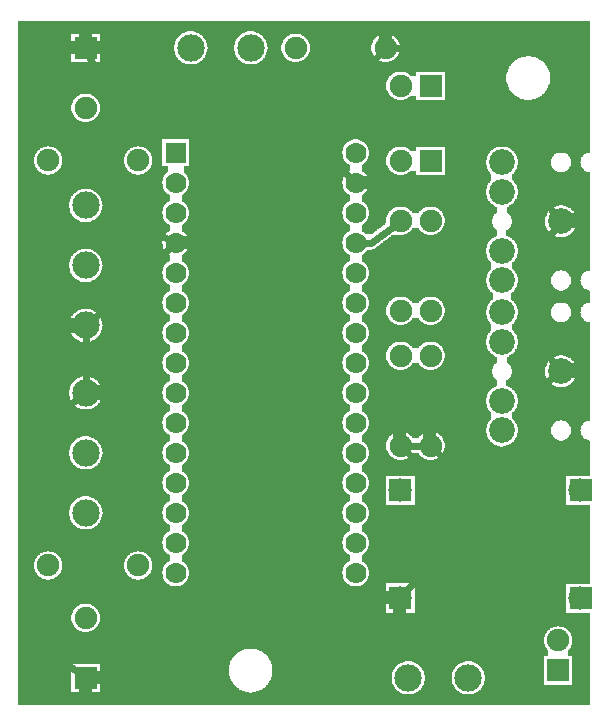
<source format=gbl>
G04 MADE WITH FRITZING*
G04 WWW.FRITZING.ORG*
G04 DOUBLE SIDED*
G04 HOLES PLATED*
G04 CONTOUR ON CENTER OF CONTOUR VECTOR*
%ASAXBY*%
%FSLAX23Y23*%
%MOIN*%
%OFA0B0*%
%SFA1.0B1.0*%
%ADD10C,0.075000*%
%ADD11C,0.091181*%
%ADD12C,0.070000*%
%ADD13C,0.086000*%
%ADD14C,0.078000*%
%ADD15R,0.069972X0.070000*%
%ADD16R,0.077630X0.077806*%
%ADD17R,0.075000X0.075000*%
%ADD18C,0.024000*%
%ADD19R,0.001000X0.001000*%
%LNCOPPER0*%
G90*
G70*
G54D10*
X1793Y2249D03*
G54D11*
X1541Y131D03*
X1341Y131D03*
X616Y2231D03*
X816Y2231D03*
X266Y681D03*
X266Y881D03*
X266Y1081D03*
X266Y1306D03*
X266Y1506D03*
X266Y1706D03*
G54D12*
X566Y1881D03*
X566Y1781D03*
X566Y1681D03*
X566Y1581D03*
X566Y1481D03*
X566Y1381D03*
X566Y1281D03*
X566Y1181D03*
X566Y1081D03*
X566Y981D03*
X566Y881D03*
X566Y781D03*
X566Y681D03*
X566Y581D03*
X566Y481D03*
X1166Y1881D03*
X1166Y1781D03*
X1166Y1681D03*
X1166Y1581D03*
X1166Y1481D03*
X1166Y1381D03*
X1166Y1281D03*
X1166Y1181D03*
X1166Y1081D03*
X1166Y981D03*
X1166Y881D03*
X1166Y781D03*
X1166Y681D03*
X1166Y581D03*
X1166Y481D03*
G54D13*
X1850Y1153D03*
X1653Y1054D03*
X1653Y956D03*
X1653Y1251D03*
X1653Y1350D03*
X1850Y1653D03*
X1653Y1554D03*
X1653Y1456D03*
X1653Y1751D03*
X1653Y1850D03*
G54D14*
X1914Y396D03*
X1914Y756D03*
X1314Y756D03*
X1314Y396D03*
G54D10*
X1841Y156D03*
X1841Y256D03*
X1415Y2105D03*
X1315Y2105D03*
X1415Y1855D03*
X1315Y1855D03*
X1415Y905D03*
X1415Y1205D03*
X1415Y1355D03*
X1415Y1655D03*
X1315Y905D03*
X1315Y1205D03*
X1315Y1355D03*
X1315Y1655D03*
X966Y2231D03*
X1266Y2231D03*
X266Y2231D03*
X266Y2031D03*
X266Y131D03*
X266Y331D03*
X441Y1856D03*
X141Y1856D03*
X441Y506D03*
X141Y506D03*
G54D15*
X566Y1881D03*
G54D16*
X1314Y756D03*
X1314Y397D03*
X1915Y396D03*
X1915Y756D03*
G54D17*
X1841Y156D03*
X1415Y2105D03*
X1415Y1855D03*
X266Y2231D03*
X266Y131D03*
G54D18*
X1390Y831D02*
X1335Y885D01*
D02*
X1390Y482D02*
X1390Y831D01*
D02*
X1334Y419D02*
X1390Y482D01*
D02*
X1790Y1105D02*
X1790Y831D01*
D02*
X1790Y831D02*
X1490Y831D01*
D02*
X1490Y831D02*
X1435Y885D01*
D02*
X1821Y1130D02*
X1790Y1105D01*
D02*
X1091Y2055D02*
X1245Y2211D01*
D02*
X1091Y1855D02*
X1091Y2055D01*
D02*
X1145Y1801D02*
X1091Y1855D01*
D02*
X66Y931D02*
X66Y281D01*
D02*
X66Y281D02*
X243Y148D01*
D02*
X236Y1059D02*
X66Y931D01*
D02*
X266Y1269D02*
X266Y1118D01*
D02*
X293Y1331D02*
X544Y1561D01*
D02*
X1216Y1581D02*
X1292Y1638D01*
D02*
X1195Y1581D02*
X1216Y1581D01*
D02*
X365Y1681D02*
X365Y2006D01*
D02*
X365Y2006D02*
X277Y2205D01*
D02*
X540Y1594D02*
X365Y1681D01*
D02*
X1386Y905D02*
X1343Y905D01*
D02*
X1790Y1581D02*
X1790Y1231D01*
D02*
X1790Y1231D02*
X1828Y1182D01*
D02*
X1826Y1624D02*
X1790Y1581D01*
D02*
X1465Y2231D02*
X1790Y1955D01*
D02*
X1790Y1955D02*
X1790Y1731D01*
D02*
X1790Y1731D02*
X1828Y1682D01*
D02*
X1294Y2231D02*
X1465Y2231D01*
G36*
X40Y2320D02*
X40Y2286D01*
X826Y2286D01*
X826Y2284D01*
X834Y2284D01*
X834Y2282D01*
X838Y2282D01*
X838Y2280D01*
X842Y2280D01*
X842Y2278D01*
X1276Y2278D01*
X1276Y2276D01*
X1282Y2276D01*
X1282Y2274D01*
X1286Y2274D01*
X1286Y2272D01*
X1290Y2272D01*
X1290Y2270D01*
X1294Y2270D01*
X1294Y2268D01*
X1296Y2268D01*
X1296Y2266D01*
X1298Y2266D01*
X1298Y2264D01*
X1300Y2264D01*
X1300Y2262D01*
X1302Y2262D01*
X1302Y2260D01*
X1304Y2260D01*
X1304Y2256D01*
X1306Y2256D01*
X1306Y2254D01*
X1308Y2254D01*
X1308Y2250D01*
X1310Y2250D01*
X1310Y2244D01*
X1312Y2244D01*
X1312Y2232D01*
X1314Y2232D01*
X1314Y2230D01*
X1312Y2230D01*
X1312Y2218D01*
X1310Y2218D01*
X1310Y2212D01*
X1308Y2212D01*
X1308Y2208D01*
X1306Y2208D01*
X1306Y2204D01*
X1750Y2204D01*
X1750Y2202D01*
X1760Y2202D01*
X1760Y2200D01*
X1766Y2200D01*
X1766Y2198D01*
X1770Y2198D01*
X1770Y2196D01*
X1774Y2196D01*
X1774Y2194D01*
X1778Y2194D01*
X1778Y2192D01*
X1782Y2192D01*
X1782Y2190D01*
X1784Y2190D01*
X1784Y2188D01*
X1786Y2188D01*
X1786Y2186D01*
X1790Y2186D01*
X1790Y2184D01*
X1792Y2184D01*
X1792Y2182D01*
X1794Y2182D01*
X1794Y2180D01*
X1796Y2180D01*
X1796Y2176D01*
X1798Y2176D01*
X1798Y2174D01*
X1800Y2174D01*
X1800Y2172D01*
X1802Y2172D01*
X1802Y2168D01*
X1804Y2168D01*
X1804Y2164D01*
X1806Y2164D01*
X1806Y2160D01*
X1808Y2160D01*
X1808Y2156D01*
X1810Y2156D01*
X1810Y2150D01*
X1812Y2150D01*
X1812Y2140D01*
X1814Y2140D01*
X1814Y2122D01*
X1812Y2122D01*
X1812Y2112D01*
X1810Y2112D01*
X1810Y2106D01*
X1808Y2106D01*
X1808Y2102D01*
X1806Y2102D01*
X1806Y2096D01*
X1804Y2096D01*
X1804Y2094D01*
X1802Y2094D01*
X1802Y2090D01*
X1800Y2090D01*
X1800Y2088D01*
X1798Y2088D01*
X1798Y2084D01*
X1796Y2084D01*
X1796Y2082D01*
X1794Y2082D01*
X1794Y2080D01*
X1792Y2080D01*
X1792Y2078D01*
X1790Y2078D01*
X1790Y2076D01*
X1788Y2076D01*
X1788Y2074D01*
X1786Y2074D01*
X1786Y2072D01*
X1782Y2072D01*
X1782Y2070D01*
X1780Y2070D01*
X1780Y2068D01*
X1776Y2068D01*
X1776Y2066D01*
X1772Y2066D01*
X1772Y2064D01*
X1768Y2064D01*
X1768Y2062D01*
X1762Y2062D01*
X1762Y2060D01*
X1754Y2060D01*
X1754Y2058D01*
X1946Y2058D01*
X1946Y2320D01*
X40Y2320D01*
G37*
D02*
G36*
X40Y2286D02*
X40Y2278D01*
X314Y2278D01*
X314Y2184D01*
X584Y2184D01*
X584Y2186D01*
X582Y2186D01*
X582Y2188D01*
X580Y2188D01*
X580Y2190D01*
X576Y2190D01*
X576Y2192D01*
X574Y2192D01*
X574Y2196D01*
X572Y2196D01*
X572Y2198D01*
X570Y2198D01*
X570Y2200D01*
X568Y2200D01*
X568Y2204D01*
X566Y2204D01*
X566Y2208D01*
X564Y2208D01*
X564Y2212D01*
X562Y2212D01*
X562Y2220D01*
X560Y2220D01*
X560Y2240D01*
X562Y2240D01*
X562Y2248D01*
X564Y2248D01*
X564Y2254D01*
X566Y2254D01*
X566Y2258D01*
X568Y2258D01*
X568Y2260D01*
X570Y2260D01*
X570Y2264D01*
X572Y2264D01*
X572Y2266D01*
X574Y2266D01*
X574Y2268D01*
X576Y2268D01*
X576Y2270D01*
X578Y2270D01*
X578Y2272D01*
X580Y2272D01*
X580Y2274D01*
X582Y2274D01*
X582Y2276D01*
X586Y2276D01*
X586Y2278D01*
X588Y2278D01*
X588Y2280D01*
X592Y2280D01*
X592Y2282D01*
X596Y2282D01*
X596Y2284D01*
X604Y2284D01*
X604Y2286D01*
X40Y2286D01*
G37*
D02*
G36*
X626Y2286D02*
X626Y2284D01*
X634Y2284D01*
X634Y2282D01*
X638Y2282D01*
X638Y2280D01*
X642Y2280D01*
X642Y2278D01*
X646Y2278D01*
X646Y2276D01*
X648Y2276D01*
X648Y2274D01*
X652Y2274D01*
X652Y2272D01*
X654Y2272D01*
X654Y2270D01*
X656Y2270D01*
X656Y2268D01*
X658Y2268D01*
X658Y2264D01*
X660Y2264D01*
X660Y2262D01*
X662Y2262D01*
X662Y2260D01*
X664Y2260D01*
X664Y2256D01*
X666Y2256D01*
X666Y2252D01*
X668Y2252D01*
X668Y2246D01*
X670Y2246D01*
X670Y2234D01*
X672Y2234D01*
X672Y2228D01*
X670Y2228D01*
X670Y2216D01*
X668Y2216D01*
X668Y2210D01*
X666Y2210D01*
X666Y2206D01*
X664Y2206D01*
X664Y2202D01*
X662Y2202D01*
X662Y2198D01*
X660Y2198D01*
X660Y2196D01*
X658Y2196D01*
X658Y2194D01*
X656Y2194D01*
X656Y2192D01*
X654Y2192D01*
X654Y2190D01*
X652Y2190D01*
X652Y2188D01*
X650Y2188D01*
X650Y2186D01*
X646Y2186D01*
X646Y2184D01*
X644Y2184D01*
X644Y2182D01*
X640Y2182D01*
X640Y2180D01*
X636Y2180D01*
X636Y2178D01*
X630Y2178D01*
X630Y2176D01*
X802Y2176D01*
X802Y2178D01*
X796Y2178D01*
X796Y2180D01*
X792Y2180D01*
X792Y2182D01*
X788Y2182D01*
X788Y2184D01*
X784Y2184D01*
X784Y2186D01*
X782Y2186D01*
X782Y2188D01*
X780Y2188D01*
X780Y2190D01*
X776Y2190D01*
X776Y2192D01*
X774Y2192D01*
X774Y2196D01*
X772Y2196D01*
X772Y2198D01*
X770Y2198D01*
X770Y2200D01*
X768Y2200D01*
X768Y2204D01*
X766Y2204D01*
X766Y2208D01*
X764Y2208D01*
X764Y2212D01*
X762Y2212D01*
X762Y2220D01*
X760Y2220D01*
X760Y2240D01*
X762Y2240D01*
X762Y2248D01*
X764Y2248D01*
X764Y2254D01*
X766Y2254D01*
X766Y2258D01*
X768Y2258D01*
X768Y2260D01*
X770Y2260D01*
X770Y2264D01*
X772Y2264D01*
X772Y2266D01*
X774Y2266D01*
X774Y2268D01*
X776Y2268D01*
X776Y2270D01*
X778Y2270D01*
X778Y2272D01*
X780Y2272D01*
X780Y2274D01*
X782Y2274D01*
X782Y2276D01*
X786Y2276D01*
X786Y2278D01*
X788Y2278D01*
X788Y2280D01*
X792Y2280D01*
X792Y2282D01*
X796Y2282D01*
X796Y2284D01*
X804Y2284D01*
X804Y2286D01*
X626Y2286D01*
G37*
D02*
G36*
X40Y2278D02*
X40Y2184D01*
X218Y2184D01*
X218Y2278D01*
X40Y2278D01*
G37*
D02*
G36*
X846Y2278D02*
X846Y2276D01*
X848Y2276D01*
X848Y2274D01*
X852Y2274D01*
X852Y2272D01*
X854Y2272D01*
X854Y2270D01*
X856Y2270D01*
X856Y2268D01*
X858Y2268D01*
X858Y2264D01*
X860Y2264D01*
X860Y2262D01*
X862Y2262D01*
X862Y2260D01*
X864Y2260D01*
X864Y2256D01*
X866Y2256D01*
X866Y2252D01*
X868Y2252D01*
X868Y2246D01*
X870Y2246D01*
X870Y2234D01*
X872Y2234D01*
X872Y2228D01*
X870Y2228D01*
X870Y2216D01*
X868Y2216D01*
X868Y2210D01*
X866Y2210D01*
X866Y2206D01*
X864Y2206D01*
X864Y2202D01*
X862Y2202D01*
X862Y2198D01*
X860Y2198D01*
X860Y2196D01*
X858Y2196D01*
X858Y2194D01*
X856Y2194D01*
X856Y2192D01*
X854Y2192D01*
X854Y2190D01*
X852Y2190D01*
X852Y2188D01*
X850Y2188D01*
X850Y2186D01*
X846Y2186D01*
X846Y2184D01*
X954Y2184D01*
X954Y2186D01*
X948Y2186D01*
X948Y2188D01*
X944Y2188D01*
X944Y2190D01*
X940Y2190D01*
X940Y2192D01*
X938Y2192D01*
X938Y2194D01*
X934Y2194D01*
X934Y2196D01*
X932Y2196D01*
X932Y2198D01*
X930Y2198D01*
X930Y2200D01*
X928Y2200D01*
X928Y2204D01*
X926Y2204D01*
X926Y2206D01*
X924Y2206D01*
X924Y2210D01*
X922Y2210D01*
X922Y2214D01*
X920Y2214D01*
X920Y2222D01*
X918Y2222D01*
X918Y2240D01*
X920Y2240D01*
X920Y2246D01*
X922Y2246D01*
X922Y2252D01*
X924Y2252D01*
X924Y2256D01*
X926Y2256D01*
X926Y2258D01*
X928Y2258D01*
X928Y2260D01*
X930Y2260D01*
X930Y2264D01*
X932Y2264D01*
X932Y2266D01*
X936Y2266D01*
X936Y2268D01*
X938Y2268D01*
X938Y2270D01*
X940Y2270D01*
X940Y2272D01*
X944Y2272D01*
X944Y2274D01*
X948Y2274D01*
X948Y2276D01*
X956Y2276D01*
X956Y2278D01*
X846Y2278D01*
G37*
D02*
G36*
X976Y2278D02*
X976Y2276D01*
X982Y2276D01*
X982Y2274D01*
X986Y2274D01*
X986Y2272D01*
X990Y2272D01*
X990Y2270D01*
X994Y2270D01*
X994Y2268D01*
X996Y2268D01*
X996Y2266D01*
X998Y2266D01*
X998Y2264D01*
X1000Y2264D01*
X1000Y2262D01*
X1002Y2262D01*
X1002Y2260D01*
X1004Y2260D01*
X1004Y2256D01*
X1006Y2256D01*
X1006Y2254D01*
X1008Y2254D01*
X1008Y2250D01*
X1010Y2250D01*
X1010Y2244D01*
X1012Y2244D01*
X1012Y2232D01*
X1014Y2232D01*
X1014Y2230D01*
X1012Y2230D01*
X1012Y2218D01*
X1010Y2218D01*
X1010Y2212D01*
X1008Y2212D01*
X1008Y2208D01*
X1006Y2208D01*
X1006Y2204D01*
X1004Y2204D01*
X1004Y2202D01*
X1002Y2202D01*
X1002Y2200D01*
X1000Y2200D01*
X1000Y2198D01*
X998Y2198D01*
X998Y2196D01*
X996Y2196D01*
X996Y2194D01*
X994Y2194D01*
X994Y2192D01*
X992Y2192D01*
X992Y2190D01*
X988Y2190D01*
X988Y2188D01*
X984Y2188D01*
X984Y2186D01*
X978Y2186D01*
X978Y2184D01*
X1254Y2184D01*
X1254Y2186D01*
X1248Y2186D01*
X1248Y2188D01*
X1244Y2188D01*
X1244Y2190D01*
X1240Y2190D01*
X1240Y2192D01*
X1238Y2192D01*
X1238Y2194D01*
X1234Y2194D01*
X1234Y2196D01*
X1232Y2196D01*
X1232Y2198D01*
X1230Y2198D01*
X1230Y2200D01*
X1228Y2200D01*
X1228Y2204D01*
X1226Y2204D01*
X1226Y2206D01*
X1224Y2206D01*
X1224Y2210D01*
X1222Y2210D01*
X1222Y2214D01*
X1220Y2214D01*
X1220Y2222D01*
X1218Y2222D01*
X1218Y2240D01*
X1220Y2240D01*
X1220Y2246D01*
X1222Y2246D01*
X1222Y2252D01*
X1224Y2252D01*
X1224Y2256D01*
X1226Y2256D01*
X1226Y2258D01*
X1228Y2258D01*
X1228Y2260D01*
X1230Y2260D01*
X1230Y2264D01*
X1232Y2264D01*
X1232Y2266D01*
X1236Y2266D01*
X1236Y2268D01*
X1238Y2268D01*
X1238Y2270D01*
X1240Y2270D01*
X1240Y2272D01*
X1244Y2272D01*
X1244Y2274D01*
X1248Y2274D01*
X1248Y2276D01*
X1256Y2276D01*
X1256Y2278D01*
X976Y2278D01*
G37*
D02*
G36*
X1304Y2204D02*
X1304Y2202D01*
X1302Y2202D01*
X1302Y2200D01*
X1300Y2200D01*
X1300Y2198D01*
X1298Y2198D01*
X1298Y2196D01*
X1296Y2196D01*
X1296Y2194D01*
X1294Y2194D01*
X1294Y2192D01*
X1292Y2192D01*
X1292Y2190D01*
X1288Y2190D01*
X1288Y2188D01*
X1284Y2188D01*
X1284Y2186D01*
X1278Y2186D01*
X1278Y2184D01*
X1692Y2184D01*
X1692Y2186D01*
X1694Y2186D01*
X1694Y2188D01*
X1696Y2188D01*
X1696Y2190D01*
X1700Y2190D01*
X1700Y2192D01*
X1702Y2192D01*
X1702Y2194D01*
X1706Y2194D01*
X1706Y2196D01*
X1710Y2196D01*
X1710Y2198D01*
X1716Y2198D01*
X1716Y2200D01*
X1722Y2200D01*
X1722Y2202D01*
X1732Y2202D01*
X1732Y2204D01*
X1304Y2204D01*
G37*
D02*
G36*
X40Y2184D02*
X40Y2182D01*
X588Y2182D01*
X588Y2184D01*
X40Y2184D01*
G37*
D02*
G36*
X40Y2184D02*
X40Y2182D01*
X588Y2182D01*
X588Y2184D01*
X40Y2184D01*
G37*
D02*
G36*
X844Y2184D02*
X844Y2182D01*
X1690Y2182D01*
X1690Y2184D01*
X844Y2184D01*
G37*
D02*
G36*
X844Y2184D02*
X844Y2182D01*
X1690Y2182D01*
X1690Y2184D01*
X844Y2184D01*
G37*
D02*
G36*
X844Y2184D02*
X844Y2182D01*
X1690Y2182D01*
X1690Y2184D01*
X844Y2184D01*
G37*
D02*
G36*
X40Y2182D02*
X40Y2176D01*
X602Y2176D01*
X602Y2178D01*
X596Y2178D01*
X596Y2180D01*
X592Y2180D01*
X592Y2182D01*
X40Y2182D01*
G37*
D02*
G36*
X840Y2182D02*
X840Y2180D01*
X836Y2180D01*
X836Y2178D01*
X830Y2178D01*
X830Y2176D01*
X1684Y2176D01*
X1684Y2178D01*
X1686Y2178D01*
X1686Y2180D01*
X1688Y2180D01*
X1688Y2182D01*
X840Y2182D01*
G37*
D02*
G36*
X40Y2176D02*
X40Y2174D01*
X1682Y2174D01*
X1682Y2176D01*
X40Y2176D01*
G37*
D02*
G36*
X40Y2176D02*
X40Y2174D01*
X1682Y2174D01*
X1682Y2176D01*
X40Y2176D01*
G37*
D02*
G36*
X40Y2176D02*
X40Y2174D01*
X1682Y2174D01*
X1682Y2176D01*
X40Y2176D01*
G37*
D02*
G36*
X40Y2174D02*
X40Y2152D01*
X1462Y2152D01*
X1462Y2058D01*
X1728Y2058D01*
X1728Y2060D01*
X1720Y2060D01*
X1720Y2062D01*
X1714Y2062D01*
X1714Y2064D01*
X1710Y2064D01*
X1710Y2066D01*
X1706Y2066D01*
X1706Y2068D01*
X1702Y2068D01*
X1702Y2070D01*
X1698Y2070D01*
X1698Y2072D01*
X1696Y2072D01*
X1696Y2074D01*
X1694Y2074D01*
X1694Y2076D01*
X1692Y2076D01*
X1692Y2078D01*
X1690Y2078D01*
X1690Y2080D01*
X1688Y2080D01*
X1688Y2082D01*
X1686Y2082D01*
X1686Y2084D01*
X1684Y2084D01*
X1684Y2086D01*
X1682Y2086D01*
X1682Y2088D01*
X1680Y2088D01*
X1680Y2092D01*
X1678Y2092D01*
X1678Y2096D01*
X1676Y2096D01*
X1676Y2100D01*
X1674Y2100D01*
X1674Y2104D01*
X1672Y2104D01*
X1672Y2110D01*
X1670Y2110D01*
X1670Y2116D01*
X1668Y2116D01*
X1668Y2144D01*
X1670Y2144D01*
X1670Y2152D01*
X1672Y2152D01*
X1672Y2158D01*
X1674Y2158D01*
X1674Y2162D01*
X1676Y2162D01*
X1676Y2166D01*
X1678Y2166D01*
X1678Y2170D01*
X1680Y2170D01*
X1680Y2172D01*
X1682Y2172D01*
X1682Y2174D01*
X40Y2174D01*
G37*
D02*
G36*
X40Y2152D02*
X40Y2078D01*
X276Y2078D01*
X276Y2076D01*
X282Y2076D01*
X282Y2074D01*
X286Y2074D01*
X286Y2072D01*
X290Y2072D01*
X290Y2070D01*
X294Y2070D01*
X294Y2068D01*
X296Y2068D01*
X296Y2066D01*
X298Y2066D01*
X298Y2064D01*
X300Y2064D01*
X300Y2062D01*
X302Y2062D01*
X302Y2060D01*
X304Y2060D01*
X304Y2058D01*
X1304Y2058D01*
X1304Y2060D01*
X1298Y2060D01*
X1298Y2062D01*
X1294Y2062D01*
X1294Y2064D01*
X1290Y2064D01*
X1290Y2066D01*
X1286Y2066D01*
X1286Y2068D01*
X1284Y2068D01*
X1284Y2070D01*
X1282Y2070D01*
X1282Y2072D01*
X1280Y2072D01*
X1280Y2074D01*
X1278Y2074D01*
X1278Y2076D01*
X1276Y2076D01*
X1276Y2080D01*
X1274Y2080D01*
X1274Y2082D01*
X1272Y2082D01*
X1272Y2086D01*
X1270Y2086D01*
X1270Y2092D01*
X1268Y2092D01*
X1268Y2118D01*
X1270Y2118D01*
X1270Y2124D01*
X1272Y2124D01*
X1272Y2128D01*
X1274Y2128D01*
X1274Y2130D01*
X1276Y2130D01*
X1276Y2134D01*
X1278Y2134D01*
X1278Y2136D01*
X1280Y2136D01*
X1280Y2138D01*
X1282Y2138D01*
X1282Y2140D01*
X1284Y2140D01*
X1284Y2142D01*
X1286Y2142D01*
X1286Y2144D01*
X1290Y2144D01*
X1290Y2146D01*
X1292Y2146D01*
X1292Y2148D01*
X1296Y2148D01*
X1296Y2150D01*
X1304Y2150D01*
X1304Y2152D01*
X40Y2152D01*
G37*
D02*
G36*
X1326Y2152D02*
X1326Y2150D01*
X1332Y2150D01*
X1332Y2148D01*
X1336Y2148D01*
X1336Y2146D01*
X1340Y2146D01*
X1340Y2144D01*
X1342Y2144D01*
X1342Y2142D01*
X1346Y2142D01*
X1346Y2140D01*
X1348Y2140D01*
X1348Y2138D01*
X1368Y2138D01*
X1368Y2152D01*
X1326Y2152D01*
G37*
D02*
G36*
X40Y2078D02*
X40Y1984D01*
X254Y1984D01*
X254Y1986D01*
X248Y1986D01*
X248Y1988D01*
X244Y1988D01*
X244Y1990D01*
X240Y1990D01*
X240Y1992D01*
X238Y1992D01*
X238Y1994D01*
X234Y1994D01*
X234Y1996D01*
X232Y1996D01*
X232Y1998D01*
X230Y1998D01*
X230Y2000D01*
X228Y2000D01*
X228Y2004D01*
X226Y2004D01*
X226Y2006D01*
X224Y2006D01*
X224Y2010D01*
X222Y2010D01*
X222Y2014D01*
X220Y2014D01*
X220Y2022D01*
X218Y2022D01*
X218Y2040D01*
X220Y2040D01*
X220Y2046D01*
X222Y2046D01*
X222Y2052D01*
X224Y2052D01*
X224Y2056D01*
X226Y2056D01*
X226Y2058D01*
X228Y2058D01*
X228Y2060D01*
X230Y2060D01*
X230Y2064D01*
X232Y2064D01*
X232Y2066D01*
X236Y2066D01*
X236Y2068D01*
X238Y2068D01*
X238Y2070D01*
X240Y2070D01*
X240Y2072D01*
X244Y2072D01*
X244Y2074D01*
X248Y2074D01*
X248Y2076D01*
X256Y2076D01*
X256Y2078D01*
X40Y2078D01*
G37*
D02*
G36*
X1348Y2072D02*
X1348Y2070D01*
X1346Y2070D01*
X1346Y2068D01*
X1342Y2068D01*
X1342Y2066D01*
X1340Y2066D01*
X1340Y2064D01*
X1336Y2064D01*
X1336Y2062D01*
X1332Y2062D01*
X1332Y2060D01*
X1326Y2060D01*
X1326Y2058D01*
X1368Y2058D01*
X1368Y2072D01*
X1348Y2072D01*
G37*
D02*
G36*
X304Y2058D02*
X304Y2056D01*
X1946Y2056D01*
X1946Y2058D01*
X304Y2058D01*
G37*
D02*
G36*
X304Y2058D02*
X304Y2056D01*
X1946Y2056D01*
X1946Y2058D01*
X304Y2058D01*
G37*
D02*
G36*
X304Y2058D02*
X304Y2056D01*
X1946Y2056D01*
X1946Y2058D01*
X304Y2058D01*
G37*
D02*
G36*
X304Y2058D02*
X304Y2056D01*
X1946Y2056D01*
X1946Y2058D01*
X304Y2058D01*
G37*
D02*
G36*
X306Y2056D02*
X306Y2054D01*
X308Y2054D01*
X308Y2050D01*
X310Y2050D01*
X310Y2044D01*
X312Y2044D01*
X312Y2032D01*
X314Y2032D01*
X314Y2030D01*
X312Y2030D01*
X312Y2018D01*
X310Y2018D01*
X310Y2012D01*
X308Y2012D01*
X308Y2008D01*
X306Y2008D01*
X306Y2004D01*
X304Y2004D01*
X304Y2002D01*
X302Y2002D01*
X302Y2000D01*
X300Y2000D01*
X300Y1998D01*
X298Y1998D01*
X298Y1996D01*
X296Y1996D01*
X296Y1994D01*
X294Y1994D01*
X294Y1992D01*
X292Y1992D01*
X292Y1990D01*
X288Y1990D01*
X288Y1988D01*
X284Y1988D01*
X284Y1986D01*
X278Y1986D01*
X278Y1984D01*
X1946Y1984D01*
X1946Y2056D01*
X306Y2056D01*
G37*
D02*
G36*
X40Y1984D02*
X40Y1982D01*
X1946Y1982D01*
X1946Y1984D01*
X40Y1984D01*
G37*
D02*
G36*
X40Y1984D02*
X40Y1982D01*
X1946Y1982D01*
X1946Y1984D01*
X40Y1984D01*
G37*
D02*
G36*
X40Y1982D02*
X40Y1926D01*
X1172Y1926D01*
X1172Y1924D01*
X1180Y1924D01*
X1180Y1922D01*
X1186Y1922D01*
X1186Y1920D01*
X1188Y1920D01*
X1188Y1918D01*
X1192Y1918D01*
X1192Y1916D01*
X1194Y1916D01*
X1194Y1914D01*
X1196Y1914D01*
X1196Y1912D01*
X1198Y1912D01*
X1198Y1910D01*
X1200Y1910D01*
X1200Y1908D01*
X1202Y1908D01*
X1202Y1906D01*
X1204Y1906D01*
X1204Y1902D01*
X1664Y1902D01*
X1664Y1900D01*
X1672Y1900D01*
X1672Y1898D01*
X1676Y1898D01*
X1676Y1896D01*
X1680Y1896D01*
X1680Y1894D01*
X1682Y1894D01*
X1682Y1892D01*
X1686Y1892D01*
X1686Y1890D01*
X1688Y1890D01*
X1688Y1888D01*
X1690Y1888D01*
X1690Y1886D01*
X1692Y1886D01*
X1692Y1884D01*
X1694Y1884D01*
X1694Y1882D01*
X1860Y1882D01*
X1860Y1880D01*
X1866Y1880D01*
X1866Y1878D01*
X1868Y1878D01*
X1868Y1876D01*
X1872Y1876D01*
X1872Y1874D01*
X1874Y1874D01*
X1874Y1872D01*
X1876Y1872D01*
X1876Y1870D01*
X1878Y1870D01*
X1878Y1866D01*
X1880Y1866D01*
X1880Y1862D01*
X1882Y1862D01*
X1882Y1854D01*
X1884Y1854D01*
X1884Y1844D01*
X1882Y1844D01*
X1882Y1838D01*
X1880Y1838D01*
X1880Y1834D01*
X1878Y1834D01*
X1878Y1830D01*
X1876Y1830D01*
X1876Y1828D01*
X1874Y1828D01*
X1874Y1826D01*
X1872Y1826D01*
X1872Y1824D01*
X1870Y1824D01*
X1870Y1822D01*
X1868Y1822D01*
X1868Y1820D01*
X1864Y1820D01*
X1864Y1818D01*
X1858Y1818D01*
X1858Y1816D01*
X1940Y1816D01*
X1940Y1818D01*
X1934Y1818D01*
X1934Y1820D01*
X1930Y1820D01*
X1930Y1822D01*
X1928Y1822D01*
X1928Y1824D01*
X1926Y1824D01*
X1926Y1826D01*
X1924Y1826D01*
X1924Y1828D01*
X1922Y1828D01*
X1922Y1830D01*
X1920Y1830D01*
X1920Y1834D01*
X1918Y1834D01*
X1918Y1838D01*
X1916Y1838D01*
X1916Y1846D01*
X1914Y1846D01*
X1914Y1852D01*
X1916Y1852D01*
X1916Y1860D01*
X1918Y1860D01*
X1918Y1866D01*
X1920Y1866D01*
X1920Y1868D01*
X1922Y1868D01*
X1922Y1872D01*
X1924Y1872D01*
X1924Y1874D01*
X1926Y1874D01*
X1926Y1876D01*
X1930Y1876D01*
X1930Y1878D01*
X1932Y1878D01*
X1932Y1880D01*
X1938Y1880D01*
X1938Y1882D01*
X1946Y1882D01*
X1946Y1982D01*
X40Y1982D01*
G37*
D02*
G36*
X40Y1926D02*
X40Y1904D01*
X444Y1904D01*
X444Y1902D01*
X454Y1902D01*
X454Y1900D01*
X460Y1900D01*
X460Y1898D01*
X464Y1898D01*
X464Y1896D01*
X468Y1896D01*
X468Y1894D01*
X470Y1894D01*
X470Y1892D01*
X472Y1892D01*
X472Y1890D01*
X474Y1890D01*
X474Y1888D01*
X476Y1888D01*
X476Y1886D01*
X478Y1886D01*
X478Y1884D01*
X480Y1884D01*
X480Y1880D01*
X482Y1880D01*
X482Y1876D01*
X484Y1876D01*
X484Y1872D01*
X486Y1872D01*
X486Y1866D01*
X488Y1866D01*
X488Y1846D01*
X486Y1846D01*
X486Y1840D01*
X484Y1840D01*
X484Y1834D01*
X482Y1834D01*
X482Y1832D01*
X480Y1832D01*
X480Y1828D01*
X478Y1828D01*
X478Y1826D01*
X476Y1826D01*
X476Y1824D01*
X474Y1824D01*
X474Y1822D01*
X472Y1822D01*
X472Y1820D01*
X470Y1820D01*
X470Y1818D01*
X468Y1818D01*
X468Y1816D01*
X464Y1816D01*
X464Y1814D01*
X460Y1814D01*
X460Y1812D01*
X456Y1812D01*
X456Y1810D01*
X448Y1810D01*
X448Y1808D01*
X530Y1808D01*
X530Y1810D01*
X532Y1810D01*
X532Y1812D01*
X534Y1812D01*
X534Y1814D01*
X536Y1814D01*
X536Y1816D01*
X540Y1816D01*
X540Y1836D01*
X520Y1836D01*
X520Y1926D01*
X40Y1926D01*
G37*
D02*
G36*
X610Y1926D02*
X610Y1836D01*
X592Y1836D01*
X592Y1816D01*
X594Y1816D01*
X594Y1814D01*
X596Y1814D01*
X596Y1812D01*
X598Y1812D01*
X598Y1810D01*
X600Y1810D01*
X600Y1808D01*
X602Y1808D01*
X602Y1806D01*
X604Y1806D01*
X604Y1802D01*
X606Y1802D01*
X606Y1798D01*
X608Y1798D01*
X608Y1792D01*
X610Y1792D01*
X610Y1770D01*
X608Y1770D01*
X608Y1764D01*
X606Y1764D01*
X606Y1760D01*
X604Y1760D01*
X604Y1756D01*
X602Y1756D01*
X602Y1754D01*
X600Y1754D01*
X600Y1750D01*
X598Y1750D01*
X598Y1748D01*
X596Y1748D01*
X596Y1746D01*
X592Y1746D01*
X592Y1744D01*
X590Y1744D01*
X590Y1742D01*
X586Y1742D01*
X586Y1720D01*
X588Y1720D01*
X588Y1718D01*
X592Y1718D01*
X592Y1716D01*
X594Y1716D01*
X594Y1714D01*
X596Y1714D01*
X596Y1712D01*
X598Y1712D01*
X598Y1710D01*
X600Y1710D01*
X600Y1708D01*
X602Y1708D01*
X602Y1706D01*
X604Y1706D01*
X604Y1702D01*
X606Y1702D01*
X606Y1698D01*
X608Y1698D01*
X608Y1692D01*
X610Y1692D01*
X610Y1670D01*
X608Y1670D01*
X608Y1664D01*
X606Y1664D01*
X606Y1660D01*
X604Y1660D01*
X604Y1656D01*
X602Y1656D01*
X602Y1654D01*
X600Y1654D01*
X600Y1650D01*
X598Y1650D01*
X598Y1648D01*
X596Y1648D01*
X596Y1646D01*
X592Y1646D01*
X592Y1644D01*
X590Y1644D01*
X590Y1642D01*
X586Y1642D01*
X586Y1620D01*
X588Y1620D01*
X588Y1618D01*
X592Y1618D01*
X592Y1616D01*
X594Y1616D01*
X594Y1614D01*
X596Y1614D01*
X596Y1612D01*
X598Y1612D01*
X598Y1610D01*
X600Y1610D01*
X600Y1608D01*
X602Y1608D01*
X602Y1606D01*
X604Y1606D01*
X604Y1602D01*
X606Y1602D01*
X606Y1598D01*
X608Y1598D01*
X608Y1592D01*
X610Y1592D01*
X610Y1570D01*
X608Y1570D01*
X608Y1564D01*
X606Y1564D01*
X606Y1560D01*
X604Y1560D01*
X604Y1556D01*
X602Y1556D01*
X602Y1554D01*
X600Y1554D01*
X600Y1550D01*
X598Y1550D01*
X598Y1548D01*
X596Y1548D01*
X596Y1546D01*
X592Y1546D01*
X592Y1544D01*
X590Y1544D01*
X590Y1542D01*
X586Y1542D01*
X586Y1520D01*
X588Y1520D01*
X588Y1518D01*
X592Y1518D01*
X592Y1516D01*
X594Y1516D01*
X594Y1514D01*
X596Y1514D01*
X596Y1512D01*
X598Y1512D01*
X598Y1510D01*
X600Y1510D01*
X600Y1508D01*
X602Y1508D01*
X602Y1506D01*
X604Y1506D01*
X604Y1502D01*
X606Y1502D01*
X606Y1498D01*
X608Y1498D01*
X608Y1492D01*
X610Y1492D01*
X610Y1470D01*
X608Y1470D01*
X608Y1464D01*
X606Y1464D01*
X606Y1460D01*
X604Y1460D01*
X604Y1456D01*
X602Y1456D01*
X602Y1454D01*
X600Y1454D01*
X600Y1450D01*
X598Y1450D01*
X598Y1448D01*
X596Y1448D01*
X596Y1446D01*
X592Y1446D01*
X592Y1444D01*
X590Y1444D01*
X590Y1442D01*
X586Y1442D01*
X586Y1420D01*
X588Y1420D01*
X588Y1418D01*
X592Y1418D01*
X592Y1416D01*
X594Y1416D01*
X594Y1414D01*
X596Y1414D01*
X596Y1412D01*
X598Y1412D01*
X598Y1410D01*
X600Y1410D01*
X600Y1408D01*
X602Y1408D01*
X602Y1406D01*
X604Y1406D01*
X604Y1402D01*
X606Y1402D01*
X606Y1398D01*
X608Y1398D01*
X608Y1392D01*
X610Y1392D01*
X610Y1370D01*
X608Y1370D01*
X608Y1364D01*
X606Y1364D01*
X606Y1360D01*
X604Y1360D01*
X604Y1356D01*
X602Y1356D01*
X602Y1354D01*
X600Y1354D01*
X600Y1350D01*
X598Y1350D01*
X598Y1348D01*
X596Y1348D01*
X596Y1346D01*
X592Y1346D01*
X592Y1344D01*
X590Y1344D01*
X590Y1342D01*
X586Y1342D01*
X586Y1320D01*
X588Y1320D01*
X588Y1318D01*
X592Y1318D01*
X592Y1316D01*
X594Y1316D01*
X594Y1314D01*
X596Y1314D01*
X596Y1312D01*
X598Y1312D01*
X598Y1310D01*
X600Y1310D01*
X600Y1308D01*
X602Y1308D01*
X602Y1306D01*
X604Y1306D01*
X604Y1302D01*
X606Y1302D01*
X606Y1298D01*
X608Y1298D01*
X608Y1292D01*
X610Y1292D01*
X610Y1270D01*
X608Y1270D01*
X608Y1264D01*
X606Y1264D01*
X606Y1260D01*
X604Y1260D01*
X604Y1256D01*
X602Y1256D01*
X602Y1254D01*
X600Y1254D01*
X600Y1250D01*
X598Y1250D01*
X598Y1248D01*
X596Y1248D01*
X596Y1246D01*
X592Y1246D01*
X592Y1244D01*
X590Y1244D01*
X590Y1242D01*
X586Y1242D01*
X586Y1220D01*
X588Y1220D01*
X588Y1218D01*
X592Y1218D01*
X592Y1216D01*
X594Y1216D01*
X594Y1214D01*
X596Y1214D01*
X596Y1212D01*
X598Y1212D01*
X598Y1210D01*
X600Y1210D01*
X600Y1208D01*
X602Y1208D01*
X602Y1206D01*
X604Y1206D01*
X604Y1202D01*
X606Y1202D01*
X606Y1198D01*
X608Y1198D01*
X608Y1192D01*
X610Y1192D01*
X610Y1170D01*
X608Y1170D01*
X608Y1164D01*
X606Y1164D01*
X606Y1160D01*
X604Y1160D01*
X604Y1156D01*
X602Y1156D01*
X602Y1154D01*
X600Y1154D01*
X600Y1150D01*
X598Y1150D01*
X598Y1148D01*
X596Y1148D01*
X596Y1146D01*
X592Y1146D01*
X592Y1144D01*
X590Y1144D01*
X590Y1142D01*
X586Y1142D01*
X586Y1120D01*
X588Y1120D01*
X588Y1118D01*
X592Y1118D01*
X592Y1116D01*
X594Y1116D01*
X594Y1114D01*
X596Y1114D01*
X596Y1112D01*
X598Y1112D01*
X598Y1110D01*
X600Y1110D01*
X600Y1108D01*
X602Y1108D01*
X602Y1106D01*
X604Y1106D01*
X604Y1102D01*
X606Y1102D01*
X606Y1098D01*
X608Y1098D01*
X608Y1092D01*
X610Y1092D01*
X610Y1070D01*
X608Y1070D01*
X608Y1064D01*
X606Y1064D01*
X606Y1060D01*
X604Y1060D01*
X604Y1056D01*
X602Y1056D01*
X602Y1054D01*
X600Y1054D01*
X600Y1050D01*
X598Y1050D01*
X598Y1048D01*
X596Y1048D01*
X596Y1046D01*
X592Y1046D01*
X592Y1044D01*
X590Y1044D01*
X590Y1042D01*
X586Y1042D01*
X586Y1020D01*
X588Y1020D01*
X588Y1018D01*
X592Y1018D01*
X592Y1016D01*
X594Y1016D01*
X594Y1014D01*
X596Y1014D01*
X596Y1012D01*
X598Y1012D01*
X598Y1010D01*
X600Y1010D01*
X600Y1008D01*
X602Y1008D01*
X602Y1006D01*
X604Y1006D01*
X604Y1002D01*
X606Y1002D01*
X606Y998D01*
X608Y998D01*
X608Y992D01*
X610Y992D01*
X610Y970D01*
X608Y970D01*
X608Y964D01*
X606Y964D01*
X606Y960D01*
X604Y960D01*
X604Y956D01*
X602Y956D01*
X602Y954D01*
X600Y954D01*
X600Y950D01*
X598Y950D01*
X598Y948D01*
X596Y948D01*
X596Y946D01*
X592Y946D01*
X592Y944D01*
X590Y944D01*
X590Y942D01*
X586Y942D01*
X586Y920D01*
X588Y920D01*
X588Y918D01*
X592Y918D01*
X592Y916D01*
X594Y916D01*
X594Y914D01*
X596Y914D01*
X596Y912D01*
X598Y912D01*
X598Y910D01*
X600Y910D01*
X600Y908D01*
X602Y908D01*
X602Y906D01*
X604Y906D01*
X604Y902D01*
X606Y902D01*
X606Y898D01*
X608Y898D01*
X608Y892D01*
X610Y892D01*
X610Y870D01*
X608Y870D01*
X608Y864D01*
X606Y864D01*
X606Y860D01*
X604Y860D01*
X604Y856D01*
X602Y856D01*
X602Y854D01*
X600Y854D01*
X600Y850D01*
X598Y850D01*
X598Y848D01*
X596Y848D01*
X596Y846D01*
X592Y846D01*
X592Y844D01*
X590Y844D01*
X590Y842D01*
X586Y842D01*
X586Y820D01*
X588Y820D01*
X588Y818D01*
X592Y818D01*
X592Y816D01*
X594Y816D01*
X594Y814D01*
X596Y814D01*
X596Y812D01*
X598Y812D01*
X598Y810D01*
X600Y810D01*
X600Y808D01*
X602Y808D01*
X602Y806D01*
X604Y806D01*
X604Y802D01*
X606Y802D01*
X606Y798D01*
X608Y798D01*
X608Y792D01*
X610Y792D01*
X610Y770D01*
X608Y770D01*
X608Y764D01*
X606Y764D01*
X606Y760D01*
X604Y760D01*
X604Y756D01*
X602Y756D01*
X602Y754D01*
X600Y754D01*
X600Y750D01*
X598Y750D01*
X598Y748D01*
X596Y748D01*
X596Y746D01*
X592Y746D01*
X592Y744D01*
X590Y744D01*
X590Y742D01*
X586Y742D01*
X586Y720D01*
X588Y720D01*
X588Y718D01*
X592Y718D01*
X592Y716D01*
X594Y716D01*
X594Y714D01*
X596Y714D01*
X596Y712D01*
X598Y712D01*
X598Y710D01*
X600Y710D01*
X600Y708D01*
X602Y708D01*
X602Y706D01*
X604Y706D01*
X604Y702D01*
X606Y702D01*
X606Y698D01*
X608Y698D01*
X608Y692D01*
X610Y692D01*
X610Y670D01*
X608Y670D01*
X608Y664D01*
X606Y664D01*
X606Y660D01*
X604Y660D01*
X604Y656D01*
X602Y656D01*
X602Y654D01*
X600Y654D01*
X600Y650D01*
X598Y650D01*
X598Y648D01*
X596Y648D01*
X596Y646D01*
X592Y646D01*
X592Y644D01*
X590Y644D01*
X590Y642D01*
X586Y642D01*
X586Y620D01*
X588Y620D01*
X588Y618D01*
X592Y618D01*
X592Y616D01*
X594Y616D01*
X594Y614D01*
X596Y614D01*
X596Y612D01*
X598Y612D01*
X598Y610D01*
X600Y610D01*
X600Y608D01*
X602Y608D01*
X602Y606D01*
X604Y606D01*
X604Y602D01*
X606Y602D01*
X606Y598D01*
X608Y598D01*
X608Y592D01*
X610Y592D01*
X610Y570D01*
X608Y570D01*
X608Y564D01*
X606Y564D01*
X606Y560D01*
X604Y560D01*
X604Y556D01*
X602Y556D01*
X602Y554D01*
X600Y554D01*
X600Y550D01*
X598Y550D01*
X598Y548D01*
X596Y548D01*
X596Y546D01*
X592Y546D01*
X592Y544D01*
X590Y544D01*
X590Y542D01*
X586Y542D01*
X586Y520D01*
X588Y520D01*
X588Y518D01*
X592Y518D01*
X592Y516D01*
X594Y516D01*
X594Y514D01*
X596Y514D01*
X596Y512D01*
X598Y512D01*
X598Y510D01*
X600Y510D01*
X600Y508D01*
X602Y508D01*
X602Y506D01*
X604Y506D01*
X604Y502D01*
X606Y502D01*
X606Y498D01*
X608Y498D01*
X608Y492D01*
X610Y492D01*
X610Y470D01*
X608Y470D01*
X608Y464D01*
X606Y464D01*
X606Y460D01*
X604Y460D01*
X604Y456D01*
X602Y456D01*
X602Y454D01*
X600Y454D01*
X600Y450D01*
X598Y450D01*
X598Y448D01*
X596Y448D01*
X596Y446D01*
X592Y446D01*
X592Y444D01*
X590Y444D01*
X590Y442D01*
X586Y442D01*
X586Y440D01*
X582Y440D01*
X582Y438D01*
X576Y438D01*
X576Y436D01*
X1156Y436D01*
X1156Y438D01*
X1148Y438D01*
X1148Y440D01*
X1144Y440D01*
X1144Y442D01*
X1142Y442D01*
X1142Y444D01*
X1138Y444D01*
X1138Y446D01*
X1136Y446D01*
X1136Y448D01*
X1134Y448D01*
X1134Y450D01*
X1132Y450D01*
X1132Y452D01*
X1130Y452D01*
X1130Y454D01*
X1128Y454D01*
X1128Y458D01*
X1126Y458D01*
X1126Y462D01*
X1124Y462D01*
X1124Y466D01*
X1122Y466D01*
X1122Y476D01*
X1120Y476D01*
X1120Y486D01*
X1122Y486D01*
X1122Y494D01*
X1124Y494D01*
X1124Y500D01*
X1126Y500D01*
X1126Y504D01*
X1128Y504D01*
X1128Y506D01*
X1130Y506D01*
X1130Y510D01*
X1132Y510D01*
X1132Y512D01*
X1134Y512D01*
X1134Y514D01*
X1136Y514D01*
X1136Y516D01*
X1140Y516D01*
X1140Y518D01*
X1142Y518D01*
X1142Y520D01*
X1146Y520D01*
X1146Y540D01*
X1144Y540D01*
X1144Y542D01*
X1142Y542D01*
X1142Y544D01*
X1138Y544D01*
X1138Y546D01*
X1136Y546D01*
X1136Y548D01*
X1134Y548D01*
X1134Y550D01*
X1132Y550D01*
X1132Y552D01*
X1130Y552D01*
X1130Y554D01*
X1128Y554D01*
X1128Y558D01*
X1126Y558D01*
X1126Y562D01*
X1124Y562D01*
X1124Y566D01*
X1122Y566D01*
X1122Y576D01*
X1120Y576D01*
X1120Y586D01*
X1122Y586D01*
X1122Y594D01*
X1124Y594D01*
X1124Y600D01*
X1126Y600D01*
X1126Y604D01*
X1128Y604D01*
X1128Y606D01*
X1130Y606D01*
X1130Y610D01*
X1132Y610D01*
X1132Y612D01*
X1134Y612D01*
X1134Y614D01*
X1136Y614D01*
X1136Y616D01*
X1140Y616D01*
X1140Y618D01*
X1142Y618D01*
X1142Y620D01*
X1146Y620D01*
X1146Y640D01*
X1144Y640D01*
X1144Y642D01*
X1142Y642D01*
X1142Y644D01*
X1138Y644D01*
X1138Y646D01*
X1136Y646D01*
X1136Y648D01*
X1134Y648D01*
X1134Y650D01*
X1132Y650D01*
X1132Y652D01*
X1130Y652D01*
X1130Y654D01*
X1128Y654D01*
X1128Y658D01*
X1126Y658D01*
X1126Y662D01*
X1124Y662D01*
X1124Y666D01*
X1122Y666D01*
X1122Y676D01*
X1120Y676D01*
X1120Y686D01*
X1122Y686D01*
X1122Y694D01*
X1124Y694D01*
X1124Y700D01*
X1126Y700D01*
X1126Y704D01*
X1128Y704D01*
X1128Y706D01*
X1130Y706D01*
X1130Y710D01*
X1132Y710D01*
X1132Y712D01*
X1134Y712D01*
X1134Y714D01*
X1136Y714D01*
X1136Y716D01*
X1140Y716D01*
X1140Y718D01*
X1142Y718D01*
X1142Y720D01*
X1146Y720D01*
X1146Y740D01*
X1144Y740D01*
X1144Y742D01*
X1142Y742D01*
X1142Y744D01*
X1138Y744D01*
X1138Y746D01*
X1136Y746D01*
X1136Y748D01*
X1134Y748D01*
X1134Y750D01*
X1132Y750D01*
X1132Y752D01*
X1130Y752D01*
X1130Y754D01*
X1128Y754D01*
X1128Y758D01*
X1126Y758D01*
X1126Y762D01*
X1124Y762D01*
X1124Y766D01*
X1122Y766D01*
X1122Y776D01*
X1120Y776D01*
X1120Y786D01*
X1122Y786D01*
X1122Y794D01*
X1124Y794D01*
X1124Y800D01*
X1126Y800D01*
X1126Y804D01*
X1128Y804D01*
X1128Y806D01*
X1130Y806D01*
X1130Y810D01*
X1132Y810D01*
X1132Y812D01*
X1134Y812D01*
X1134Y814D01*
X1136Y814D01*
X1136Y816D01*
X1140Y816D01*
X1140Y818D01*
X1142Y818D01*
X1142Y820D01*
X1146Y820D01*
X1146Y840D01*
X1144Y840D01*
X1144Y842D01*
X1142Y842D01*
X1142Y844D01*
X1138Y844D01*
X1138Y846D01*
X1136Y846D01*
X1136Y848D01*
X1134Y848D01*
X1134Y850D01*
X1132Y850D01*
X1132Y852D01*
X1130Y852D01*
X1130Y854D01*
X1128Y854D01*
X1128Y858D01*
X1126Y858D01*
X1126Y862D01*
X1124Y862D01*
X1124Y866D01*
X1122Y866D01*
X1122Y876D01*
X1120Y876D01*
X1120Y886D01*
X1122Y886D01*
X1122Y894D01*
X1124Y894D01*
X1124Y900D01*
X1126Y900D01*
X1126Y904D01*
X1128Y904D01*
X1128Y906D01*
X1130Y906D01*
X1130Y910D01*
X1132Y910D01*
X1132Y912D01*
X1134Y912D01*
X1134Y914D01*
X1136Y914D01*
X1136Y916D01*
X1140Y916D01*
X1140Y918D01*
X1142Y918D01*
X1142Y920D01*
X1146Y920D01*
X1146Y940D01*
X1144Y940D01*
X1144Y942D01*
X1142Y942D01*
X1142Y944D01*
X1138Y944D01*
X1138Y946D01*
X1136Y946D01*
X1136Y948D01*
X1134Y948D01*
X1134Y950D01*
X1132Y950D01*
X1132Y952D01*
X1130Y952D01*
X1130Y954D01*
X1128Y954D01*
X1128Y958D01*
X1126Y958D01*
X1126Y962D01*
X1124Y962D01*
X1124Y966D01*
X1122Y966D01*
X1122Y976D01*
X1120Y976D01*
X1120Y986D01*
X1122Y986D01*
X1122Y994D01*
X1124Y994D01*
X1124Y1000D01*
X1126Y1000D01*
X1126Y1004D01*
X1128Y1004D01*
X1128Y1006D01*
X1130Y1006D01*
X1130Y1010D01*
X1132Y1010D01*
X1132Y1012D01*
X1134Y1012D01*
X1134Y1014D01*
X1136Y1014D01*
X1136Y1016D01*
X1140Y1016D01*
X1140Y1018D01*
X1142Y1018D01*
X1142Y1020D01*
X1146Y1020D01*
X1146Y1040D01*
X1144Y1040D01*
X1144Y1042D01*
X1142Y1042D01*
X1142Y1044D01*
X1138Y1044D01*
X1138Y1046D01*
X1136Y1046D01*
X1136Y1048D01*
X1134Y1048D01*
X1134Y1050D01*
X1132Y1050D01*
X1132Y1052D01*
X1130Y1052D01*
X1130Y1054D01*
X1128Y1054D01*
X1128Y1058D01*
X1126Y1058D01*
X1126Y1062D01*
X1124Y1062D01*
X1124Y1066D01*
X1122Y1066D01*
X1122Y1076D01*
X1120Y1076D01*
X1120Y1086D01*
X1122Y1086D01*
X1122Y1094D01*
X1124Y1094D01*
X1124Y1100D01*
X1126Y1100D01*
X1126Y1104D01*
X1128Y1104D01*
X1128Y1106D01*
X1130Y1106D01*
X1130Y1110D01*
X1132Y1110D01*
X1132Y1112D01*
X1134Y1112D01*
X1134Y1114D01*
X1136Y1114D01*
X1136Y1116D01*
X1140Y1116D01*
X1140Y1118D01*
X1142Y1118D01*
X1142Y1120D01*
X1146Y1120D01*
X1146Y1140D01*
X1144Y1140D01*
X1144Y1142D01*
X1142Y1142D01*
X1142Y1144D01*
X1138Y1144D01*
X1138Y1146D01*
X1136Y1146D01*
X1136Y1148D01*
X1134Y1148D01*
X1134Y1150D01*
X1132Y1150D01*
X1132Y1152D01*
X1130Y1152D01*
X1130Y1154D01*
X1128Y1154D01*
X1128Y1158D01*
X1126Y1158D01*
X1126Y1162D01*
X1124Y1162D01*
X1124Y1166D01*
X1122Y1166D01*
X1122Y1176D01*
X1120Y1176D01*
X1120Y1186D01*
X1122Y1186D01*
X1122Y1194D01*
X1124Y1194D01*
X1124Y1200D01*
X1126Y1200D01*
X1126Y1204D01*
X1128Y1204D01*
X1128Y1206D01*
X1130Y1206D01*
X1130Y1210D01*
X1132Y1210D01*
X1132Y1212D01*
X1134Y1212D01*
X1134Y1214D01*
X1136Y1214D01*
X1136Y1216D01*
X1140Y1216D01*
X1140Y1218D01*
X1142Y1218D01*
X1142Y1220D01*
X1146Y1220D01*
X1146Y1240D01*
X1144Y1240D01*
X1144Y1242D01*
X1142Y1242D01*
X1142Y1244D01*
X1138Y1244D01*
X1138Y1246D01*
X1136Y1246D01*
X1136Y1248D01*
X1134Y1248D01*
X1134Y1250D01*
X1132Y1250D01*
X1132Y1252D01*
X1130Y1252D01*
X1130Y1254D01*
X1128Y1254D01*
X1128Y1258D01*
X1126Y1258D01*
X1126Y1262D01*
X1124Y1262D01*
X1124Y1266D01*
X1122Y1266D01*
X1122Y1276D01*
X1120Y1276D01*
X1120Y1286D01*
X1122Y1286D01*
X1122Y1294D01*
X1124Y1294D01*
X1124Y1300D01*
X1126Y1300D01*
X1126Y1304D01*
X1128Y1304D01*
X1128Y1306D01*
X1130Y1306D01*
X1130Y1310D01*
X1132Y1310D01*
X1132Y1312D01*
X1134Y1312D01*
X1134Y1314D01*
X1136Y1314D01*
X1136Y1316D01*
X1140Y1316D01*
X1140Y1318D01*
X1142Y1318D01*
X1142Y1320D01*
X1146Y1320D01*
X1146Y1340D01*
X1144Y1340D01*
X1144Y1342D01*
X1142Y1342D01*
X1142Y1344D01*
X1138Y1344D01*
X1138Y1346D01*
X1136Y1346D01*
X1136Y1348D01*
X1134Y1348D01*
X1134Y1350D01*
X1132Y1350D01*
X1132Y1352D01*
X1130Y1352D01*
X1130Y1354D01*
X1128Y1354D01*
X1128Y1358D01*
X1126Y1358D01*
X1126Y1362D01*
X1124Y1362D01*
X1124Y1366D01*
X1122Y1366D01*
X1122Y1376D01*
X1120Y1376D01*
X1120Y1386D01*
X1122Y1386D01*
X1122Y1394D01*
X1124Y1394D01*
X1124Y1400D01*
X1126Y1400D01*
X1126Y1404D01*
X1128Y1404D01*
X1128Y1406D01*
X1130Y1406D01*
X1130Y1410D01*
X1132Y1410D01*
X1132Y1412D01*
X1134Y1412D01*
X1134Y1414D01*
X1136Y1414D01*
X1136Y1416D01*
X1140Y1416D01*
X1140Y1418D01*
X1142Y1418D01*
X1142Y1420D01*
X1146Y1420D01*
X1146Y1440D01*
X1144Y1440D01*
X1144Y1442D01*
X1142Y1442D01*
X1142Y1444D01*
X1138Y1444D01*
X1138Y1446D01*
X1136Y1446D01*
X1136Y1448D01*
X1134Y1448D01*
X1134Y1450D01*
X1132Y1450D01*
X1132Y1452D01*
X1130Y1452D01*
X1130Y1454D01*
X1128Y1454D01*
X1128Y1458D01*
X1126Y1458D01*
X1126Y1462D01*
X1124Y1462D01*
X1124Y1466D01*
X1122Y1466D01*
X1122Y1476D01*
X1120Y1476D01*
X1120Y1486D01*
X1122Y1486D01*
X1122Y1494D01*
X1124Y1494D01*
X1124Y1500D01*
X1126Y1500D01*
X1126Y1504D01*
X1128Y1504D01*
X1128Y1506D01*
X1130Y1506D01*
X1130Y1510D01*
X1132Y1510D01*
X1132Y1512D01*
X1134Y1512D01*
X1134Y1514D01*
X1136Y1514D01*
X1136Y1516D01*
X1140Y1516D01*
X1140Y1518D01*
X1142Y1518D01*
X1142Y1520D01*
X1146Y1520D01*
X1146Y1540D01*
X1144Y1540D01*
X1144Y1542D01*
X1142Y1542D01*
X1142Y1544D01*
X1138Y1544D01*
X1138Y1546D01*
X1136Y1546D01*
X1136Y1548D01*
X1134Y1548D01*
X1134Y1550D01*
X1132Y1550D01*
X1132Y1552D01*
X1130Y1552D01*
X1130Y1554D01*
X1128Y1554D01*
X1128Y1558D01*
X1126Y1558D01*
X1126Y1562D01*
X1124Y1562D01*
X1124Y1566D01*
X1122Y1566D01*
X1122Y1576D01*
X1120Y1576D01*
X1120Y1586D01*
X1122Y1586D01*
X1122Y1594D01*
X1124Y1594D01*
X1124Y1600D01*
X1126Y1600D01*
X1126Y1604D01*
X1128Y1604D01*
X1128Y1606D01*
X1130Y1606D01*
X1130Y1610D01*
X1132Y1610D01*
X1132Y1612D01*
X1134Y1612D01*
X1134Y1614D01*
X1136Y1614D01*
X1136Y1616D01*
X1140Y1616D01*
X1140Y1618D01*
X1142Y1618D01*
X1142Y1620D01*
X1146Y1620D01*
X1146Y1640D01*
X1144Y1640D01*
X1144Y1642D01*
X1142Y1642D01*
X1142Y1644D01*
X1138Y1644D01*
X1138Y1646D01*
X1136Y1646D01*
X1136Y1648D01*
X1134Y1648D01*
X1134Y1650D01*
X1132Y1650D01*
X1132Y1652D01*
X1130Y1652D01*
X1130Y1654D01*
X1128Y1654D01*
X1128Y1658D01*
X1126Y1658D01*
X1126Y1662D01*
X1124Y1662D01*
X1124Y1666D01*
X1122Y1666D01*
X1122Y1676D01*
X1120Y1676D01*
X1120Y1686D01*
X1122Y1686D01*
X1122Y1694D01*
X1124Y1694D01*
X1124Y1700D01*
X1126Y1700D01*
X1126Y1704D01*
X1128Y1704D01*
X1128Y1706D01*
X1130Y1706D01*
X1130Y1710D01*
X1132Y1710D01*
X1132Y1712D01*
X1134Y1712D01*
X1134Y1714D01*
X1136Y1714D01*
X1136Y1716D01*
X1140Y1716D01*
X1140Y1718D01*
X1142Y1718D01*
X1142Y1720D01*
X1146Y1720D01*
X1146Y1740D01*
X1144Y1740D01*
X1144Y1742D01*
X1142Y1742D01*
X1142Y1744D01*
X1138Y1744D01*
X1138Y1746D01*
X1136Y1746D01*
X1136Y1748D01*
X1134Y1748D01*
X1134Y1750D01*
X1132Y1750D01*
X1132Y1752D01*
X1130Y1752D01*
X1130Y1754D01*
X1128Y1754D01*
X1128Y1758D01*
X1126Y1758D01*
X1126Y1762D01*
X1124Y1762D01*
X1124Y1766D01*
X1122Y1766D01*
X1122Y1776D01*
X1120Y1776D01*
X1120Y1786D01*
X1122Y1786D01*
X1122Y1794D01*
X1124Y1794D01*
X1124Y1800D01*
X1126Y1800D01*
X1126Y1804D01*
X1128Y1804D01*
X1128Y1806D01*
X1130Y1806D01*
X1130Y1810D01*
X1132Y1810D01*
X1132Y1812D01*
X1134Y1812D01*
X1134Y1814D01*
X1136Y1814D01*
X1136Y1816D01*
X1140Y1816D01*
X1140Y1818D01*
X1142Y1818D01*
X1142Y1820D01*
X1146Y1820D01*
X1146Y1840D01*
X1144Y1840D01*
X1144Y1842D01*
X1142Y1842D01*
X1142Y1844D01*
X1138Y1844D01*
X1138Y1846D01*
X1136Y1846D01*
X1136Y1848D01*
X1134Y1848D01*
X1134Y1850D01*
X1132Y1850D01*
X1132Y1852D01*
X1130Y1852D01*
X1130Y1854D01*
X1128Y1854D01*
X1128Y1858D01*
X1126Y1858D01*
X1126Y1862D01*
X1124Y1862D01*
X1124Y1866D01*
X1122Y1866D01*
X1122Y1876D01*
X1120Y1876D01*
X1120Y1886D01*
X1122Y1886D01*
X1122Y1894D01*
X1124Y1894D01*
X1124Y1900D01*
X1126Y1900D01*
X1126Y1904D01*
X1128Y1904D01*
X1128Y1906D01*
X1130Y1906D01*
X1130Y1910D01*
X1132Y1910D01*
X1132Y1912D01*
X1134Y1912D01*
X1134Y1914D01*
X1136Y1914D01*
X1136Y1916D01*
X1140Y1916D01*
X1140Y1918D01*
X1142Y1918D01*
X1142Y1920D01*
X1146Y1920D01*
X1146Y1922D01*
X1150Y1922D01*
X1150Y1924D01*
X1158Y1924D01*
X1158Y1926D01*
X610Y1926D01*
G37*
D02*
G36*
X40Y1904D02*
X40Y1808D01*
X132Y1808D01*
X132Y1810D01*
X126Y1810D01*
X126Y1812D01*
X120Y1812D01*
X120Y1814D01*
X116Y1814D01*
X116Y1816D01*
X114Y1816D01*
X114Y1818D01*
X110Y1818D01*
X110Y1820D01*
X108Y1820D01*
X108Y1822D01*
X106Y1822D01*
X106Y1824D01*
X104Y1824D01*
X104Y1828D01*
X102Y1828D01*
X102Y1830D01*
X100Y1830D01*
X100Y1834D01*
X98Y1834D01*
X98Y1836D01*
X96Y1836D01*
X96Y1844D01*
X94Y1844D01*
X94Y1868D01*
X96Y1868D01*
X96Y1874D01*
X98Y1874D01*
X98Y1878D01*
X100Y1878D01*
X100Y1882D01*
X102Y1882D01*
X102Y1884D01*
X104Y1884D01*
X104Y1886D01*
X106Y1886D01*
X106Y1890D01*
X110Y1890D01*
X110Y1892D01*
X112Y1892D01*
X112Y1894D01*
X114Y1894D01*
X114Y1896D01*
X118Y1896D01*
X118Y1898D01*
X122Y1898D01*
X122Y1900D01*
X128Y1900D01*
X128Y1902D01*
X136Y1902D01*
X136Y1904D01*
X40Y1904D01*
G37*
D02*
G36*
X144Y1904D02*
X144Y1902D01*
X154Y1902D01*
X154Y1900D01*
X160Y1900D01*
X160Y1898D01*
X164Y1898D01*
X164Y1896D01*
X168Y1896D01*
X168Y1894D01*
X170Y1894D01*
X170Y1892D01*
X172Y1892D01*
X172Y1890D01*
X174Y1890D01*
X174Y1888D01*
X176Y1888D01*
X176Y1886D01*
X178Y1886D01*
X178Y1884D01*
X180Y1884D01*
X180Y1880D01*
X182Y1880D01*
X182Y1876D01*
X184Y1876D01*
X184Y1872D01*
X186Y1872D01*
X186Y1866D01*
X188Y1866D01*
X188Y1846D01*
X186Y1846D01*
X186Y1840D01*
X184Y1840D01*
X184Y1834D01*
X182Y1834D01*
X182Y1832D01*
X180Y1832D01*
X180Y1828D01*
X178Y1828D01*
X178Y1826D01*
X176Y1826D01*
X176Y1824D01*
X174Y1824D01*
X174Y1822D01*
X172Y1822D01*
X172Y1820D01*
X170Y1820D01*
X170Y1818D01*
X168Y1818D01*
X168Y1816D01*
X164Y1816D01*
X164Y1814D01*
X160Y1814D01*
X160Y1812D01*
X156Y1812D01*
X156Y1810D01*
X148Y1810D01*
X148Y1808D01*
X432Y1808D01*
X432Y1810D01*
X426Y1810D01*
X426Y1812D01*
X420Y1812D01*
X420Y1814D01*
X416Y1814D01*
X416Y1816D01*
X414Y1816D01*
X414Y1818D01*
X410Y1818D01*
X410Y1820D01*
X408Y1820D01*
X408Y1822D01*
X406Y1822D01*
X406Y1824D01*
X404Y1824D01*
X404Y1828D01*
X402Y1828D01*
X402Y1830D01*
X400Y1830D01*
X400Y1834D01*
X398Y1834D01*
X398Y1836D01*
X396Y1836D01*
X396Y1844D01*
X394Y1844D01*
X394Y1868D01*
X396Y1868D01*
X396Y1874D01*
X398Y1874D01*
X398Y1878D01*
X400Y1878D01*
X400Y1882D01*
X402Y1882D01*
X402Y1884D01*
X404Y1884D01*
X404Y1886D01*
X406Y1886D01*
X406Y1890D01*
X410Y1890D01*
X410Y1892D01*
X412Y1892D01*
X412Y1894D01*
X414Y1894D01*
X414Y1896D01*
X418Y1896D01*
X418Y1898D01*
X422Y1898D01*
X422Y1900D01*
X428Y1900D01*
X428Y1902D01*
X436Y1902D01*
X436Y1904D01*
X144Y1904D01*
G37*
D02*
G36*
X1206Y1902D02*
X1206Y1898D01*
X1208Y1898D01*
X1208Y1892D01*
X1210Y1892D01*
X1210Y1870D01*
X1208Y1870D01*
X1208Y1864D01*
X1206Y1864D01*
X1206Y1860D01*
X1204Y1860D01*
X1204Y1856D01*
X1202Y1856D01*
X1202Y1854D01*
X1200Y1854D01*
X1200Y1850D01*
X1198Y1850D01*
X1198Y1848D01*
X1196Y1848D01*
X1196Y1846D01*
X1192Y1846D01*
X1192Y1844D01*
X1190Y1844D01*
X1190Y1842D01*
X1186Y1842D01*
X1186Y1820D01*
X1188Y1820D01*
X1188Y1818D01*
X1192Y1818D01*
X1192Y1816D01*
X1194Y1816D01*
X1194Y1814D01*
X1196Y1814D01*
X1196Y1812D01*
X1198Y1812D01*
X1198Y1810D01*
X1200Y1810D01*
X1200Y1808D01*
X1304Y1808D01*
X1304Y1810D01*
X1298Y1810D01*
X1298Y1812D01*
X1294Y1812D01*
X1294Y1814D01*
X1290Y1814D01*
X1290Y1816D01*
X1286Y1816D01*
X1286Y1818D01*
X1284Y1818D01*
X1284Y1820D01*
X1282Y1820D01*
X1282Y1822D01*
X1280Y1822D01*
X1280Y1824D01*
X1278Y1824D01*
X1278Y1826D01*
X1276Y1826D01*
X1276Y1830D01*
X1274Y1830D01*
X1274Y1832D01*
X1272Y1832D01*
X1272Y1836D01*
X1270Y1836D01*
X1270Y1842D01*
X1268Y1842D01*
X1268Y1868D01*
X1270Y1868D01*
X1270Y1874D01*
X1272Y1874D01*
X1272Y1878D01*
X1274Y1878D01*
X1274Y1880D01*
X1276Y1880D01*
X1276Y1884D01*
X1278Y1884D01*
X1278Y1886D01*
X1280Y1886D01*
X1280Y1888D01*
X1282Y1888D01*
X1282Y1890D01*
X1284Y1890D01*
X1284Y1892D01*
X1286Y1892D01*
X1286Y1894D01*
X1290Y1894D01*
X1290Y1896D01*
X1292Y1896D01*
X1292Y1898D01*
X1296Y1898D01*
X1296Y1900D01*
X1304Y1900D01*
X1304Y1902D01*
X1206Y1902D01*
G37*
D02*
G36*
X1326Y1902D02*
X1326Y1900D01*
X1332Y1900D01*
X1332Y1898D01*
X1336Y1898D01*
X1336Y1896D01*
X1340Y1896D01*
X1340Y1894D01*
X1342Y1894D01*
X1342Y1892D01*
X1346Y1892D01*
X1346Y1890D01*
X1348Y1890D01*
X1348Y1888D01*
X1368Y1888D01*
X1368Y1902D01*
X1326Y1902D01*
G37*
D02*
G36*
X1462Y1902D02*
X1462Y1808D01*
X1618Y1808D01*
X1618Y1810D01*
X1616Y1810D01*
X1616Y1812D01*
X1614Y1812D01*
X1614Y1816D01*
X1612Y1816D01*
X1612Y1818D01*
X1610Y1818D01*
X1610Y1820D01*
X1608Y1820D01*
X1608Y1824D01*
X1606Y1824D01*
X1606Y1828D01*
X1604Y1828D01*
X1604Y1832D01*
X1602Y1832D01*
X1602Y1840D01*
X1600Y1840D01*
X1600Y1858D01*
X1602Y1858D01*
X1602Y1866D01*
X1604Y1866D01*
X1604Y1872D01*
X1606Y1872D01*
X1606Y1876D01*
X1608Y1876D01*
X1608Y1878D01*
X1610Y1878D01*
X1610Y1882D01*
X1612Y1882D01*
X1612Y1884D01*
X1614Y1884D01*
X1614Y1886D01*
X1616Y1886D01*
X1616Y1888D01*
X1618Y1888D01*
X1618Y1890D01*
X1620Y1890D01*
X1620Y1892D01*
X1624Y1892D01*
X1624Y1894D01*
X1626Y1894D01*
X1626Y1896D01*
X1630Y1896D01*
X1630Y1898D01*
X1634Y1898D01*
X1634Y1900D01*
X1642Y1900D01*
X1642Y1902D01*
X1462Y1902D01*
G37*
D02*
G36*
X1696Y1882D02*
X1696Y1878D01*
X1698Y1878D01*
X1698Y1876D01*
X1700Y1876D01*
X1700Y1872D01*
X1702Y1872D01*
X1702Y1866D01*
X1704Y1866D01*
X1704Y1860D01*
X1706Y1860D01*
X1706Y1840D01*
X1704Y1840D01*
X1704Y1832D01*
X1702Y1832D01*
X1702Y1828D01*
X1700Y1828D01*
X1700Y1824D01*
X1698Y1824D01*
X1698Y1820D01*
X1696Y1820D01*
X1696Y1818D01*
X1694Y1818D01*
X1694Y1816D01*
X1842Y1816D01*
X1842Y1818D01*
X1836Y1818D01*
X1836Y1820D01*
X1832Y1820D01*
X1832Y1822D01*
X1830Y1822D01*
X1830Y1824D01*
X1826Y1824D01*
X1826Y1828D01*
X1824Y1828D01*
X1824Y1830D01*
X1822Y1830D01*
X1822Y1832D01*
X1820Y1832D01*
X1820Y1836D01*
X1818Y1836D01*
X1818Y1844D01*
X1816Y1844D01*
X1816Y1856D01*
X1818Y1856D01*
X1818Y1862D01*
X1820Y1862D01*
X1820Y1866D01*
X1822Y1866D01*
X1822Y1870D01*
X1824Y1870D01*
X1824Y1872D01*
X1826Y1872D01*
X1826Y1874D01*
X1828Y1874D01*
X1828Y1876D01*
X1830Y1876D01*
X1830Y1878D01*
X1834Y1878D01*
X1834Y1880D01*
X1840Y1880D01*
X1840Y1882D01*
X1696Y1882D01*
G37*
D02*
G36*
X1348Y1822D02*
X1348Y1820D01*
X1346Y1820D01*
X1346Y1818D01*
X1342Y1818D01*
X1342Y1816D01*
X1340Y1816D01*
X1340Y1814D01*
X1336Y1814D01*
X1336Y1812D01*
X1332Y1812D01*
X1332Y1810D01*
X1326Y1810D01*
X1326Y1808D01*
X1368Y1808D01*
X1368Y1822D01*
X1348Y1822D01*
G37*
D02*
G36*
X1694Y1816D02*
X1694Y1814D01*
X1946Y1814D01*
X1946Y1816D01*
X1694Y1816D01*
G37*
D02*
G36*
X1694Y1816D02*
X1694Y1814D01*
X1946Y1814D01*
X1946Y1816D01*
X1694Y1816D01*
G37*
D02*
G36*
X1692Y1814D02*
X1692Y1812D01*
X1690Y1812D01*
X1690Y1810D01*
X1688Y1810D01*
X1688Y1790D01*
X1690Y1790D01*
X1690Y1788D01*
X1692Y1788D01*
X1692Y1786D01*
X1694Y1786D01*
X1694Y1782D01*
X1696Y1782D01*
X1696Y1780D01*
X1698Y1780D01*
X1698Y1776D01*
X1700Y1776D01*
X1700Y1774D01*
X1702Y1774D01*
X1702Y1768D01*
X1704Y1768D01*
X1704Y1760D01*
X1706Y1760D01*
X1706Y1742D01*
X1704Y1742D01*
X1704Y1734D01*
X1702Y1734D01*
X1702Y1728D01*
X1700Y1728D01*
X1700Y1726D01*
X1698Y1726D01*
X1698Y1722D01*
X1696Y1722D01*
X1696Y1720D01*
X1694Y1720D01*
X1694Y1716D01*
X1692Y1716D01*
X1692Y1714D01*
X1690Y1714D01*
X1690Y1712D01*
X1688Y1712D01*
X1688Y1710D01*
X1684Y1710D01*
X1684Y1708D01*
X1682Y1708D01*
X1682Y1706D01*
X1856Y1706D01*
X1856Y1704D01*
X1866Y1704D01*
X1866Y1702D01*
X1872Y1702D01*
X1872Y1700D01*
X1874Y1700D01*
X1874Y1698D01*
X1878Y1698D01*
X1878Y1696D01*
X1882Y1696D01*
X1882Y1694D01*
X1884Y1694D01*
X1884Y1692D01*
X1886Y1692D01*
X1886Y1690D01*
X1888Y1690D01*
X1888Y1688D01*
X1890Y1688D01*
X1890Y1686D01*
X1892Y1686D01*
X1892Y1684D01*
X1894Y1684D01*
X1894Y1680D01*
X1896Y1680D01*
X1896Y1676D01*
X1898Y1676D01*
X1898Y1672D01*
X1900Y1672D01*
X1900Y1666D01*
X1902Y1666D01*
X1902Y1638D01*
X1900Y1638D01*
X1900Y1632D01*
X1898Y1632D01*
X1898Y1628D01*
X1896Y1628D01*
X1896Y1626D01*
X1894Y1626D01*
X1894Y1622D01*
X1892Y1622D01*
X1892Y1620D01*
X1890Y1620D01*
X1890Y1618D01*
X1888Y1618D01*
X1888Y1614D01*
X1884Y1614D01*
X1884Y1612D01*
X1882Y1612D01*
X1882Y1610D01*
X1880Y1610D01*
X1880Y1608D01*
X1876Y1608D01*
X1876Y1606D01*
X1872Y1606D01*
X1872Y1604D01*
X1868Y1604D01*
X1868Y1602D01*
X1862Y1602D01*
X1862Y1600D01*
X1946Y1600D01*
X1946Y1814D01*
X1692Y1814D01*
G37*
D02*
G36*
X40Y1808D02*
X40Y1806D01*
X530Y1806D01*
X530Y1808D01*
X40Y1808D01*
G37*
D02*
G36*
X40Y1808D02*
X40Y1806D01*
X530Y1806D01*
X530Y1808D01*
X40Y1808D01*
G37*
D02*
G36*
X40Y1808D02*
X40Y1806D01*
X530Y1806D01*
X530Y1808D01*
X40Y1808D01*
G37*
D02*
G36*
X1202Y1808D02*
X1202Y1806D01*
X1618Y1806D01*
X1618Y1808D01*
X1202Y1808D01*
G37*
D02*
G36*
X1202Y1808D02*
X1202Y1806D01*
X1618Y1806D01*
X1618Y1808D01*
X1202Y1808D01*
G37*
D02*
G36*
X1202Y1808D02*
X1202Y1806D01*
X1618Y1806D01*
X1618Y1808D01*
X1202Y1808D01*
G37*
D02*
G36*
X40Y1806D02*
X40Y1762D01*
X270Y1762D01*
X270Y1760D01*
X282Y1760D01*
X282Y1758D01*
X286Y1758D01*
X286Y1756D01*
X290Y1756D01*
X290Y1754D01*
X294Y1754D01*
X294Y1752D01*
X298Y1752D01*
X298Y1750D01*
X300Y1750D01*
X300Y1748D01*
X302Y1748D01*
X302Y1746D01*
X304Y1746D01*
X304Y1744D01*
X306Y1744D01*
X306Y1742D01*
X308Y1742D01*
X308Y1740D01*
X310Y1740D01*
X310Y1738D01*
X312Y1738D01*
X312Y1734D01*
X314Y1734D01*
X314Y1730D01*
X316Y1730D01*
X316Y1726D01*
X318Y1726D01*
X318Y1720D01*
X320Y1720D01*
X320Y1708D01*
X322Y1708D01*
X322Y1704D01*
X320Y1704D01*
X320Y1690D01*
X318Y1690D01*
X318Y1684D01*
X316Y1684D01*
X316Y1680D01*
X314Y1680D01*
X314Y1678D01*
X312Y1678D01*
X312Y1674D01*
X310Y1674D01*
X310Y1672D01*
X308Y1672D01*
X308Y1670D01*
X306Y1670D01*
X306Y1666D01*
X304Y1666D01*
X304Y1664D01*
X300Y1664D01*
X300Y1662D01*
X298Y1662D01*
X298Y1660D01*
X296Y1660D01*
X296Y1658D01*
X292Y1658D01*
X292Y1656D01*
X288Y1656D01*
X288Y1654D01*
X282Y1654D01*
X282Y1652D01*
X274Y1652D01*
X274Y1650D01*
X532Y1650D01*
X532Y1652D01*
X530Y1652D01*
X530Y1654D01*
X528Y1654D01*
X528Y1658D01*
X526Y1658D01*
X526Y1662D01*
X524Y1662D01*
X524Y1666D01*
X522Y1666D01*
X522Y1676D01*
X520Y1676D01*
X520Y1686D01*
X522Y1686D01*
X522Y1694D01*
X524Y1694D01*
X524Y1700D01*
X526Y1700D01*
X526Y1704D01*
X528Y1704D01*
X528Y1706D01*
X530Y1706D01*
X530Y1710D01*
X532Y1710D01*
X532Y1712D01*
X534Y1712D01*
X534Y1714D01*
X536Y1714D01*
X536Y1716D01*
X540Y1716D01*
X540Y1718D01*
X542Y1718D01*
X542Y1720D01*
X546Y1720D01*
X546Y1740D01*
X544Y1740D01*
X544Y1742D01*
X542Y1742D01*
X542Y1744D01*
X538Y1744D01*
X538Y1746D01*
X536Y1746D01*
X536Y1748D01*
X534Y1748D01*
X534Y1750D01*
X532Y1750D01*
X532Y1752D01*
X530Y1752D01*
X530Y1754D01*
X528Y1754D01*
X528Y1758D01*
X526Y1758D01*
X526Y1762D01*
X524Y1762D01*
X524Y1766D01*
X522Y1766D01*
X522Y1776D01*
X520Y1776D01*
X520Y1786D01*
X522Y1786D01*
X522Y1794D01*
X524Y1794D01*
X524Y1800D01*
X526Y1800D01*
X526Y1804D01*
X528Y1804D01*
X528Y1806D01*
X40Y1806D01*
G37*
D02*
G36*
X1204Y1806D02*
X1204Y1802D01*
X1206Y1802D01*
X1206Y1798D01*
X1208Y1798D01*
X1208Y1792D01*
X1210Y1792D01*
X1210Y1770D01*
X1208Y1770D01*
X1208Y1764D01*
X1206Y1764D01*
X1206Y1760D01*
X1204Y1760D01*
X1204Y1756D01*
X1202Y1756D01*
X1202Y1754D01*
X1200Y1754D01*
X1200Y1750D01*
X1198Y1750D01*
X1198Y1748D01*
X1196Y1748D01*
X1196Y1746D01*
X1192Y1746D01*
X1192Y1744D01*
X1190Y1744D01*
X1190Y1742D01*
X1186Y1742D01*
X1186Y1720D01*
X1188Y1720D01*
X1188Y1718D01*
X1192Y1718D01*
X1192Y1716D01*
X1194Y1716D01*
X1194Y1714D01*
X1196Y1714D01*
X1196Y1712D01*
X1198Y1712D01*
X1198Y1710D01*
X1200Y1710D01*
X1200Y1708D01*
X1202Y1708D01*
X1202Y1706D01*
X1204Y1706D01*
X1204Y1702D01*
X1426Y1702D01*
X1426Y1700D01*
X1432Y1700D01*
X1432Y1698D01*
X1436Y1698D01*
X1436Y1696D01*
X1440Y1696D01*
X1440Y1694D01*
X1442Y1694D01*
X1442Y1692D01*
X1446Y1692D01*
X1446Y1690D01*
X1448Y1690D01*
X1448Y1688D01*
X1450Y1688D01*
X1450Y1686D01*
X1452Y1686D01*
X1452Y1682D01*
X1454Y1682D01*
X1454Y1680D01*
X1456Y1680D01*
X1456Y1676D01*
X1458Y1676D01*
X1458Y1672D01*
X1460Y1672D01*
X1460Y1664D01*
X1462Y1664D01*
X1462Y1646D01*
X1460Y1646D01*
X1460Y1638D01*
X1458Y1638D01*
X1458Y1634D01*
X1456Y1634D01*
X1456Y1630D01*
X1454Y1630D01*
X1454Y1628D01*
X1452Y1628D01*
X1452Y1624D01*
X1450Y1624D01*
X1450Y1622D01*
X1448Y1622D01*
X1448Y1620D01*
X1446Y1620D01*
X1446Y1618D01*
X1442Y1618D01*
X1442Y1616D01*
X1440Y1616D01*
X1440Y1614D01*
X1436Y1614D01*
X1436Y1612D01*
X1432Y1612D01*
X1432Y1610D01*
X1426Y1610D01*
X1426Y1608D01*
X1638Y1608D01*
X1638Y1624D01*
X1634Y1624D01*
X1634Y1626D01*
X1632Y1626D01*
X1632Y1628D01*
X1630Y1628D01*
X1630Y1630D01*
X1628Y1630D01*
X1628Y1632D01*
X1626Y1632D01*
X1626Y1634D01*
X1624Y1634D01*
X1624Y1638D01*
X1622Y1638D01*
X1622Y1644D01*
X1620Y1644D01*
X1620Y1662D01*
X1622Y1662D01*
X1622Y1666D01*
X1624Y1666D01*
X1624Y1670D01*
X1626Y1670D01*
X1626Y1674D01*
X1628Y1674D01*
X1628Y1676D01*
X1630Y1676D01*
X1630Y1678D01*
X1632Y1678D01*
X1632Y1680D01*
X1636Y1680D01*
X1636Y1702D01*
X1630Y1702D01*
X1630Y1704D01*
X1628Y1704D01*
X1628Y1706D01*
X1624Y1706D01*
X1624Y1708D01*
X1622Y1708D01*
X1622Y1710D01*
X1618Y1710D01*
X1618Y1712D01*
X1616Y1712D01*
X1616Y1714D01*
X1614Y1714D01*
X1614Y1716D01*
X1612Y1716D01*
X1612Y1720D01*
X1610Y1720D01*
X1610Y1722D01*
X1608Y1722D01*
X1608Y1726D01*
X1606Y1726D01*
X1606Y1728D01*
X1604Y1728D01*
X1604Y1734D01*
X1602Y1734D01*
X1602Y1742D01*
X1600Y1742D01*
X1600Y1760D01*
X1602Y1760D01*
X1602Y1768D01*
X1604Y1768D01*
X1604Y1774D01*
X1606Y1774D01*
X1606Y1776D01*
X1608Y1776D01*
X1608Y1780D01*
X1610Y1780D01*
X1610Y1782D01*
X1612Y1782D01*
X1612Y1786D01*
X1614Y1786D01*
X1614Y1788D01*
X1616Y1788D01*
X1616Y1790D01*
X1618Y1790D01*
X1618Y1806D01*
X1204Y1806D01*
G37*
D02*
G36*
X40Y1762D02*
X40Y1650D01*
X256Y1650D01*
X256Y1652D01*
X248Y1652D01*
X248Y1654D01*
X242Y1654D01*
X242Y1656D01*
X240Y1656D01*
X240Y1658D01*
X236Y1658D01*
X236Y1660D01*
X232Y1660D01*
X232Y1662D01*
X230Y1662D01*
X230Y1664D01*
X228Y1664D01*
X228Y1666D01*
X226Y1666D01*
X226Y1668D01*
X224Y1668D01*
X224Y1670D01*
X222Y1670D01*
X222Y1672D01*
X220Y1672D01*
X220Y1676D01*
X218Y1676D01*
X218Y1680D01*
X216Y1680D01*
X216Y1682D01*
X214Y1682D01*
X214Y1688D01*
X212Y1688D01*
X212Y1696D01*
X210Y1696D01*
X210Y1716D01*
X212Y1716D01*
X212Y1724D01*
X214Y1724D01*
X214Y1728D01*
X216Y1728D01*
X216Y1732D01*
X218Y1732D01*
X218Y1736D01*
X220Y1736D01*
X220Y1738D01*
X222Y1738D01*
X222Y1742D01*
X224Y1742D01*
X224Y1744D01*
X226Y1744D01*
X226Y1746D01*
X228Y1746D01*
X228Y1748D01*
X232Y1748D01*
X232Y1750D01*
X234Y1750D01*
X234Y1752D01*
X236Y1752D01*
X236Y1754D01*
X240Y1754D01*
X240Y1756D01*
X244Y1756D01*
X244Y1758D01*
X250Y1758D01*
X250Y1760D01*
X260Y1760D01*
X260Y1762D01*
X40Y1762D01*
G37*
D02*
G36*
X1678Y1706D02*
X1678Y1704D01*
X1676Y1704D01*
X1676Y1702D01*
X1670Y1702D01*
X1670Y1680D01*
X1674Y1680D01*
X1674Y1678D01*
X1676Y1678D01*
X1676Y1676D01*
X1678Y1676D01*
X1678Y1674D01*
X1680Y1674D01*
X1680Y1670D01*
X1682Y1670D01*
X1682Y1668D01*
X1684Y1668D01*
X1684Y1662D01*
X1686Y1662D01*
X1686Y1644D01*
X1684Y1644D01*
X1684Y1638D01*
X1682Y1638D01*
X1682Y1634D01*
X1680Y1634D01*
X1680Y1632D01*
X1678Y1632D01*
X1678Y1630D01*
X1676Y1630D01*
X1676Y1628D01*
X1674Y1628D01*
X1674Y1626D01*
X1672Y1626D01*
X1672Y1624D01*
X1668Y1624D01*
X1668Y1604D01*
X1674Y1604D01*
X1674Y1602D01*
X1678Y1602D01*
X1678Y1600D01*
X1838Y1600D01*
X1838Y1602D01*
X1832Y1602D01*
X1832Y1604D01*
X1828Y1604D01*
X1828Y1606D01*
X1824Y1606D01*
X1824Y1608D01*
X1820Y1608D01*
X1820Y1610D01*
X1818Y1610D01*
X1818Y1612D01*
X1816Y1612D01*
X1816Y1614D01*
X1812Y1614D01*
X1812Y1616D01*
X1810Y1616D01*
X1810Y1620D01*
X1808Y1620D01*
X1808Y1622D01*
X1806Y1622D01*
X1806Y1624D01*
X1804Y1624D01*
X1804Y1628D01*
X1802Y1628D01*
X1802Y1632D01*
X1800Y1632D01*
X1800Y1638D01*
X1798Y1638D01*
X1798Y1650D01*
X1796Y1650D01*
X1796Y1654D01*
X1798Y1654D01*
X1798Y1666D01*
X1800Y1666D01*
X1800Y1672D01*
X1802Y1672D01*
X1802Y1676D01*
X1804Y1676D01*
X1804Y1680D01*
X1806Y1680D01*
X1806Y1684D01*
X1808Y1684D01*
X1808Y1686D01*
X1810Y1686D01*
X1810Y1688D01*
X1812Y1688D01*
X1812Y1690D01*
X1814Y1690D01*
X1814Y1692D01*
X1816Y1692D01*
X1816Y1694D01*
X1818Y1694D01*
X1818Y1696D01*
X1822Y1696D01*
X1822Y1698D01*
X1824Y1698D01*
X1824Y1700D01*
X1828Y1700D01*
X1828Y1702D01*
X1834Y1702D01*
X1834Y1704D01*
X1844Y1704D01*
X1844Y1706D01*
X1678Y1706D01*
G37*
D02*
G36*
X1206Y1702D02*
X1206Y1698D01*
X1208Y1698D01*
X1208Y1692D01*
X1210Y1692D01*
X1210Y1670D01*
X1208Y1670D01*
X1208Y1664D01*
X1206Y1664D01*
X1206Y1660D01*
X1204Y1660D01*
X1204Y1656D01*
X1202Y1656D01*
X1202Y1654D01*
X1200Y1654D01*
X1200Y1650D01*
X1198Y1650D01*
X1198Y1648D01*
X1196Y1648D01*
X1196Y1646D01*
X1192Y1646D01*
X1192Y1644D01*
X1190Y1644D01*
X1190Y1642D01*
X1186Y1642D01*
X1186Y1620D01*
X1188Y1620D01*
X1188Y1618D01*
X1192Y1618D01*
X1192Y1616D01*
X1194Y1616D01*
X1194Y1614D01*
X1196Y1614D01*
X1196Y1612D01*
X1198Y1612D01*
X1198Y1610D01*
X1220Y1610D01*
X1220Y1612D01*
X1222Y1612D01*
X1222Y1614D01*
X1226Y1614D01*
X1226Y1616D01*
X1228Y1616D01*
X1228Y1618D01*
X1230Y1618D01*
X1230Y1620D01*
X1234Y1620D01*
X1234Y1622D01*
X1236Y1622D01*
X1236Y1624D01*
X1238Y1624D01*
X1238Y1626D01*
X1242Y1626D01*
X1242Y1628D01*
X1244Y1628D01*
X1244Y1630D01*
X1246Y1630D01*
X1246Y1632D01*
X1250Y1632D01*
X1250Y1634D01*
X1252Y1634D01*
X1252Y1636D01*
X1254Y1636D01*
X1254Y1638D01*
X1258Y1638D01*
X1258Y1640D01*
X1260Y1640D01*
X1260Y1642D01*
X1262Y1642D01*
X1262Y1644D01*
X1264Y1644D01*
X1264Y1646D01*
X1268Y1646D01*
X1268Y1668D01*
X1270Y1668D01*
X1270Y1674D01*
X1272Y1674D01*
X1272Y1678D01*
X1274Y1678D01*
X1274Y1680D01*
X1276Y1680D01*
X1276Y1684D01*
X1278Y1684D01*
X1278Y1686D01*
X1280Y1686D01*
X1280Y1688D01*
X1282Y1688D01*
X1282Y1690D01*
X1284Y1690D01*
X1284Y1692D01*
X1286Y1692D01*
X1286Y1694D01*
X1290Y1694D01*
X1290Y1696D01*
X1292Y1696D01*
X1292Y1698D01*
X1296Y1698D01*
X1296Y1700D01*
X1304Y1700D01*
X1304Y1702D01*
X1206Y1702D01*
G37*
D02*
G36*
X1326Y1702D02*
X1326Y1700D01*
X1332Y1700D01*
X1332Y1698D01*
X1336Y1698D01*
X1336Y1696D01*
X1340Y1696D01*
X1340Y1694D01*
X1342Y1694D01*
X1342Y1692D01*
X1346Y1692D01*
X1346Y1690D01*
X1348Y1690D01*
X1348Y1688D01*
X1350Y1688D01*
X1350Y1686D01*
X1352Y1686D01*
X1352Y1682D01*
X1354Y1682D01*
X1354Y1680D01*
X1376Y1680D01*
X1376Y1684D01*
X1378Y1684D01*
X1378Y1686D01*
X1380Y1686D01*
X1380Y1688D01*
X1382Y1688D01*
X1382Y1690D01*
X1384Y1690D01*
X1384Y1692D01*
X1386Y1692D01*
X1386Y1694D01*
X1390Y1694D01*
X1390Y1696D01*
X1392Y1696D01*
X1392Y1698D01*
X1396Y1698D01*
X1396Y1700D01*
X1404Y1700D01*
X1404Y1702D01*
X1326Y1702D01*
G37*
D02*
G36*
X40Y1650D02*
X40Y1648D01*
X534Y1648D01*
X534Y1650D01*
X40Y1650D01*
G37*
D02*
G36*
X40Y1650D02*
X40Y1648D01*
X534Y1648D01*
X534Y1650D01*
X40Y1650D01*
G37*
D02*
G36*
X40Y1648D02*
X40Y1562D01*
X270Y1562D01*
X270Y1560D01*
X282Y1560D01*
X282Y1558D01*
X286Y1558D01*
X286Y1556D01*
X290Y1556D01*
X290Y1554D01*
X294Y1554D01*
X294Y1552D01*
X298Y1552D01*
X298Y1550D01*
X300Y1550D01*
X300Y1548D01*
X302Y1548D01*
X302Y1546D01*
X304Y1546D01*
X304Y1544D01*
X306Y1544D01*
X306Y1542D01*
X308Y1542D01*
X308Y1540D01*
X310Y1540D01*
X310Y1538D01*
X312Y1538D01*
X312Y1534D01*
X314Y1534D01*
X314Y1530D01*
X316Y1530D01*
X316Y1526D01*
X318Y1526D01*
X318Y1520D01*
X320Y1520D01*
X320Y1508D01*
X322Y1508D01*
X322Y1504D01*
X320Y1504D01*
X320Y1490D01*
X318Y1490D01*
X318Y1484D01*
X316Y1484D01*
X316Y1480D01*
X314Y1480D01*
X314Y1478D01*
X312Y1478D01*
X312Y1474D01*
X310Y1474D01*
X310Y1472D01*
X308Y1472D01*
X308Y1470D01*
X306Y1470D01*
X306Y1466D01*
X304Y1466D01*
X304Y1464D01*
X300Y1464D01*
X300Y1462D01*
X298Y1462D01*
X298Y1460D01*
X296Y1460D01*
X296Y1458D01*
X292Y1458D01*
X292Y1456D01*
X288Y1456D01*
X288Y1454D01*
X282Y1454D01*
X282Y1452D01*
X274Y1452D01*
X274Y1450D01*
X532Y1450D01*
X532Y1452D01*
X530Y1452D01*
X530Y1454D01*
X528Y1454D01*
X528Y1458D01*
X526Y1458D01*
X526Y1462D01*
X524Y1462D01*
X524Y1466D01*
X522Y1466D01*
X522Y1476D01*
X520Y1476D01*
X520Y1486D01*
X522Y1486D01*
X522Y1494D01*
X524Y1494D01*
X524Y1500D01*
X526Y1500D01*
X526Y1504D01*
X528Y1504D01*
X528Y1506D01*
X530Y1506D01*
X530Y1510D01*
X532Y1510D01*
X532Y1512D01*
X534Y1512D01*
X534Y1514D01*
X536Y1514D01*
X536Y1516D01*
X540Y1516D01*
X540Y1518D01*
X542Y1518D01*
X542Y1520D01*
X546Y1520D01*
X546Y1540D01*
X544Y1540D01*
X544Y1542D01*
X542Y1542D01*
X542Y1544D01*
X538Y1544D01*
X538Y1546D01*
X536Y1546D01*
X536Y1548D01*
X534Y1548D01*
X534Y1550D01*
X532Y1550D01*
X532Y1552D01*
X530Y1552D01*
X530Y1554D01*
X528Y1554D01*
X528Y1558D01*
X526Y1558D01*
X526Y1562D01*
X524Y1562D01*
X524Y1566D01*
X522Y1566D01*
X522Y1576D01*
X520Y1576D01*
X520Y1586D01*
X522Y1586D01*
X522Y1594D01*
X524Y1594D01*
X524Y1600D01*
X526Y1600D01*
X526Y1604D01*
X528Y1604D01*
X528Y1606D01*
X530Y1606D01*
X530Y1610D01*
X532Y1610D01*
X532Y1612D01*
X534Y1612D01*
X534Y1614D01*
X536Y1614D01*
X536Y1616D01*
X540Y1616D01*
X540Y1618D01*
X542Y1618D01*
X542Y1620D01*
X546Y1620D01*
X546Y1640D01*
X544Y1640D01*
X544Y1642D01*
X542Y1642D01*
X542Y1644D01*
X538Y1644D01*
X538Y1646D01*
X536Y1646D01*
X536Y1648D01*
X40Y1648D01*
G37*
D02*
G36*
X1354Y1630D02*
X1354Y1628D01*
X1352Y1628D01*
X1352Y1624D01*
X1350Y1624D01*
X1350Y1622D01*
X1348Y1622D01*
X1348Y1620D01*
X1346Y1620D01*
X1346Y1618D01*
X1342Y1618D01*
X1342Y1616D01*
X1340Y1616D01*
X1340Y1614D01*
X1336Y1614D01*
X1336Y1612D01*
X1332Y1612D01*
X1332Y1610D01*
X1326Y1610D01*
X1326Y1608D01*
X1404Y1608D01*
X1404Y1610D01*
X1398Y1610D01*
X1398Y1612D01*
X1394Y1612D01*
X1394Y1614D01*
X1390Y1614D01*
X1390Y1616D01*
X1386Y1616D01*
X1386Y1618D01*
X1384Y1618D01*
X1384Y1620D01*
X1382Y1620D01*
X1382Y1622D01*
X1380Y1622D01*
X1380Y1624D01*
X1378Y1624D01*
X1378Y1626D01*
X1376Y1626D01*
X1376Y1630D01*
X1354Y1630D01*
G37*
D02*
G36*
X1288Y1608D02*
X1288Y1606D01*
X1638Y1606D01*
X1638Y1608D01*
X1288Y1608D01*
G37*
D02*
G36*
X1288Y1608D02*
X1288Y1606D01*
X1638Y1606D01*
X1638Y1608D01*
X1288Y1608D01*
G37*
D02*
G36*
X1284Y1606D02*
X1284Y1604D01*
X1282Y1604D01*
X1282Y1602D01*
X1280Y1602D01*
X1280Y1600D01*
X1278Y1600D01*
X1278Y1598D01*
X1274Y1598D01*
X1274Y1596D01*
X1272Y1596D01*
X1272Y1594D01*
X1270Y1594D01*
X1270Y1592D01*
X1266Y1592D01*
X1266Y1590D01*
X1264Y1590D01*
X1264Y1588D01*
X1262Y1588D01*
X1262Y1586D01*
X1258Y1586D01*
X1258Y1584D01*
X1256Y1584D01*
X1256Y1582D01*
X1254Y1582D01*
X1254Y1580D01*
X1250Y1580D01*
X1250Y1578D01*
X1248Y1578D01*
X1248Y1576D01*
X1246Y1576D01*
X1246Y1574D01*
X1242Y1574D01*
X1242Y1572D01*
X1240Y1572D01*
X1240Y1570D01*
X1238Y1570D01*
X1238Y1568D01*
X1234Y1568D01*
X1234Y1566D01*
X1232Y1566D01*
X1232Y1564D01*
X1230Y1564D01*
X1230Y1562D01*
X1226Y1562D01*
X1226Y1560D01*
X1220Y1560D01*
X1220Y1558D01*
X1204Y1558D01*
X1204Y1556D01*
X1202Y1556D01*
X1202Y1554D01*
X1200Y1554D01*
X1200Y1550D01*
X1198Y1550D01*
X1198Y1548D01*
X1196Y1548D01*
X1196Y1546D01*
X1192Y1546D01*
X1192Y1544D01*
X1190Y1544D01*
X1190Y1542D01*
X1186Y1542D01*
X1186Y1520D01*
X1188Y1520D01*
X1188Y1518D01*
X1192Y1518D01*
X1192Y1516D01*
X1194Y1516D01*
X1194Y1514D01*
X1196Y1514D01*
X1196Y1512D01*
X1198Y1512D01*
X1198Y1510D01*
X1200Y1510D01*
X1200Y1508D01*
X1202Y1508D01*
X1202Y1506D01*
X1204Y1506D01*
X1204Y1502D01*
X1206Y1502D01*
X1206Y1498D01*
X1208Y1498D01*
X1208Y1492D01*
X1210Y1492D01*
X1210Y1470D01*
X1208Y1470D01*
X1208Y1464D01*
X1206Y1464D01*
X1206Y1460D01*
X1204Y1460D01*
X1204Y1456D01*
X1202Y1456D01*
X1202Y1454D01*
X1200Y1454D01*
X1200Y1450D01*
X1198Y1450D01*
X1198Y1448D01*
X1196Y1448D01*
X1196Y1446D01*
X1192Y1446D01*
X1192Y1444D01*
X1190Y1444D01*
X1190Y1442D01*
X1186Y1442D01*
X1186Y1420D01*
X1188Y1420D01*
X1188Y1418D01*
X1192Y1418D01*
X1192Y1416D01*
X1194Y1416D01*
X1194Y1414D01*
X1196Y1414D01*
X1196Y1412D01*
X1198Y1412D01*
X1198Y1410D01*
X1200Y1410D01*
X1200Y1408D01*
X1202Y1408D01*
X1202Y1406D01*
X1204Y1406D01*
X1204Y1402D01*
X1426Y1402D01*
X1426Y1400D01*
X1432Y1400D01*
X1432Y1398D01*
X1436Y1398D01*
X1436Y1396D01*
X1440Y1396D01*
X1440Y1394D01*
X1442Y1394D01*
X1442Y1392D01*
X1446Y1392D01*
X1446Y1390D01*
X1448Y1390D01*
X1448Y1388D01*
X1450Y1388D01*
X1450Y1386D01*
X1452Y1386D01*
X1452Y1382D01*
X1454Y1382D01*
X1454Y1380D01*
X1456Y1380D01*
X1456Y1376D01*
X1458Y1376D01*
X1458Y1372D01*
X1460Y1372D01*
X1460Y1364D01*
X1462Y1364D01*
X1462Y1346D01*
X1460Y1346D01*
X1460Y1338D01*
X1458Y1338D01*
X1458Y1334D01*
X1456Y1334D01*
X1456Y1330D01*
X1454Y1330D01*
X1454Y1328D01*
X1452Y1328D01*
X1452Y1324D01*
X1450Y1324D01*
X1450Y1322D01*
X1448Y1322D01*
X1448Y1320D01*
X1446Y1320D01*
X1446Y1318D01*
X1442Y1318D01*
X1442Y1316D01*
X1440Y1316D01*
X1440Y1314D01*
X1436Y1314D01*
X1436Y1312D01*
X1432Y1312D01*
X1432Y1310D01*
X1426Y1310D01*
X1426Y1308D01*
X1618Y1308D01*
X1618Y1310D01*
X1616Y1310D01*
X1616Y1312D01*
X1614Y1312D01*
X1614Y1316D01*
X1612Y1316D01*
X1612Y1318D01*
X1610Y1318D01*
X1610Y1320D01*
X1608Y1320D01*
X1608Y1324D01*
X1606Y1324D01*
X1606Y1328D01*
X1604Y1328D01*
X1604Y1332D01*
X1602Y1332D01*
X1602Y1340D01*
X1600Y1340D01*
X1600Y1358D01*
X1602Y1358D01*
X1602Y1366D01*
X1604Y1366D01*
X1604Y1372D01*
X1606Y1372D01*
X1606Y1376D01*
X1608Y1376D01*
X1608Y1378D01*
X1610Y1378D01*
X1610Y1382D01*
X1612Y1382D01*
X1612Y1384D01*
X1614Y1384D01*
X1614Y1386D01*
X1616Y1386D01*
X1616Y1388D01*
X1618Y1388D01*
X1618Y1390D01*
X1620Y1390D01*
X1620Y1392D01*
X1624Y1392D01*
X1624Y1412D01*
X1622Y1412D01*
X1622Y1414D01*
X1620Y1414D01*
X1620Y1416D01*
X1618Y1416D01*
X1618Y1418D01*
X1614Y1418D01*
X1614Y1422D01*
X1612Y1422D01*
X1612Y1424D01*
X1610Y1424D01*
X1610Y1426D01*
X1608Y1426D01*
X1608Y1430D01*
X1606Y1430D01*
X1606Y1434D01*
X1604Y1434D01*
X1604Y1438D01*
X1602Y1438D01*
X1602Y1446D01*
X1600Y1446D01*
X1600Y1464D01*
X1602Y1464D01*
X1602Y1472D01*
X1604Y1472D01*
X1604Y1478D01*
X1606Y1478D01*
X1606Y1482D01*
X1608Y1482D01*
X1608Y1484D01*
X1610Y1484D01*
X1610Y1488D01*
X1612Y1488D01*
X1612Y1490D01*
X1614Y1490D01*
X1614Y1492D01*
X1616Y1492D01*
X1616Y1494D01*
X1618Y1494D01*
X1618Y1516D01*
X1616Y1516D01*
X1616Y1518D01*
X1614Y1518D01*
X1614Y1520D01*
X1612Y1520D01*
X1612Y1522D01*
X1610Y1522D01*
X1610Y1524D01*
X1608Y1524D01*
X1608Y1528D01*
X1606Y1528D01*
X1606Y1532D01*
X1604Y1532D01*
X1604Y1536D01*
X1602Y1536D01*
X1602Y1544D01*
X1600Y1544D01*
X1600Y1564D01*
X1602Y1564D01*
X1602Y1572D01*
X1604Y1572D01*
X1604Y1576D01*
X1606Y1576D01*
X1606Y1580D01*
X1608Y1580D01*
X1608Y1584D01*
X1610Y1584D01*
X1610Y1586D01*
X1612Y1586D01*
X1612Y1588D01*
X1614Y1588D01*
X1614Y1590D01*
X1616Y1590D01*
X1616Y1592D01*
X1618Y1592D01*
X1618Y1594D01*
X1620Y1594D01*
X1620Y1596D01*
X1622Y1596D01*
X1622Y1598D01*
X1626Y1598D01*
X1626Y1600D01*
X1628Y1600D01*
X1628Y1602D01*
X1632Y1602D01*
X1632Y1604D01*
X1638Y1604D01*
X1638Y1606D01*
X1284Y1606D01*
G37*
D02*
G36*
X1680Y1600D02*
X1680Y1598D01*
X1946Y1598D01*
X1946Y1600D01*
X1680Y1600D01*
G37*
D02*
G36*
X1680Y1600D02*
X1680Y1598D01*
X1946Y1598D01*
X1946Y1600D01*
X1680Y1600D01*
G37*
D02*
G36*
X1684Y1598D02*
X1684Y1596D01*
X1686Y1596D01*
X1686Y1594D01*
X1688Y1594D01*
X1688Y1592D01*
X1692Y1592D01*
X1692Y1588D01*
X1694Y1588D01*
X1694Y1586D01*
X1696Y1586D01*
X1696Y1584D01*
X1698Y1584D01*
X1698Y1580D01*
X1700Y1580D01*
X1700Y1576D01*
X1702Y1576D01*
X1702Y1572D01*
X1704Y1572D01*
X1704Y1564D01*
X1706Y1564D01*
X1706Y1544D01*
X1704Y1544D01*
X1704Y1536D01*
X1702Y1536D01*
X1702Y1532D01*
X1700Y1532D01*
X1700Y1528D01*
X1698Y1528D01*
X1698Y1524D01*
X1696Y1524D01*
X1696Y1522D01*
X1694Y1522D01*
X1694Y1520D01*
X1692Y1520D01*
X1692Y1518D01*
X1690Y1518D01*
X1690Y1516D01*
X1688Y1516D01*
X1688Y1494D01*
X1690Y1494D01*
X1690Y1492D01*
X1692Y1492D01*
X1692Y1490D01*
X1854Y1490D01*
X1854Y1488D01*
X1862Y1488D01*
X1862Y1486D01*
X1866Y1486D01*
X1866Y1484D01*
X1870Y1484D01*
X1870Y1482D01*
X1872Y1482D01*
X1872Y1480D01*
X1874Y1480D01*
X1874Y1478D01*
X1876Y1478D01*
X1876Y1476D01*
X1878Y1476D01*
X1878Y1472D01*
X1880Y1472D01*
X1880Y1468D01*
X1882Y1468D01*
X1882Y1460D01*
X1884Y1460D01*
X1884Y1452D01*
X1882Y1452D01*
X1882Y1444D01*
X1880Y1444D01*
X1880Y1440D01*
X1878Y1440D01*
X1878Y1436D01*
X1876Y1436D01*
X1876Y1434D01*
X1874Y1434D01*
X1874Y1432D01*
X1872Y1432D01*
X1872Y1430D01*
X1870Y1430D01*
X1870Y1428D01*
X1866Y1428D01*
X1866Y1426D01*
X1864Y1426D01*
X1864Y1424D01*
X1856Y1424D01*
X1856Y1422D01*
X1942Y1422D01*
X1942Y1424D01*
X1936Y1424D01*
X1936Y1426D01*
X1932Y1426D01*
X1932Y1428D01*
X1928Y1428D01*
X1928Y1430D01*
X1926Y1430D01*
X1926Y1432D01*
X1924Y1432D01*
X1924Y1434D01*
X1922Y1434D01*
X1922Y1436D01*
X1920Y1436D01*
X1920Y1440D01*
X1918Y1440D01*
X1918Y1444D01*
X1916Y1444D01*
X1916Y1454D01*
X1914Y1454D01*
X1914Y1458D01*
X1916Y1458D01*
X1916Y1468D01*
X1918Y1468D01*
X1918Y1472D01*
X1920Y1472D01*
X1920Y1476D01*
X1922Y1476D01*
X1922Y1478D01*
X1924Y1478D01*
X1924Y1480D01*
X1926Y1480D01*
X1926Y1482D01*
X1928Y1482D01*
X1928Y1484D01*
X1932Y1484D01*
X1932Y1486D01*
X1936Y1486D01*
X1936Y1488D01*
X1946Y1488D01*
X1946Y1598D01*
X1684Y1598D01*
G37*
D02*
G36*
X40Y1562D02*
X40Y1450D01*
X256Y1450D01*
X256Y1452D01*
X248Y1452D01*
X248Y1454D01*
X242Y1454D01*
X242Y1456D01*
X240Y1456D01*
X240Y1458D01*
X236Y1458D01*
X236Y1460D01*
X232Y1460D01*
X232Y1462D01*
X230Y1462D01*
X230Y1464D01*
X228Y1464D01*
X228Y1466D01*
X226Y1466D01*
X226Y1468D01*
X224Y1468D01*
X224Y1470D01*
X222Y1470D01*
X222Y1472D01*
X220Y1472D01*
X220Y1476D01*
X218Y1476D01*
X218Y1480D01*
X216Y1480D01*
X216Y1482D01*
X214Y1482D01*
X214Y1488D01*
X212Y1488D01*
X212Y1496D01*
X210Y1496D01*
X210Y1516D01*
X212Y1516D01*
X212Y1524D01*
X214Y1524D01*
X214Y1528D01*
X216Y1528D01*
X216Y1532D01*
X218Y1532D01*
X218Y1536D01*
X220Y1536D01*
X220Y1538D01*
X222Y1538D01*
X222Y1542D01*
X224Y1542D01*
X224Y1544D01*
X226Y1544D01*
X226Y1546D01*
X228Y1546D01*
X228Y1548D01*
X232Y1548D01*
X232Y1550D01*
X234Y1550D01*
X234Y1552D01*
X236Y1552D01*
X236Y1554D01*
X240Y1554D01*
X240Y1556D01*
X244Y1556D01*
X244Y1558D01*
X250Y1558D01*
X250Y1560D01*
X260Y1560D01*
X260Y1562D01*
X40Y1562D01*
G37*
D02*
G36*
X1694Y1490D02*
X1694Y1488D01*
X1696Y1488D01*
X1696Y1486D01*
X1698Y1486D01*
X1698Y1482D01*
X1700Y1482D01*
X1700Y1478D01*
X1702Y1478D01*
X1702Y1474D01*
X1704Y1474D01*
X1704Y1466D01*
X1706Y1466D01*
X1706Y1446D01*
X1704Y1446D01*
X1704Y1438D01*
X1702Y1438D01*
X1702Y1434D01*
X1700Y1434D01*
X1700Y1430D01*
X1698Y1430D01*
X1698Y1426D01*
X1696Y1426D01*
X1696Y1424D01*
X1694Y1424D01*
X1694Y1422D01*
X1842Y1422D01*
X1842Y1424D01*
X1836Y1424D01*
X1836Y1426D01*
X1832Y1426D01*
X1832Y1428D01*
X1830Y1428D01*
X1830Y1430D01*
X1828Y1430D01*
X1828Y1432D01*
X1826Y1432D01*
X1826Y1434D01*
X1824Y1434D01*
X1824Y1436D01*
X1822Y1436D01*
X1822Y1440D01*
X1820Y1440D01*
X1820Y1444D01*
X1818Y1444D01*
X1818Y1450D01*
X1816Y1450D01*
X1816Y1462D01*
X1818Y1462D01*
X1818Y1468D01*
X1820Y1468D01*
X1820Y1472D01*
X1822Y1472D01*
X1822Y1476D01*
X1824Y1476D01*
X1824Y1478D01*
X1826Y1478D01*
X1826Y1480D01*
X1828Y1480D01*
X1828Y1482D01*
X1830Y1482D01*
X1830Y1484D01*
X1834Y1484D01*
X1834Y1486D01*
X1838Y1486D01*
X1838Y1488D01*
X1846Y1488D01*
X1846Y1490D01*
X1694Y1490D01*
G37*
D02*
G36*
X40Y1450D02*
X40Y1448D01*
X534Y1448D01*
X534Y1450D01*
X40Y1450D01*
G37*
D02*
G36*
X40Y1450D02*
X40Y1448D01*
X534Y1448D01*
X534Y1450D01*
X40Y1450D01*
G37*
D02*
G36*
X40Y1448D02*
X40Y1362D01*
X270Y1362D01*
X270Y1360D01*
X282Y1360D01*
X282Y1358D01*
X286Y1358D01*
X286Y1356D01*
X290Y1356D01*
X290Y1354D01*
X294Y1354D01*
X294Y1352D01*
X298Y1352D01*
X298Y1350D01*
X300Y1350D01*
X300Y1348D01*
X302Y1348D01*
X302Y1346D01*
X304Y1346D01*
X304Y1344D01*
X306Y1344D01*
X306Y1342D01*
X308Y1342D01*
X308Y1340D01*
X310Y1340D01*
X310Y1338D01*
X312Y1338D01*
X312Y1334D01*
X314Y1334D01*
X314Y1330D01*
X316Y1330D01*
X316Y1326D01*
X318Y1326D01*
X318Y1320D01*
X320Y1320D01*
X320Y1308D01*
X322Y1308D01*
X322Y1304D01*
X320Y1304D01*
X320Y1290D01*
X318Y1290D01*
X318Y1284D01*
X316Y1284D01*
X316Y1280D01*
X314Y1280D01*
X314Y1278D01*
X312Y1278D01*
X312Y1274D01*
X310Y1274D01*
X310Y1272D01*
X308Y1272D01*
X308Y1270D01*
X306Y1270D01*
X306Y1266D01*
X304Y1266D01*
X304Y1264D01*
X300Y1264D01*
X300Y1262D01*
X298Y1262D01*
X298Y1260D01*
X296Y1260D01*
X296Y1258D01*
X292Y1258D01*
X292Y1256D01*
X288Y1256D01*
X288Y1254D01*
X282Y1254D01*
X282Y1252D01*
X274Y1252D01*
X274Y1250D01*
X532Y1250D01*
X532Y1252D01*
X530Y1252D01*
X530Y1254D01*
X528Y1254D01*
X528Y1258D01*
X526Y1258D01*
X526Y1262D01*
X524Y1262D01*
X524Y1266D01*
X522Y1266D01*
X522Y1276D01*
X520Y1276D01*
X520Y1286D01*
X522Y1286D01*
X522Y1294D01*
X524Y1294D01*
X524Y1300D01*
X526Y1300D01*
X526Y1304D01*
X528Y1304D01*
X528Y1306D01*
X530Y1306D01*
X530Y1310D01*
X532Y1310D01*
X532Y1312D01*
X534Y1312D01*
X534Y1314D01*
X536Y1314D01*
X536Y1316D01*
X540Y1316D01*
X540Y1318D01*
X542Y1318D01*
X542Y1320D01*
X546Y1320D01*
X546Y1340D01*
X544Y1340D01*
X544Y1342D01*
X542Y1342D01*
X542Y1344D01*
X538Y1344D01*
X538Y1346D01*
X536Y1346D01*
X536Y1348D01*
X534Y1348D01*
X534Y1350D01*
X532Y1350D01*
X532Y1352D01*
X530Y1352D01*
X530Y1354D01*
X528Y1354D01*
X528Y1358D01*
X526Y1358D01*
X526Y1362D01*
X524Y1362D01*
X524Y1366D01*
X522Y1366D01*
X522Y1376D01*
X520Y1376D01*
X520Y1386D01*
X522Y1386D01*
X522Y1394D01*
X524Y1394D01*
X524Y1400D01*
X526Y1400D01*
X526Y1404D01*
X528Y1404D01*
X528Y1406D01*
X530Y1406D01*
X530Y1410D01*
X532Y1410D01*
X532Y1412D01*
X534Y1412D01*
X534Y1414D01*
X536Y1414D01*
X536Y1416D01*
X540Y1416D01*
X540Y1418D01*
X542Y1418D01*
X542Y1420D01*
X546Y1420D01*
X546Y1440D01*
X544Y1440D01*
X544Y1442D01*
X542Y1442D01*
X542Y1444D01*
X538Y1444D01*
X538Y1446D01*
X536Y1446D01*
X536Y1448D01*
X40Y1448D01*
G37*
D02*
G36*
X1692Y1422D02*
X1692Y1420D01*
X1946Y1420D01*
X1946Y1422D01*
X1692Y1422D01*
G37*
D02*
G36*
X1692Y1422D02*
X1692Y1420D01*
X1946Y1420D01*
X1946Y1422D01*
X1692Y1422D01*
G37*
D02*
G36*
X1692Y1420D02*
X1692Y1418D01*
X1688Y1418D01*
X1688Y1416D01*
X1686Y1416D01*
X1686Y1414D01*
X1684Y1414D01*
X1684Y1412D01*
X1682Y1412D01*
X1682Y1392D01*
X1686Y1392D01*
X1686Y1390D01*
X1688Y1390D01*
X1688Y1388D01*
X1690Y1388D01*
X1690Y1386D01*
X1692Y1386D01*
X1692Y1384D01*
X1694Y1384D01*
X1694Y1382D01*
X1860Y1382D01*
X1860Y1380D01*
X1866Y1380D01*
X1866Y1378D01*
X1868Y1378D01*
X1868Y1376D01*
X1872Y1376D01*
X1872Y1374D01*
X1874Y1374D01*
X1874Y1372D01*
X1876Y1372D01*
X1876Y1370D01*
X1878Y1370D01*
X1878Y1366D01*
X1880Y1366D01*
X1880Y1362D01*
X1882Y1362D01*
X1882Y1354D01*
X1884Y1354D01*
X1884Y1344D01*
X1882Y1344D01*
X1882Y1338D01*
X1880Y1338D01*
X1880Y1334D01*
X1878Y1334D01*
X1878Y1330D01*
X1876Y1330D01*
X1876Y1328D01*
X1874Y1328D01*
X1874Y1326D01*
X1872Y1326D01*
X1872Y1324D01*
X1870Y1324D01*
X1870Y1322D01*
X1868Y1322D01*
X1868Y1320D01*
X1864Y1320D01*
X1864Y1318D01*
X1858Y1318D01*
X1858Y1316D01*
X1940Y1316D01*
X1940Y1318D01*
X1934Y1318D01*
X1934Y1320D01*
X1930Y1320D01*
X1930Y1322D01*
X1928Y1322D01*
X1928Y1324D01*
X1926Y1324D01*
X1926Y1326D01*
X1924Y1326D01*
X1924Y1328D01*
X1922Y1328D01*
X1922Y1330D01*
X1920Y1330D01*
X1920Y1334D01*
X1918Y1334D01*
X1918Y1338D01*
X1916Y1338D01*
X1916Y1346D01*
X1914Y1346D01*
X1914Y1352D01*
X1916Y1352D01*
X1916Y1360D01*
X1918Y1360D01*
X1918Y1366D01*
X1920Y1366D01*
X1920Y1368D01*
X1922Y1368D01*
X1922Y1372D01*
X1924Y1372D01*
X1924Y1374D01*
X1926Y1374D01*
X1926Y1376D01*
X1930Y1376D01*
X1930Y1378D01*
X1934Y1378D01*
X1934Y1380D01*
X1938Y1380D01*
X1938Y1382D01*
X1946Y1382D01*
X1946Y1420D01*
X1692Y1420D01*
G37*
D02*
G36*
X1206Y1402D02*
X1206Y1398D01*
X1208Y1398D01*
X1208Y1392D01*
X1210Y1392D01*
X1210Y1370D01*
X1208Y1370D01*
X1208Y1364D01*
X1206Y1364D01*
X1206Y1360D01*
X1204Y1360D01*
X1204Y1356D01*
X1202Y1356D01*
X1202Y1354D01*
X1200Y1354D01*
X1200Y1350D01*
X1198Y1350D01*
X1198Y1348D01*
X1196Y1348D01*
X1196Y1346D01*
X1192Y1346D01*
X1192Y1344D01*
X1190Y1344D01*
X1190Y1342D01*
X1186Y1342D01*
X1186Y1320D01*
X1188Y1320D01*
X1188Y1318D01*
X1192Y1318D01*
X1192Y1316D01*
X1194Y1316D01*
X1194Y1314D01*
X1196Y1314D01*
X1196Y1312D01*
X1198Y1312D01*
X1198Y1310D01*
X1200Y1310D01*
X1200Y1308D01*
X1304Y1308D01*
X1304Y1310D01*
X1298Y1310D01*
X1298Y1312D01*
X1294Y1312D01*
X1294Y1314D01*
X1290Y1314D01*
X1290Y1316D01*
X1286Y1316D01*
X1286Y1318D01*
X1284Y1318D01*
X1284Y1320D01*
X1282Y1320D01*
X1282Y1322D01*
X1280Y1322D01*
X1280Y1324D01*
X1278Y1324D01*
X1278Y1326D01*
X1276Y1326D01*
X1276Y1330D01*
X1274Y1330D01*
X1274Y1332D01*
X1272Y1332D01*
X1272Y1336D01*
X1270Y1336D01*
X1270Y1342D01*
X1268Y1342D01*
X1268Y1368D01*
X1270Y1368D01*
X1270Y1374D01*
X1272Y1374D01*
X1272Y1378D01*
X1274Y1378D01*
X1274Y1380D01*
X1276Y1380D01*
X1276Y1384D01*
X1278Y1384D01*
X1278Y1386D01*
X1280Y1386D01*
X1280Y1388D01*
X1282Y1388D01*
X1282Y1390D01*
X1284Y1390D01*
X1284Y1392D01*
X1286Y1392D01*
X1286Y1394D01*
X1290Y1394D01*
X1290Y1396D01*
X1292Y1396D01*
X1292Y1398D01*
X1296Y1398D01*
X1296Y1400D01*
X1304Y1400D01*
X1304Y1402D01*
X1206Y1402D01*
G37*
D02*
G36*
X1326Y1402D02*
X1326Y1400D01*
X1332Y1400D01*
X1332Y1398D01*
X1336Y1398D01*
X1336Y1396D01*
X1340Y1396D01*
X1340Y1394D01*
X1342Y1394D01*
X1342Y1392D01*
X1346Y1392D01*
X1346Y1390D01*
X1348Y1390D01*
X1348Y1388D01*
X1350Y1388D01*
X1350Y1386D01*
X1352Y1386D01*
X1352Y1382D01*
X1354Y1382D01*
X1354Y1380D01*
X1376Y1380D01*
X1376Y1384D01*
X1378Y1384D01*
X1378Y1386D01*
X1380Y1386D01*
X1380Y1388D01*
X1382Y1388D01*
X1382Y1390D01*
X1384Y1390D01*
X1384Y1392D01*
X1386Y1392D01*
X1386Y1394D01*
X1390Y1394D01*
X1390Y1396D01*
X1392Y1396D01*
X1392Y1398D01*
X1396Y1398D01*
X1396Y1400D01*
X1404Y1400D01*
X1404Y1402D01*
X1326Y1402D01*
G37*
D02*
G36*
X1696Y1382D02*
X1696Y1378D01*
X1698Y1378D01*
X1698Y1376D01*
X1700Y1376D01*
X1700Y1372D01*
X1702Y1372D01*
X1702Y1366D01*
X1704Y1366D01*
X1704Y1360D01*
X1706Y1360D01*
X1706Y1340D01*
X1704Y1340D01*
X1704Y1332D01*
X1702Y1332D01*
X1702Y1328D01*
X1700Y1328D01*
X1700Y1324D01*
X1698Y1324D01*
X1698Y1320D01*
X1696Y1320D01*
X1696Y1318D01*
X1694Y1318D01*
X1694Y1316D01*
X1842Y1316D01*
X1842Y1318D01*
X1836Y1318D01*
X1836Y1320D01*
X1832Y1320D01*
X1832Y1322D01*
X1830Y1322D01*
X1830Y1324D01*
X1826Y1324D01*
X1826Y1328D01*
X1824Y1328D01*
X1824Y1330D01*
X1822Y1330D01*
X1822Y1332D01*
X1820Y1332D01*
X1820Y1336D01*
X1818Y1336D01*
X1818Y1344D01*
X1816Y1344D01*
X1816Y1356D01*
X1818Y1356D01*
X1818Y1362D01*
X1820Y1362D01*
X1820Y1366D01*
X1822Y1366D01*
X1822Y1370D01*
X1824Y1370D01*
X1824Y1372D01*
X1826Y1372D01*
X1826Y1374D01*
X1828Y1374D01*
X1828Y1376D01*
X1830Y1376D01*
X1830Y1378D01*
X1834Y1378D01*
X1834Y1380D01*
X1840Y1380D01*
X1840Y1382D01*
X1696Y1382D01*
G37*
D02*
G36*
X40Y1362D02*
X40Y1250D01*
X256Y1250D01*
X256Y1252D01*
X248Y1252D01*
X248Y1254D01*
X242Y1254D01*
X242Y1256D01*
X240Y1256D01*
X240Y1258D01*
X236Y1258D01*
X236Y1260D01*
X232Y1260D01*
X232Y1262D01*
X230Y1262D01*
X230Y1264D01*
X228Y1264D01*
X228Y1266D01*
X226Y1266D01*
X226Y1268D01*
X224Y1268D01*
X224Y1270D01*
X222Y1270D01*
X222Y1272D01*
X220Y1272D01*
X220Y1276D01*
X218Y1276D01*
X218Y1280D01*
X216Y1280D01*
X216Y1282D01*
X214Y1282D01*
X214Y1288D01*
X212Y1288D01*
X212Y1296D01*
X210Y1296D01*
X210Y1316D01*
X212Y1316D01*
X212Y1324D01*
X214Y1324D01*
X214Y1328D01*
X216Y1328D01*
X216Y1332D01*
X218Y1332D01*
X218Y1336D01*
X220Y1336D01*
X220Y1338D01*
X222Y1338D01*
X222Y1342D01*
X224Y1342D01*
X224Y1344D01*
X226Y1344D01*
X226Y1346D01*
X228Y1346D01*
X228Y1348D01*
X232Y1348D01*
X232Y1350D01*
X234Y1350D01*
X234Y1352D01*
X236Y1352D01*
X236Y1354D01*
X240Y1354D01*
X240Y1356D01*
X244Y1356D01*
X244Y1358D01*
X250Y1358D01*
X250Y1360D01*
X260Y1360D01*
X260Y1362D01*
X40Y1362D01*
G37*
D02*
G36*
X1354Y1330D02*
X1354Y1328D01*
X1352Y1328D01*
X1352Y1324D01*
X1350Y1324D01*
X1350Y1322D01*
X1348Y1322D01*
X1348Y1320D01*
X1346Y1320D01*
X1346Y1318D01*
X1342Y1318D01*
X1342Y1316D01*
X1340Y1316D01*
X1340Y1314D01*
X1336Y1314D01*
X1336Y1312D01*
X1332Y1312D01*
X1332Y1310D01*
X1326Y1310D01*
X1326Y1308D01*
X1404Y1308D01*
X1404Y1310D01*
X1398Y1310D01*
X1398Y1312D01*
X1394Y1312D01*
X1394Y1314D01*
X1390Y1314D01*
X1390Y1316D01*
X1386Y1316D01*
X1386Y1318D01*
X1384Y1318D01*
X1384Y1320D01*
X1382Y1320D01*
X1382Y1322D01*
X1380Y1322D01*
X1380Y1324D01*
X1378Y1324D01*
X1378Y1326D01*
X1376Y1326D01*
X1376Y1330D01*
X1354Y1330D01*
G37*
D02*
G36*
X1694Y1316D02*
X1694Y1314D01*
X1946Y1314D01*
X1946Y1316D01*
X1694Y1316D01*
G37*
D02*
G36*
X1694Y1316D02*
X1694Y1314D01*
X1946Y1314D01*
X1946Y1316D01*
X1694Y1316D01*
G37*
D02*
G36*
X1692Y1314D02*
X1692Y1312D01*
X1690Y1312D01*
X1690Y1310D01*
X1688Y1310D01*
X1688Y1290D01*
X1690Y1290D01*
X1690Y1288D01*
X1692Y1288D01*
X1692Y1286D01*
X1694Y1286D01*
X1694Y1282D01*
X1696Y1282D01*
X1696Y1280D01*
X1698Y1280D01*
X1698Y1276D01*
X1700Y1276D01*
X1700Y1274D01*
X1702Y1274D01*
X1702Y1268D01*
X1704Y1268D01*
X1704Y1260D01*
X1706Y1260D01*
X1706Y1242D01*
X1704Y1242D01*
X1704Y1234D01*
X1702Y1234D01*
X1702Y1228D01*
X1700Y1228D01*
X1700Y1226D01*
X1698Y1226D01*
X1698Y1222D01*
X1696Y1222D01*
X1696Y1218D01*
X1694Y1218D01*
X1694Y1216D01*
X1692Y1216D01*
X1692Y1214D01*
X1690Y1214D01*
X1690Y1212D01*
X1688Y1212D01*
X1688Y1210D01*
X1684Y1210D01*
X1684Y1208D01*
X1682Y1208D01*
X1682Y1206D01*
X1856Y1206D01*
X1856Y1204D01*
X1866Y1204D01*
X1866Y1202D01*
X1872Y1202D01*
X1872Y1200D01*
X1874Y1200D01*
X1874Y1198D01*
X1878Y1198D01*
X1878Y1196D01*
X1882Y1196D01*
X1882Y1194D01*
X1884Y1194D01*
X1884Y1192D01*
X1886Y1192D01*
X1886Y1190D01*
X1888Y1190D01*
X1888Y1188D01*
X1890Y1188D01*
X1890Y1186D01*
X1892Y1186D01*
X1892Y1184D01*
X1894Y1184D01*
X1894Y1180D01*
X1896Y1180D01*
X1896Y1176D01*
X1898Y1176D01*
X1898Y1172D01*
X1900Y1172D01*
X1900Y1166D01*
X1902Y1166D01*
X1902Y1138D01*
X1900Y1138D01*
X1900Y1132D01*
X1898Y1132D01*
X1898Y1128D01*
X1896Y1128D01*
X1896Y1126D01*
X1894Y1126D01*
X1894Y1122D01*
X1892Y1122D01*
X1892Y1120D01*
X1890Y1120D01*
X1890Y1118D01*
X1888Y1118D01*
X1888Y1114D01*
X1884Y1114D01*
X1884Y1112D01*
X1882Y1112D01*
X1882Y1110D01*
X1880Y1110D01*
X1880Y1108D01*
X1876Y1108D01*
X1876Y1106D01*
X1872Y1106D01*
X1872Y1104D01*
X1868Y1104D01*
X1868Y1102D01*
X1862Y1102D01*
X1862Y1100D01*
X1946Y1100D01*
X1946Y1314D01*
X1692Y1314D01*
G37*
D02*
G36*
X1202Y1308D02*
X1202Y1306D01*
X1618Y1306D01*
X1618Y1308D01*
X1202Y1308D01*
G37*
D02*
G36*
X1202Y1308D02*
X1202Y1306D01*
X1618Y1306D01*
X1618Y1308D01*
X1202Y1308D01*
G37*
D02*
G36*
X1202Y1308D02*
X1202Y1306D01*
X1618Y1306D01*
X1618Y1308D01*
X1202Y1308D01*
G37*
D02*
G36*
X1204Y1306D02*
X1204Y1302D01*
X1206Y1302D01*
X1206Y1298D01*
X1208Y1298D01*
X1208Y1292D01*
X1210Y1292D01*
X1210Y1270D01*
X1208Y1270D01*
X1208Y1264D01*
X1206Y1264D01*
X1206Y1260D01*
X1204Y1260D01*
X1204Y1256D01*
X1202Y1256D01*
X1202Y1254D01*
X1200Y1254D01*
X1200Y1252D01*
X1426Y1252D01*
X1426Y1250D01*
X1432Y1250D01*
X1432Y1248D01*
X1436Y1248D01*
X1436Y1246D01*
X1440Y1246D01*
X1440Y1244D01*
X1442Y1244D01*
X1442Y1242D01*
X1446Y1242D01*
X1446Y1240D01*
X1448Y1240D01*
X1448Y1238D01*
X1450Y1238D01*
X1450Y1236D01*
X1452Y1236D01*
X1452Y1232D01*
X1454Y1232D01*
X1454Y1230D01*
X1456Y1230D01*
X1456Y1226D01*
X1458Y1226D01*
X1458Y1222D01*
X1460Y1222D01*
X1460Y1214D01*
X1462Y1214D01*
X1462Y1196D01*
X1460Y1196D01*
X1460Y1188D01*
X1458Y1188D01*
X1458Y1184D01*
X1456Y1184D01*
X1456Y1180D01*
X1454Y1180D01*
X1454Y1178D01*
X1452Y1178D01*
X1452Y1174D01*
X1450Y1174D01*
X1450Y1172D01*
X1448Y1172D01*
X1448Y1170D01*
X1446Y1170D01*
X1446Y1168D01*
X1442Y1168D01*
X1442Y1166D01*
X1440Y1166D01*
X1440Y1164D01*
X1436Y1164D01*
X1436Y1162D01*
X1432Y1162D01*
X1432Y1160D01*
X1426Y1160D01*
X1426Y1158D01*
X1620Y1158D01*
X1620Y1162D01*
X1622Y1162D01*
X1622Y1166D01*
X1624Y1166D01*
X1624Y1170D01*
X1626Y1170D01*
X1626Y1174D01*
X1628Y1174D01*
X1628Y1176D01*
X1630Y1176D01*
X1630Y1178D01*
X1632Y1178D01*
X1632Y1180D01*
X1636Y1180D01*
X1636Y1202D01*
X1630Y1202D01*
X1630Y1204D01*
X1628Y1204D01*
X1628Y1206D01*
X1624Y1206D01*
X1624Y1208D01*
X1622Y1208D01*
X1622Y1210D01*
X1618Y1210D01*
X1618Y1212D01*
X1616Y1212D01*
X1616Y1214D01*
X1614Y1214D01*
X1614Y1216D01*
X1612Y1216D01*
X1612Y1220D01*
X1610Y1220D01*
X1610Y1222D01*
X1608Y1222D01*
X1608Y1226D01*
X1606Y1226D01*
X1606Y1228D01*
X1604Y1228D01*
X1604Y1234D01*
X1602Y1234D01*
X1602Y1242D01*
X1600Y1242D01*
X1600Y1260D01*
X1602Y1260D01*
X1602Y1268D01*
X1604Y1268D01*
X1604Y1274D01*
X1606Y1274D01*
X1606Y1276D01*
X1608Y1276D01*
X1608Y1280D01*
X1610Y1280D01*
X1610Y1282D01*
X1612Y1282D01*
X1612Y1286D01*
X1614Y1286D01*
X1614Y1288D01*
X1616Y1288D01*
X1616Y1290D01*
X1618Y1290D01*
X1618Y1306D01*
X1204Y1306D01*
G37*
D02*
G36*
X1200Y1252D02*
X1200Y1250D01*
X1198Y1250D01*
X1198Y1248D01*
X1196Y1248D01*
X1196Y1246D01*
X1192Y1246D01*
X1192Y1244D01*
X1190Y1244D01*
X1190Y1242D01*
X1186Y1242D01*
X1186Y1220D01*
X1188Y1220D01*
X1188Y1218D01*
X1192Y1218D01*
X1192Y1216D01*
X1194Y1216D01*
X1194Y1214D01*
X1196Y1214D01*
X1196Y1212D01*
X1198Y1212D01*
X1198Y1210D01*
X1200Y1210D01*
X1200Y1208D01*
X1202Y1208D01*
X1202Y1206D01*
X1204Y1206D01*
X1204Y1202D01*
X1206Y1202D01*
X1206Y1198D01*
X1208Y1198D01*
X1208Y1192D01*
X1210Y1192D01*
X1210Y1170D01*
X1208Y1170D01*
X1208Y1164D01*
X1206Y1164D01*
X1206Y1160D01*
X1204Y1160D01*
X1204Y1158D01*
X1304Y1158D01*
X1304Y1160D01*
X1298Y1160D01*
X1298Y1162D01*
X1294Y1162D01*
X1294Y1164D01*
X1290Y1164D01*
X1290Y1166D01*
X1286Y1166D01*
X1286Y1168D01*
X1284Y1168D01*
X1284Y1170D01*
X1282Y1170D01*
X1282Y1172D01*
X1280Y1172D01*
X1280Y1174D01*
X1278Y1174D01*
X1278Y1176D01*
X1276Y1176D01*
X1276Y1180D01*
X1274Y1180D01*
X1274Y1182D01*
X1272Y1182D01*
X1272Y1186D01*
X1270Y1186D01*
X1270Y1192D01*
X1268Y1192D01*
X1268Y1218D01*
X1270Y1218D01*
X1270Y1224D01*
X1272Y1224D01*
X1272Y1228D01*
X1274Y1228D01*
X1274Y1230D01*
X1276Y1230D01*
X1276Y1234D01*
X1278Y1234D01*
X1278Y1236D01*
X1280Y1236D01*
X1280Y1238D01*
X1282Y1238D01*
X1282Y1240D01*
X1284Y1240D01*
X1284Y1242D01*
X1286Y1242D01*
X1286Y1244D01*
X1290Y1244D01*
X1290Y1246D01*
X1292Y1246D01*
X1292Y1248D01*
X1296Y1248D01*
X1296Y1250D01*
X1304Y1250D01*
X1304Y1252D01*
X1200Y1252D01*
G37*
D02*
G36*
X1326Y1252D02*
X1326Y1250D01*
X1332Y1250D01*
X1332Y1248D01*
X1336Y1248D01*
X1336Y1246D01*
X1340Y1246D01*
X1340Y1244D01*
X1342Y1244D01*
X1342Y1242D01*
X1346Y1242D01*
X1346Y1240D01*
X1348Y1240D01*
X1348Y1238D01*
X1350Y1238D01*
X1350Y1236D01*
X1352Y1236D01*
X1352Y1232D01*
X1354Y1232D01*
X1354Y1230D01*
X1376Y1230D01*
X1376Y1234D01*
X1378Y1234D01*
X1378Y1236D01*
X1380Y1236D01*
X1380Y1238D01*
X1382Y1238D01*
X1382Y1240D01*
X1384Y1240D01*
X1384Y1242D01*
X1386Y1242D01*
X1386Y1244D01*
X1390Y1244D01*
X1390Y1246D01*
X1392Y1246D01*
X1392Y1248D01*
X1396Y1248D01*
X1396Y1250D01*
X1404Y1250D01*
X1404Y1252D01*
X1326Y1252D01*
G37*
D02*
G36*
X40Y1250D02*
X40Y1248D01*
X534Y1248D01*
X534Y1250D01*
X40Y1250D01*
G37*
D02*
G36*
X40Y1250D02*
X40Y1248D01*
X534Y1248D01*
X534Y1250D01*
X40Y1250D01*
G37*
D02*
G36*
X40Y1248D02*
X40Y1136D01*
X276Y1136D01*
X276Y1134D01*
X284Y1134D01*
X284Y1132D01*
X288Y1132D01*
X288Y1130D01*
X292Y1130D01*
X292Y1128D01*
X296Y1128D01*
X296Y1126D01*
X298Y1126D01*
X298Y1124D01*
X302Y1124D01*
X302Y1122D01*
X304Y1122D01*
X304Y1120D01*
X306Y1120D01*
X306Y1118D01*
X308Y1118D01*
X308Y1114D01*
X310Y1114D01*
X310Y1112D01*
X312Y1112D01*
X312Y1110D01*
X314Y1110D01*
X314Y1106D01*
X316Y1106D01*
X316Y1102D01*
X318Y1102D01*
X318Y1096D01*
X320Y1096D01*
X320Y1084D01*
X322Y1084D01*
X322Y1078D01*
X320Y1078D01*
X320Y1066D01*
X318Y1066D01*
X318Y1060D01*
X316Y1060D01*
X316Y1056D01*
X314Y1056D01*
X314Y1052D01*
X312Y1052D01*
X312Y1048D01*
X310Y1048D01*
X310Y1046D01*
X308Y1046D01*
X308Y1044D01*
X306Y1044D01*
X306Y1042D01*
X304Y1042D01*
X304Y1040D01*
X302Y1040D01*
X302Y1038D01*
X300Y1038D01*
X300Y1036D01*
X296Y1036D01*
X296Y1034D01*
X294Y1034D01*
X294Y1032D01*
X290Y1032D01*
X290Y1030D01*
X286Y1030D01*
X286Y1028D01*
X280Y1028D01*
X280Y1026D01*
X546Y1026D01*
X546Y1040D01*
X544Y1040D01*
X544Y1042D01*
X542Y1042D01*
X542Y1044D01*
X538Y1044D01*
X538Y1046D01*
X536Y1046D01*
X536Y1048D01*
X534Y1048D01*
X534Y1050D01*
X532Y1050D01*
X532Y1052D01*
X530Y1052D01*
X530Y1054D01*
X528Y1054D01*
X528Y1058D01*
X526Y1058D01*
X526Y1062D01*
X524Y1062D01*
X524Y1066D01*
X522Y1066D01*
X522Y1076D01*
X520Y1076D01*
X520Y1086D01*
X522Y1086D01*
X522Y1094D01*
X524Y1094D01*
X524Y1100D01*
X526Y1100D01*
X526Y1104D01*
X528Y1104D01*
X528Y1106D01*
X530Y1106D01*
X530Y1110D01*
X532Y1110D01*
X532Y1112D01*
X534Y1112D01*
X534Y1114D01*
X536Y1114D01*
X536Y1116D01*
X540Y1116D01*
X540Y1118D01*
X542Y1118D01*
X542Y1120D01*
X546Y1120D01*
X546Y1140D01*
X544Y1140D01*
X544Y1142D01*
X542Y1142D01*
X542Y1144D01*
X538Y1144D01*
X538Y1146D01*
X536Y1146D01*
X536Y1148D01*
X534Y1148D01*
X534Y1150D01*
X532Y1150D01*
X532Y1152D01*
X530Y1152D01*
X530Y1154D01*
X528Y1154D01*
X528Y1158D01*
X526Y1158D01*
X526Y1162D01*
X524Y1162D01*
X524Y1166D01*
X522Y1166D01*
X522Y1176D01*
X520Y1176D01*
X520Y1186D01*
X522Y1186D01*
X522Y1194D01*
X524Y1194D01*
X524Y1200D01*
X526Y1200D01*
X526Y1204D01*
X528Y1204D01*
X528Y1206D01*
X530Y1206D01*
X530Y1210D01*
X532Y1210D01*
X532Y1212D01*
X534Y1212D01*
X534Y1214D01*
X536Y1214D01*
X536Y1216D01*
X540Y1216D01*
X540Y1218D01*
X542Y1218D01*
X542Y1220D01*
X546Y1220D01*
X546Y1240D01*
X544Y1240D01*
X544Y1242D01*
X542Y1242D01*
X542Y1244D01*
X538Y1244D01*
X538Y1246D01*
X536Y1246D01*
X536Y1248D01*
X40Y1248D01*
G37*
D02*
G36*
X1678Y1206D02*
X1678Y1204D01*
X1676Y1204D01*
X1676Y1202D01*
X1670Y1202D01*
X1670Y1180D01*
X1674Y1180D01*
X1674Y1178D01*
X1676Y1178D01*
X1676Y1176D01*
X1678Y1176D01*
X1678Y1174D01*
X1680Y1174D01*
X1680Y1170D01*
X1682Y1170D01*
X1682Y1168D01*
X1684Y1168D01*
X1684Y1162D01*
X1686Y1162D01*
X1686Y1144D01*
X1684Y1144D01*
X1684Y1138D01*
X1682Y1138D01*
X1682Y1134D01*
X1680Y1134D01*
X1680Y1132D01*
X1678Y1132D01*
X1678Y1130D01*
X1676Y1130D01*
X1676Y1128D01*
X1674Y1128D01*
X1674Y1126D01*
X1672Y1126D01*
X1672Y1124D01*
X1668Y1124D01*
X1668Y1104D01*
X1674Y1104D01*
X1674Y1102D01*
X1678Y1102D01*
X1678Y1100D01*
X1838Y1100D01*
X1838Y1102D01*
X1832Y1102D01*
X1832Y1104D01*
X1826Y1104D01*
X1826Y1106D01*
X1824Y1106D01*
X1824Y1108D01*
X1820Y1108D01*
X1820Y1110D01*
X1818Y1110D01*
X1818Y1112D01*
X1816Y1112D01*
X1816Y1114D01*
X1812Y1114D01*
X1812Y1116D01*
X1810Y1116D01*
X1810Y1120D01*
X1808Y1120D01*
X1808Y1122D01*
X1806Y1122D01*
X1806Y1124D01*
X1804Y1124D01*
X1804Y1128D01*
X1802Y1128D01*
X1802Y1132D01*
X1800Y1132D01*
X1800Y1138D01*
X1798Y1138D01*
X1798Y1150D01*
X1796Y1150D01*
X1796Y1154D01*
X1798Y1154D01*
X1798Y1166D01*
X1800Y1166D01*
X1800Y1172D01*
X1802Y1172D01*
X1802Y1176D01*
X1804Y1176D01*
X1804Y1180D01*
X1806Y1180D01*
X1806Y1184D01*
X1808Y1184D01*
X1808Y1186D01*
X1810Y1186D01*
X1810Y1188D01*
X1812Y1188D01*
X1812Y1190D01*
X1814Y1190D01*
X1814Y1192D01*
X1816Y1192D01*
X1816Y1194D01*
X1818Y1194D01*
X1818Y1196D01*
X1822Y1196D01*
X1822Y1198D01*
X1824Y1198D01*
X1824Y1200D01*
X1828Y1200D01*
X1828Y1202D01*
X1834Y1202D01*
X1834Y1204D01*
X1844Y1204D01*
X1844Y1206D01*
X1678Y1206D01*
G37*
D02*
G36*
X1354Y1180D02*
X1354Y1178D01*
X1352Y1178D01*
X1352Y1174D01*
X1350Y1174D01*
X1350Y1172D01*
X1348Y1172D01*
X1348Y1170D01*
X1346Y1170D01*
X1346Y1168D01*
X1342Y1168D01*
X1342Y1166D01*
X1340Y1166D01*
X1340Y1164D01*
X1336Y1164D01*
X1336Y1162D01*
X1332Y1162D01*
X1332Y1160D01*
X1326Y1160D01*
X1326Y1158D01*
X1404Y1158D01*
X1404Y1160D01*
X1398Y1160D01*
X1398Y1162D01*
X1394Y1162D01*
X1394Y1164D01*
X1390Y1164D01*
X1390Y1166D01*
X1386Y1166D01*
X1386Y1168D01*
X1384Y1168D01*
X1384Y1170D01*
X1382Y1170D01*
X1382Y1172D01*
X1380Y1172D01*
X1380Y1174D01*
X1378Y1174D01*
X1378Y1176D01*
X1376Y1176D01*
X1376Y1180D01*
X1354Y1180D01*
G37*
D02*
G36*
X1204Y1158D02*
X1204Y1156D01*
X1620Y1156D01*
X1620Y1158D01*
X1204Y1158D01*
G37*
D02*
G36*
X1204Y1158D02*
X1204Y1156D01*
X1620Y1156D01*
X1620Y1158D01*
X1204Y1158D01*
G37*
D02*
G36*
X1204Y1158D02*
X1204Y1156D01*
X1620Y1156D01*
X1620Y1158D01*
X1204Y1158D01*
G37*
D02*
G36*
X1202Y1156D02*
X1202Y1154D01*
X1200Y1154D01*
X1200Y1150D01*
X1198Y1150D01*
X1198Y1148D01*
X1196Y1148D01*
X1196Y1146D01*
X1192Y1146D01*
X1192Y1144D01*
X1190Y1144D01*
X1190Y1142D01*
X1186Y1142D01*
X1186Y1120D01*
X1188Y1120D01*
X1188Y1118D01*
X1192Y1118D01*
X1192Y1116D01*
X1194Y1116D01*
X1194Y1114D01*
X1196Y1114D01*
X1196Y1112D01*
X1198Y1112D01*
X1198Y1110D01*
X1200Y1110D01*
X1200Y1108D01*
X1202Y1108D01*
X1202Y1106D01*
X1204Y1106D01*
X1204Y1102D01*
X1206Y1102D01*
X1206Y1098D01*
X1208Y1098D01*
X1208Y1092D01*
X1210Y1092D01*
X1210Y1070D01*
X1208Y1070D01*
X1208Y1064D01*
X1206Y1064D01*
X1206Y1060D01*
X1204Y1060D01*
X1204Y1056D01*
X1202Y1056D01*
X1202Y1054D01*
X1200Y1054D01*
X1200Y1050D01*
X1198Y1050D01*
X1198Y1048D01*
X1196Y1048D01*
X1196Y1046D01*
X1192Y1046D01*
X1192Y1044D01*
X1190Y1044D01*
X1190Y1042D01*
X1186Y1042D01*
X1186Y1020D01*
X1188Y1020D01*
X1188Y1018D01*
X1192Y1018D01*
X1192Y1016D01*
X1194Y1016D01*
X1194Y1014D01*
X1196Y1014D01*
X1196Y1012D01*
X1198Y1012D01*
X1198Y1010D01*
X1200Y1010D01*
X1200Y1008D01*
X1202Y1008D01*
X1202Y1006D01*
X1204Y1006D01*
X1204Y1002D01*
X1206Y1002D01*
X1206Y998D01*
X1208Y998D01*
X1208Y992D01*
X1210Y992D01*
X1210Y970D01*
X1208Y970D01*
X1208Y964D01*
X1206Y964D01*
X1206Y960D01*
X1204Y960D01*
X1204Y956D01*
X1202Y956D01*
X1202Y954D01*
X1200Y954D01*
X1200Y952D01*
X1426Y952D01*
X1426Y950D01*
X1432Y950D01*
X1432Y948D01*
X1436Y948D01*
X1436Y946D01*
X1440Y946D01*
X1440Y944D01*
X1442Y944D01*
X1442Y942D01*
X1446Y942D01*
X1446Y940D01*
X1448Y940D01*
X1448Y938D01*
X1450Y938D01*
X1450Y936D01*
X1452Y936D01*
X1452Y932D01*
X1454Y932D01*
X1454Y930D01*
X1456Y930D01*
X1456Y926D01*
X1458Y926D01*
X1458Y922D01*
X1460Y922D01*
X1460Y914D01*
X1462Y914D01*
X1462Y902D01*
X1648Y902D01*
X1648Y904D01*
X1638Y904D01*
X1638Y906D01*
X1632Y906D01*
X1632Y908D01*
X1628Y908D01*
X1628Y910D01*
X1624Y910D01*
X1624Y912D01*
X1622Y912D01*
X1622Y914D01*
X1620Y914D01*
X1620Y916D01*
X1618Y916D01*
X1618Y918D01*
X1614Y918D01*
X1614Y922D01*
X1612Y922D01*
X1612Y924D01*
X1610Y924D01*
X1610Y926D01*
X1608Y926D01*
X1608Y930D01*
X1606Y930D01*
X1606Y934D01*
X1604Y934D01*
X1604Y938D01*
X1602Y938D01*
X1602Y946D01*
X1600Y946D01*
X1600Y964D01*
X1602Y964D01*
X1602Y972D01*
X1604Y972D01*
X1604Y978D01*
X1606Y978D01*
X1606Y982D01*
X1608Y982D01*
X1608Y984D01*
X1610Y984D01*
X1610Y988D01*
X1612Y988D01*
X1612Y990D01*
X1614Y990D01*
X1614Y992D01*
X1616Y992D01*
X1616Y994D01*
X1618Y994D01*
X1618Y1016D01*
X1616Y1016D01*
X1616Y1018D01*
X1614Y1018D01*
X1614Y1020D01*
X1612Y1020D01*
X1612Y1022D01*
X1610Y1022D01*
X1610Y1024D01*
X1608Y1024D01*
X1608Y1028D01*
X1606Y1028D01*
X1606Y1032D01*
X1604Y1032D01*
X1604Y1036D01*
X1602Y1036D01*
X1602Y1044D01*
X1600Y1044D01*
X1600Y1064D01*
X1602Y1064D01*
X1602Y1072D01*
X1604Y1072D01*
X1604Y1076D01*
X1606Y1076D01*
X1606Y1080D01*
X1608Y1080D01*
X1608Y1084D01*
X1610Y1084D01*
X1610Y1086D01*
X1612Y1086D01*
X1612Y1088D01*
X1614Y1088D01*
X1614Y1090D01*
X1616Y1090D01*
X1616Y1092D01*
X1618Y1092D01*
X1618Y1094D01*
X1620Y1094D01*
X1620Y1096D01*
X1622Y1096D01*
X1622Y1098D01*
X1626Y1098D01*
X1626Y1100D01*
X1628Y1100D01*
X1628Y1102D01*
X1632Y1102D01*
X1632Y1104D01*
X1638Y1104D01*
X1638Y1124D01*
X1634Y1124D01*
X1634Y1126D01*
X1632Y1126D01*
X1632Y1128D01*
X1630Y1128D01*
X1630Y1130D01*
X1628Y1130D01*
X1628Y1132D01*
X1626Y1132D01*
X1626Y1134D01*
X1624Y1134D01*
X1624Y1138D01*
X1622Y1138D01*
X1622Y1144D01*
X1620Y1144D01*
X1620Y1156D01*
X1202Y1156D01*
G37*
D02*
G36*
X40Y1136D02*
X40Y1026D01*
X252Y1026D01*
X252Y1028D01*
X246Y1028D01*
X246Y1030D01*
X242Y1030D01*
X242Y1032D01*
X238Y1032D01*
X238Y1034D01*
X234Y1034D01*
X234Y1036D01*
X232Y1036D01*
X232Y1038D01*
X230Y1038D01*
X230Y1040D01*
X226Y1040D01*
X226Y1042D01*
X224Y1042D01*
X224Y1046D01*
X222Y1046D01*
X222Y1048D01*
X220Y1048D01*
X220Y1050D01*
X218Y1050D01*
X218Y1054D01*
X216Y1054D01*
X216Y1058D01*
X214Y1058D01*
X214Y1062D01*
X212Y1062D01*
X212Y1070D01*
X210Y1070D01*
X210Y1090D01*
X212Y1090D01*
X212Y1098D01*
X214Y1098D01*
X214Y1104D01*
X216Y1104D01*
X216Y1108D01*
X218Y1108D01*
X218Y1110D01*
X220Y1110D01*
X220Y1114D01*
X222Y1114D01*
X222Y1116D01*
X224Y1116D01*
X224Y1118D01*
X226Y1118D01*
X226Y1120D01*
X228Y1120D01*
X228Y1122D01*
X230Y1122D01*
X230Y1124D01*
X232Y1124D01*
X232Y1126D01*
X236Y1126D01*
X236Y1128D01*
X238Y1128D01*
X238Y1130D01*
X242Y1130D01*
X242Y1132D01*
X246Y1132D01*
X246Y1134D01*
X254Y1134D01*
X254Y1136D01*
X40Y1136D01*
G37*
D02*
G36*
X1680Y1100D02*
X1680Y1098D01*
X1946Y1098D01*
X1946Y1100D01*
X1680Y1100D01*
G37*
D02*
G36*
X1680Y1100D02*
X1680Y1098D01*
X1946Y1098D01*
X1946Y1100D01*
X1680Y1100D01*
G37*
D02*
G36*
X1684Y1098D02*
X1684Y1096D01*
X1686Y1096D01*
X1686Y1094D01*
X1688Y1094D01*
X1688Y1092D01*
X1692Y1092D01*
X1692Y1088D01*
X1694Y1088D01*
X1694Y1086D01*
X1696Y1086D01*
X1696Y1084D01*
X1698Y1084D01*
X1698Y1080D01*
X1700Y1080D01*
X1700Y1076D01*
X1702Y1076D01*
X1702Y1072D01*
X1704Y1072D01*
X1704Y1064D01*
X1706Y1064D01*
X1706Y1044D01*
X1704Y1044D01*
X1704Y1036D01*
X1702Y1036D01*
X1702Y1032D01*
X1700Y1032D01*
X1700Y1028D01*
X1698Y1028D01*
X1698Y1024D01*
X1696Y1024D01*
X1696Y1022D01*
X1694Y1022D01*
X1694Y1020D01*
X1692Y1020D01*
X1692Y1018D01*
X1690Y1018D01*
X1690Y1016D01*
X1688Y1016D01*
X1688Y994D01*
X1690Y994D01*
X1690Y992D01*
X1692Y992D01*
X1692Y990D01*
X1852Y990D01*
X1852Y988D01*
X1862Y988D01*
X1862Y986D01*
X1866Y986D01*
X1866Y984D01*
X1870Y984D01*
X1870Y982D01*
X1872Y982D01*
X1872Y980D01*
X1874Y980D01*
X1874Y978D01*
X1876Y978D01*
X1876Y976D01*
X1878Y976D01*
X1878Y972D01*
X1880Y972D01*
X1880Y968D01*
X1882Y968D01*
X1882Y960D01*
X1884Y960D01*
X1884Y952D01*
X1882Y952D01*
X1882Y944D01*
X1880Y944D01*
X1880Y940D01*
X1878Y940D01*
X1878Y936D01*
X1876Y936D01*
X1876Y934D01*
X1874Y934D01*
X1874Y932D01*
X1872Y932D01*
X1872Y930D01*
X1870Y930D01*
X1870Y928D01*
X1866Y928D01*
X1866Y926D01*
X1864Y926D01*
X1864Y924D01*
X1856Y924D01*
X1856Y922D01*
X1942Y922D01*
X1942Y924D01*
X1936Y924D01*
X1936Y926D01*
X1932Y926D01*
X1932Y928D01*
X1928Y928D01*
X1928Y930D01*
X1926Y930D01*
X1926Y932D01*
X1924Y932D01*
X1924Y934D01*
X1922Y934D01*
X1922Y936D01*
X1920Y936D01*
X1920Y940D01*
X1918Y940D01*
X1918Y944D01*
X1916Y944D01*
X1916Y954D01*
X1914Y954D01*
X1914Y958D01*
X1916Y958D01*
X1916Y968D01*
X1918Y968D01*
X1918Y972D01*
X1920Y972D01*
X1920Y974D01*
X1922Y974D01*
X1922Y978D01*
X1924Y978D01*
X1924Y980D01*
X1926Y980D01*
X1926Y982D01*
X1928Y982D01*
X1928Y984D01*
X1932Y984D01*
X1932Y986D01*
X1936Y986D01*
X1936Y988D01*
X1946Y988D01*
X1946Y1098D01*
X1684Y1098D01*
G37*
D02*
G36*
X40Y1026D02*
X40Y1024D01*
X546Y1024D01*
X546Y1026D01*
X40Y1026D01*
G37*
D02*
G36*
X40Y1026D02*
X40Y1024D01*
X546Y1024D01*
X546Y1026D01*
X40Y1026D01*
G37*
D02*
G36*
X40Y1024D02*
X40Y936D01*
X276Y936D01*
X276Y934D01*
X284Y934D01*
X284Y932D01*
X288Y932D01*
X288Y930D01*
X292Y930D01*
X292Y928D01*
X296Y928D01*
X296Y926D01*
X298Y926D01*
X298Y924D01*
X302Y924D01*
X302Y922D01*
X304Y922D01*
X304Y920D01*
X306Y920D01*
X306Y918D01*
X308Y918D01*
X308Y914D01*
X310Y914D01*
X310Y912D01*
X312Y912D01*
X312Y910D01*
X314Y910D01*
X314Y906D01*
X316Y906D01*
X316Y902D01*
X318Y902D01*
X318Y896D01*
X320Y896D01*
X320Y884D01*
X322Y884D01*
X322Y878D01*
X320Y878D01*
X320Y866D01*
X318Y866D01*
X318Y860D01*
X316Y860D01*
X316Y856D01*
X314Y856D01*
X314Y852D01*
X312Y852D01*
X312Y848D01*
X310Y848D01*
X310Y846D01*
X308Y846D01*
X308Y844D01*
X306Y844D01*
X306Y842D01*
X304Y842D01*
X304Y840D01*
X302Y840D01*
X302Y838D01*
X300Y838D01*
X300Y836D01*
X296Y836D01*
X296Y834D01*
X294Y834D01*
X294Y832D01*
X290Y832D01*
X290Y830D01*
X286Y830D01*
X286Y828D01*
X280Y828D01*
X280Y826D01*
X546Y826D01*
X546Y840D01*
X544Y840D01*
X544Y842D01*
X542Y842D01*
X542Y844D01*
X538Y844D01*
X538Y846D01*
X536Y846D01*
X536Y848D01*
X534Y848D01*
X534Y850D01*
X532Y850D01*
X532Y852D01*
X530Y852D01*
X530Y854D01*
X528Y854D01*
X528Y858D01*
X526Y858D01*
X526Y862D01*
X524Y862D01*
X524Y866D01*
X522Y866D01*
X522Y876D01*
X520Y876D01*
X520Y886D01*
X522Y886D01*
X522Y894D01*
X524Y894D01*
X524Y900D01*
X526Y900D01*
X526Y904D01*
X528Y904D01*
X528Y906D01*
X530Y906D01*
X530Y910D01*
X532Y910D01*
X532Y912D01*
X534Y912D01*
X534Y914D01*
X536Y914D01*
X536Y916D01*
X540Y916D01*
X540Y918D01*
X542Y918D01*
X542Y920D01*
X546Y920D01*
X546Y940D01*
X544Y940D01*
X544Y942D01*
X542Y942D01*
X542Y944D01*
X538Y944D01*
X538Y946D01*
X536Y946D01*
X536Y948D01*
X534Y948D01*
X534Y950D01*
X532Y950D01*
X532Y952D01*
X530Y952D01*
X530Y954D01*
X528Y954D01*
X528Y958D01*
X526Y958D01*
X526Y962D01*
X524Y962D01*
X524Y966D01*
X522Y966D01*
X522Y976D01*
X520Y976D01*
X520Y986D01*
X522Y986D01*
X522Y994D01*
X524Y994D01*
X524Y1000D01*
X526Y1000D01*
X526Y1004D01*
X528Y1004D01*
X528Y1006D01*
X530Y1006D01*
X530Y1010D01*
X532Y1010D01*
X532Y1012D01*
X534Y1012D01*
X534Y1014D01*
X536Y1014D01*
X536Y1016D01*
X540Y1016D01*
X540Y1018D01*
X542Y1018D01*
X542Y1020D01*
X546Y1020D01*
X546Y1024D01*
X40Y1024D01*
G37*
D02*
G36*
X1694Y990D02*
X1694Y988D01*
X1696Y988D01*
X1696Y986D01*
X1698Y986D01*
X1698Y982D01*
X1700Y982D01*
X1700Y978D01*
X1702Y978D01*
X1702Y974D01*
X1704Y974D01*
X1704Y966D01*
X1706Y966D01*
X1706Y946D01*
X1704Y946D01*
X1704Y938D01*
X1702Y938D01*
X1702Y934D01*
X1700Y934D01*
X1700Y930D01*
X1698Y930D01*
X1698Y926D01*
X1696Y926D01*
X1696Y924D01*
X1694Y924D01*
X1694Y922D01*
X1842Y922D01*
X1842Y924D01*
X1836Y924D01*
X1836Y926D01*
X1832Y926D01*
X1832Y928D01*
X1830Y928D01*
X1830Y930D01*
X1828Y930D01*
X1828Y932D01*
X1826Y932D01*
X1826Y934D01*
X1824Y934D01*
X1824Y936D01*
X1822Y936D01*
X1822Y940D01*
X1820Y940D01*
X1820Y944D01*
X1818Y944D01*
X1818Y950D01*
X1816Y950D01*
X1816Y962D01*
X1818Y962D01*
X1818Y968D01*
X1820Y968D01*
X1820Y972D01*
X1822Y972D01*
X1822Y976D01*
X1824Y976D01*
X1824Y978D01*
X1826Y978D01*
X1826Y980D01*
X1828Y980D01*
X1828Y982D01*
X1830Y982D01*
X1830Y984D01*
X1834Y984D01*
X1834Y986D01*
X1838Y986D01*
X1838Y988D01*
X1846Y988D01*
X1846Y990D01*
X1694Y990D01*
G37*
D02*
G36*
X1200Y952D02*
X1200Y950D01*
X1198Y950D01*
X1198Y948D01*
X1196Y948D01*
X1196Y946D01*
X1192Y946D01*
X1192Y944D01*
X1190Y944D01*
X1190Y942D01*
X1186Y942D01*
X1186Y920D01*
X1188Y920D01*
X1188Y918D01*
X1192Y918D01*
X1192Y916D01*
X1194Y916D01*
X1194Y914D01*
X1196Y914D01*
X1196Y912D01*
X1198Y912D01*
X1198Y910D01*
X1200Y910D01*
X1200Y908D01*
X1202Y908D01*
X1202Y906D01*
X1204Y906D01*
X1204Y902D01*
X1206Y902D01*
X1206Y898D01*
X1208Y898D01*
X1208Y892D01*
X1210Y892D01*
X1210Y870D01*
X1208Y870D01*
X1208Y864D01*
X1206Y864D01*
X1206Y860D01*
X1204Y860D01*
X1204Y858D01*
X1304Y858D01*
X1304Y860D01*
X1298Y860D01*
X1298Y862D01*
X1294Y862D01*
X1294Y864D01*
X1290Y864D01*
X1290Y866D01*
X1286Y866D01*
X1286Y868D01*
X1284Y868D01*
X1284Y870D01*
X1282Y870D01*
X1282Y872D01*
X1280Y872D01*
X1280Y874D01*
X1278Y874D01*
X1278Y876D01*
X1276Y876D01*
X1276Y880D01*
X1274Y880D01*
X1274Y882D01*
X1272Y882D01*
X1272Y886D01*
X1270Y886D01*
X1270Y892D01*
X1268Y892D01*
X1268Y918D01*
X1270Y918D01*
X1270Y924D01*
X1272Y924D01*
X1272Y928D01*
X1274Y928D01*
X1274Y930D01*
X1276Y930D01*
X1276Y934D01*
X1278Y934D01*
X1278Y936D01*
X1280Y936D01*
X1280Y938D01*
X1282Y938D01*
X1282Y940D01*
X1284Y940D01*
X1284Y942D01*
X1286Y942D01*
X1286Y944D01*
X1290Y944D01*
X1290Y946D01*
X1292Y946D01*
X1292Y948D01*
X1296Y948D01*
X1296Y950D01*
X1304Y950D01*
X1304Y952D01*
X1200Y952D01*
G37*
D02*
G36*
X1326Y952D02*
X1326Y950D01*
X1332Y950D01*
X1332Y948D01*
X1336Y948D01*
X1336Y946D01*
X1340Y946D01*
X1340Y944D01*
X1342Y944D01*
X1342Y942D01*
X1346Y942D01*
X1346Y940D01*
X1348Y940D01*
X1348Y938D01*
X1350Y938D01*
X1350Y936D01*
X1352Y936D01*
X1352Y932D01*
X1354Y932D01*
X1354Y930D01*
X1376Y930D01*
X1376Y934D01*
X1378Y934D01*
X1378Y936D01*
X1380Y936D01*
X1380Y938D01*
X1382Y938D01*
X1382Y940D01*
X1384Y940D01*
X1384Y942D01*
X1386Y942D01*
X1386Y944D01*
X1390Y944D01*
X1390Y946D01*
X1392Y946D01*
X1392Y948D01*
X1396Y948D01*
X1396Y950D01*
X1404Y950D01*
X1404Y952D01*
X1326Y952D01*
G37*
D02*
G36*
X40Y936D02*
X40Y826D01*
X252Y826D01*
X252Y828D01*
X246Y828D01*
X246Y830D01*
X242Y830D01*
X242Y832D01*
X238Y832D01*
X238Y834D01*
X234Y834D01*
X234Y836D01*
X232Y836D01*
X232Y838D01*
X230Y838D01*
X230Y840D01*
X226Y840D01*
X226Y842D01*
X224Y842D01*
X224Y846D01*
X222Y846D01*
X222Y848D01*
X220Y848D01*
X220Y850D01*
X218Y850D01*
X218Y854D01*
X216Y854D01*
X216Y858D01*
X214Y858D01*
X214Y862D01*
X212Y862D01*
X212Y870D01*
X210Y870D01*
X210Y890D01*
X212Y890D01*
X212Y898D01*
X214Y898D01*
X214Y904D01*
X216Y904D01*
X216Y908D01*
X218Y908D01*
X218Y910D01*
X220Y910D01*
X220Y914D01*
X222Y914D01*
X222Y916D01*
X224Y916D01*
X224Y918D01*
X226Y918D01*
X226Y920D01*
X228Y920D01*
X228Y922D01*
X230Y922D01*
X230Y924D01*
X232Y924D01*
X232Y926D01*
X236Y926D01*
X236Y928D01*
X238Y928D01*
X238Y930D01*
X242Y930D01*
X242Y932D01*
X246Y932D01*
X246Y934D01*
X254Y934D01*
X254Y936D01*
X40Y936D01*
G37*
D02*
G36*
X1692Y922D02*
X1692Y920D01*
X1946Y920D01*
X1946Y922D01*
X1692Y922D01*
G37*
D02*
G36*
X1692Y922D02*
X1692Y920D01*
X1946Y920D01*
X1946Y922D01*
X1692Y922D01*
G37*
D02*
G36*
X1692Y920D02*
X1692Y918D01*
X1690Y918D01*
X1690Y916D01*
X1686Y916D01*
X1686Y914D01*
X1684Y914D01*
X1684Y912D01*
X1682Y912D01*
X1682Y910D01*
X1678Y910D01*
X1678Y908D01*
X1674Y908D01*
X1674Y906D01*
X1668Y906D01*
X1668Y904D01*
X1658Y904D01*
X1658Y902D01*
X1946Y902D01*
X1946Y920D01*
X1692Y920D01*
G37*
D02*
G36*
X1462Y902D02*
X1462Y900D01*
X1946Y900D01*
X1946Y902D01*
X1462Y902D01*
G37*
D02*
G36*
X1462Y902D02*
X1462Y900D01*
X1946Y900D01*
X1946Y902D01*
X1462Y902D01*
G37*
D02*
G36*
X1462Y900D02*
X1462Y896D01*
X1460Y896D01*
X1460Y888D01*
X1458Y888D01*
X1458Y884D01*
X1456Y884D01*
X1456Y880D01*
X1454Y880D01*
X1454Y878D01*
X1452Y878D01*
X1452Y874D01*
X1450Y874D01*
X1450Y872D01*
X1448Y872D01*
X1448Y870D01*
X1446Y870D01*
X1446Y868D01*
X1442Y868D01*
X1442Y866D01*
X1440Y866D01*
X1440Y864D01*
X1436Y864D01*
X1436Y862D01*
X1432Y862D01*
X1432Y860D01*
X1426Y860D01*
X1426Y858D01*
X1946Y858D01*
X1946Y900D01*
X1462Y900D01*
G37*
D02*
G36*
X1354Y880D02*
X1354Y878D01*
X1352Y878D01*
X1352Y874D01*
X1350Y874D01*
X1350Y872D01*
X1348Y872D01*
X1348Y870D01*
X1346Y870D01*
X1346Y868D01*
X1342Y868D01*
X1342Y866D01*
X1340Y866D01*
X1340Y864D01*
X1336Y864D01*
X1336Y862D01*
X1332Y862D01*
X1332Y860D01*
X1326Y860D01*
X1326Y858D01*
X1404Y858D01*
X1404Y860D01*
X1398Y860D01*
X1398Y862D01*
X1394Y862D01*
X1394Y864D01*
X1390Y864D01*
X1390Y866D01*
X1386Y866D01*
X1386Y868D01*
X1384Y868D01*
X1384Y870D01*
X1382Y870D01*
X1382Y872D01*
X1380Y872D01*
X1380Y874D01*
X1378Y874D01*
X1378Y876D01*
X1376Y876D01*
X1376Y880D01*
X1354Y880D01*
G37*
D02*
G36*
X1204Y858D02*
X1204Y856D01*
X1946Y856D01*
X1946Y858D01*
X1204Y858D01*
G37*
D02*
G36*
X1204Y858D02*
X1204Y856D01*
X1946Y856D01*
X1946Y858D01*
X1204Y858D01*
G37*
D02*
G36*
X1204Y858D02*
X1204Y856D01*
X1946Y856D01*
X1946Y858D01*
X1204Y858D01*
G37*
D02*
G36*
X1202Y856D02*
X1202Y854D01*
X1200Y854D01*
X1200Y850D01*
X1198Y850D01*
X1198Y848D01*
X1196Y848D01*
X1196Y846D01*
X1192Y846D01*
X1192Y844D01*
X1190Y844D01*
X1190Y842D01*
X1186Y842D01*
X1186Y820D01*
X1188Y820D01*
X1188Y818D01*
X1192Y818D01*
X1192Y816D01*
X1194Y816D01*
X1194Y814D01*
X1196Y814D01*
X1196Y812D01*
X1198Y812D01*
X1198Y810D01*
X1200Y810D01*
X1200Y808D01*
X1202Y808D01*
X1202Y806D01*
X1204Y806D01*
X1204Y804D01*
X1364Y804D01*
X1364Y708D01*
X1362Y708D01*
X1362Y706D01*
X1866Y706D01*
X1866Y804D01*
X1946Y804D01*
X1946Y856D01*
X1202Y856D01*
G37*
D02*
G36*
X40Y826D02*
X40Y824D01*
X546Y824D01*
X546Y826D01*
X40Y826D01*
G37*
D02*
G36*
X40Y826D02*
X40Y824D01*
X546Y824D01*
X546Y826D01*
X40Y826D01*
G37*
D02*
G36*
X40Y824D02*
X40Y736D01*
X276Y736D01*
X276Y734D01*
X284Y734D01*
X284Y732D01*
X288Y732D01*
X288Y730D01*
X292Y730D01*
X292Y728D01*
X296Y728D01*
X296Y726D01*
X298Y726D01*
X298Y724D01*
X302Y724D01*
X302Y722D01*
X304Y722D01*
X304Y720D01*
X306Y720D01*
X306Y718D01*
X308Y718D01*
X308Y714D01*
X310Y714D01*
X310Y712D01*
X312Y712D01*
X312Y710D01*
X314Y710D01*
X314Y706D01*
X316Y706D01*
X316Y702D01*
X318Y702D01*
X318Y696D01*
X320Y696D01*
X320Y684D01*
X322Y684D01*
X322Y678D01*
X320Y678D01*
X320Y666D01*
X318Y666D01*
X318Y660D01*
X316Y660D01*
X316Y656D01*
X314Y656D01*
X314Y652D01*
X312Y652D01*
X312Y648D01*
X310Y648D01*
X310Y646D01*
X308Y646D01*
X308Y644D01*
X306Y644D01*
X306Y642D01*
X304Y642D01*
X304Y640D01*
X302Y640D01*
X302Y638D01*
X300Y638D01*
X300Y636D01*
X296Y636D01*
X296Y634D01*
X294Y634D01*
X294Y632D01*
X290Y632D01*
X290Y630D01*
X286Y630D01*
X286Y628D01*
X280Y628D01*
X280Y626D01*
X546Y626D01*
X546Y640D01*
X544Y640D01*
X544Y642D01*
X542Y642D01*
X542Y644D01*
X538Y644D01*
X538Y646D01*
X536Y646D01*
X536Y648D01*
X534Y648D01*
X534Y650D01*
X532Y650D01*
X532Y652D01*
X530Y652D01*
X530Y654D01*
X528Y654D01*
X528Y658D01*
X526Y658D01*
X526Y662D01*
X524Y662D01*
X524Y666D01*
X522Y666D01*
X522Y676D01*
X520Y676D01*
X520Y686D01*
X522Y686D01*
X522Y694D01*
X524Y694D01*
X524Y700D01*
X526Y700D01*
X526Y704D01*
X528Y704D01*
X528Y706D01*
X530Y706D01*
X530Y710D01*
X532Y710D01*
X532Y712D01*
X534Y712D01*
X534Y714D01*
X536Y714D01*
X536Y716D01*
X540Y716D01*
X540Y718D01*
X542Y718D01*
X542Y720D01*
X546Y720D01*
X546Y740D01*
X544Y740D01*
X544Y742D01*
X542Y742D01*
X542Y744D01*
X538Y744D01*
X538Y746D01*
X536Y746D01*
X536Y748D01*
X534Y748D01*
X534Y750D01*
X532Y750D01*
X532Y752D01*
X530Y752D01*
X530Y754D01*
X528Y754D01*
X528Y758D01*
X526Y758D01*
X526Y762D01*
X524Y762D01*
X524Y766D01*
X522Y766D01*
X522Y776D01*
X520Y776D01*
X520Y786D01*
X522Y786D01*
X522Y794D01*
X524Y794D01*
X524Y800D01*
X526Y800D01*
X526Y804D01*
X528Y804D01*
X528Y806D01*
X530Y806D01*
X530Y810D01*
X532Y810D01*
X532Y812D01*
X534Y812D01*
X534Y814D01*
X536Y814D01*
X536Y816D01*
X540Y816D01*
X540Y818D01*
X542Y818D01*
X542Y820D01*
X546Y820D01*
X546Y824D01*
X40Y824D01*
G37*
D02*
G36*
X1204Y804D02*
X1204Y802D01*
X1206Y802D01*
X1206Y798D01*
X1208Y798D01*
X1208Y792D01*
X1210Y792D01*
X1210Y770D01*
X1208Y770D01*
X1208Y764D01*
X1206Y764D01*
X1206Y760D01*
X1204Y760D01*
X1204Y756D01*
X1202Y756D01*
X1202Y754D01*
X1200Y754D01*
X1200Y750D01*
X1198Y750D01*
X1198Y748D01*
X1196Y748D01*
X1196Y746D01*
X1192Y746D01*
X1192Y744D01*
X1190Y744D01*
X1190Y742D01*
X1186Y742D01*
X1186Y720D01*
X1188Y720D01*
X1188Y718D01*
X1192Y718D01*
X1192Y716D01*
X1194Y716D01*
X1194Y714D01*
X1196Y714D01*
X1196Y712D01*
X1198Y712D01*
X1198Y710D01*
X1200Y710D01*
X1200Y708D01*
X1202Y708D01*
X1202Y706D01*
X1266Y706D01*
X1266Y804D01*
X1204Y804D01*
G37*
D02*
G36*
X40Y736D02*
X40Y626D01*
X252Y626D01*
X252Y628D01*
X246Y628D01*
X246Y630D01*
X242Y630D01*
X242Y632D01*
X238Y632D01*
X238Y634D01*
X234Y634D01*
X234Y636D01*
X232Y636D01*
X232Y638D01*
X230Y638D01*
X230Y640D01*
X226Y640D01*
X226Y642D01*
X224Y642D01*
X224Y646D01*
X222Y646D01*
X222Y648D01*
X220Y648D01*
X220Y650D01*
X218Y650D01*
X218Y654D01*
X216Y654D01*
X216Y658D01*
X214Y658D01*
X214Y662D01*
X212Y662D01*
X212Y670D01*
X210Y670D01*
X210Y690D01*
X212Y690D01*
X212Y698D01*
X214Y698D01*
X214Y704D01*
X216Y704D01*
X216Y708D01*
X218Y708D01*
X218Y710D01*
X220Y710D01*
X220Y714D01*
X222Y714D01*
X222Y716D01*
X224Y716D01*
X224Y718D01*
X226Y718D01*
X226Y720D01*
X228Y720D01*
X228Y722D01*
X230Y722D01*
X230Y724D01*
X232Y724D01*
X232Y726D01*
X236Y726D01*
X236Y728D01*
X238Y728D01*
X238Y730D01*
X242Y730D01*
X242Y732D01*
X246Y732D01*
X246Y734D01*
X254Y734D01*
X254Y736D01*
X40Y736D01*
G37*
D02*
G36*
X1204Y706D02*
X1204Y704D01*
X1946Y704D01*
X1946Y706D01*
X1204Y706D01*
G37*
D02*
G36*
X1204Y706D02*
X1204Y704D01*
X1946Y704D01*
X1946Y706D01*
X1204Y706D01*
G37*
D02*
G36*
X1204Y704D02*
X1204Y702D01*
X1206Y702D01*
X1206Y698D01*
X1208Y698D01*
X1208Y692D01*
X1210Y692D01*
X1210Y670D01*
X1208Y670D01*
X1208Y664D01*
X1206Y664D01*
X1206Y660D01*
X1204Y660D01*
X1204Y656D01*
X1202Y656D01*
X1202Y654D01*
X1200Y654D01*
X1200Y650D01*
X1198Y650D01*
X1198Y648D01*
X1196Y648D01*
X1196Y646D01*
X1192Y646D01*
X1192Y644D01*
X1190Y644D01*
X1190Y642D01*
X1186Y642D01*
X1186Y620D01*
X1188Y620D01*
X1188Y618D01*
X1192Y618D01*
X1192Y616D01*
X1194Y616D01*
X1194Y614D01*
X1196Y614D01*
X1196Y612D01*
X1198Y612D01*
X1198Y610D01*
X1200Y610D01*
X1200Y608D01*
X1202Y608D01*
X1202Y606D01*
X1204Y606D01*
X1204Y602D01*
X1206Y602D01*
X1206Y598D01*
X1208Y598D01*
X1208Y592D01*
X1210Y592D01*
X1210Y570D01*
X1208Y570D01*
X1208Y564D01*
X1206Y564D01*
X1206Y560D01*
X1204Y560D01*
X1204Y556D01*
X1202Y556D01*
X1202Y554D01*
X1200Y554D01*
X1200Y550D01*
X1198Y550D01*
X1198Y548D01*
X1196Y548D01*
X1196Y546D01*
X1192Y546D01*
X1192Y544D01*
X1190Y544D01*
X1190Y542D01*
X1186Y542D01*
X1186Y520D01*
X1188Y520D01*
X1188Y518D01*
X1192Y518D01*
X1192Y516D01*
X1194Y516D01*
X1194Y514D01*
X1196Y514D01*
X1196Y512D01*
X1198Y512D01*
X1198Y510D01*
X1200Y510D01*
X1200Y508D01*
X1202Y508D01*
X1202Y506D01*
X1204Y506D01*
X1204Y502D01*
X1206Y502D01*
X1206Y498D01*
X1208Y498D01*
X1208Y492D01*
X1210Y492D01*
X1210Y470D01*
X1208Y470D01*
X1208Y464D01*
X1206Y464D01*
X1206Y460D01*
X1204Y460D01*
X1204Y456D01*
X1202Y456D01*
X1202Y454D01*
X1200Y454D01*
X1200Y450D01*
X1198Y450D01*
X1198Y448D01*
X1196Y448D01*
X1196Y446D01*
X1362Y446D01*
X1362Y444D01*
X1364Y444D01*
X1364Y348D01*
X1866Y348D01*
X1866Y444D01*
X1946Y444D01*
X1946Y704D01*
X1204Y704D01*
G37*
D02*
G36*
X40Y626D02*
X40Y624D01*
X546Y624D01*
X546Y626D01*
X40Y626D01*
G37*
D02*
G36*
X40Y626D02*
X40Y624D01*
X546Y624D01*
X546Y626D01*
X40Y626D01*
G37*
D02*
G36*
X40Y624D02*
X40Y554D01*
X444Y554D01*
X444Y552D01*
X454Y552D01*
X454Y550D01*
X460Y550D01*
X460Y548D01*
X464Y548D01*
X464Y546D01*
X468Y546D01*
X468Y544D01*
X470Y544D01*
X470Y542D01*
X472Y542D01*
X472Y540D01*
X474Y540D01*
X474Y538D01*
X476Y538D01*
X476Y536D01*
X478Y536D01*
X478Y534D01*
X480Y534D01*
X480Y530D01*
X482Y530D01*
X482Y526D01*
X484Y526D01*
X484Y522D01*
X486Y522D01*
X486Y516D01*
X488Y516D01*
X488Y496D01*
X486Y496D01*
X486Y490D01*
X484Y490D01*
X484Y484D01*
X482Y484D01*
X482Y482D01*
X480Y482D01*
X480Y478D01*
X478Y478D01*
X478Y476D01*
X476Y476D01*
X476Y474D01*
X474Y474D01*
X474Y472D01*
X472Y472D01*
X472Y470D01*
X470Y470D01*
X470Y468D01*
X468Y468D01*
X468Y466D01*
X464Y466D01*
X464Y464D01*
X460Y464D01*
X460Y462D01*
X456Y462D01*
X456Y460D01*
X448Y460D01*
X448Y458D01*
X526Y458D01*
X526Y462D01*
X524Y462D01*
X524Y466D01*
X522Y466D01*
X522Y476D01*
X520Y476D01*
X520Y486D01*
X522Y486D01*
X522Y494D01*
X524Y494D01*
X524Y500D01*
X526Y500D01*
X526Y504D01*
X528Y504D01*
X528Y506D01*
X530Y506D01*
X530Y510D01*
X532Y510D01*
X532Y512D01*
X534Y512D01*
X534Y514D01*
X536Y514D01*
X536Y516D01*
X540Y516D01*
X540Y518D01*
X542Y518D01*
X542Y520D01*
X546Y520D01*
X546Y540D01*
X544Y540D01*
X544Y542D01*
X542Y542D01*
X542Y544D01*
X538Y544D01*
X538Y546D01*
X536Y546D01*
X536Y548D01*
X534Y548D01*
X534Y550D01*
X532Y550D01*
X532Y552D01*
X530Y552D01*
X530Y554D01*
X528Y554D01*
X528Y558D01*
X526Y558D01*
X526Y562D01*
X524Y562D01*
X524Y566D01*
X522Y566D01*
X522Y576D01*
X520Y576D01*
X520Y586D01*
X522Y586D01*
X522Y594D01*
X524Y594D01*
X524Y600D01*
X526Y600D01*
X526Y604D01*
X528Y604D01*
X528Y606D01*
X530Y606D01*
X530Y610D01*
X532Y610D01*
X532Y612D01*
X534Y612D01*
X534Y614D01*
X536Y614D01*
X536Y616D01*
X540Y616D01*
X540Y618D01*
X542Y618D01*
X542Y620D01*
X546Y620D01*
X546Y624D01*
X40Y624D01*
G37*
D02*
G36*
X40Y554D02*
X40Y458D01*
X132Y458D01*
X132Y460D01*
X126Y460D01*
X126Y462D01*
X120Y462D01*
X120Y464D01*
X116Y464D01*
X116Y466D01*
X114Y466D01*
X114Y468D01*
X110Y468D01*
X110Y470D01*
X108Y470D01*
X108Y472D01*
X106Y472D01*
X106Y474D01*
X104Y474D01*
X104Y478D01*
X102Y478D01*
X102Y480D01*
X100Y480D01*
X100Y484D01*
X98Y484D01*
X98Y486D01*
X96Y486D01*
X96Y494D01*
X94Y494D01*
X94Y518D01*
X96Y518D01*
X96Y524D01*
X98Y524D01*
X98Y528D01*
X100Y528D01*
X100Y532D01*
X102Y532D01*
X102Y534D01*
X104Y534D01*
X104Y536D01*
X106Y536D01*
X106Y540D01*
X110Y540D01*
X110Y542D01*
X112Y542D01*
X112Y544D01*
X114Y544D01*
X114Y546D01*
X118Y546D01*
X118Y548D01*
X122Y548D01*
X122Y550D01*
X128Y550D01*
X128Y552D01*
X136Y552D01*
X136Y554D01*
X40Y554D01*
G37*
D02*
G36*
X144Y554D02*
X144Y552D01*
X154Y552D01*
X154Y550D01*
X160Y550D01*
X160Y548D01*
X164Y548D01*
X164Y546D01*
X168Y546D01*
X168Y544D01*
X170Y544D01*
X170Y542D01*
X172Y542D01*
X172Y540D01*
X174Y540D01*
X174Y538D01*
X176Y538D01*
X176Y536D01*
X178Y536D01*
X178Y534D01*
X180Y534D01*
X180Y530D01*
X182Y530D01*
X182Y526D01*
X184Y526D01*
X184Y522D01*
X186Y522D01*
X186Y516D01*
X188Y516D01*
X188Y496D01*
X186Y496D01*
X186Y490D01*
X184Y490D01*
X184Y484D01*
X182Y484D01*
X182Y482D01*
X180Y482D01*
X180Y478D01*
X178Y478D01*
X178Y476D01*
X176Y476D01*
X176Y474D01*
X174Y474D01*
X174Y472D01*
X172Y472D01*
X172Y470D01*
X170Y470D01*
X170Y468D01*
X168Y468D01*
X168Y466D01*
X164Y466D01*
X164Y464D01*
X160Y464D01*
X160Y462D01*
X156Y462D01*
X156Y460D01*
X148Y460D01*
X148Y458D01*
X432Y458D01*
X432Y460D01*
X426Y460D01*
X426Y462D01*
X420Y462D01*
X420Y464D01*
X416Y464D01*
X416Y466D01*
X414Y466D01*
X414Y468D01*
X410Y468D01*
X410Y470D01*
X408Y470D01*
X408Y472D01*
X406Y472D01*
X406Y474D01*
X404Y474D01*
X404Y478D01*
X402Y478D01*
X402Y480D01*
X400Y480D01*
X400Y484D01*
X398Y484D01*
X398Y486D01*
X396Y486D01*
X396Y494D01*
X394Y494D01*
X394Y518D01*
X396Y518D01*
X396Y524D01*
X398Y524D01*
X398Y528D01*
X400Y528D01*
X400Y532D01*
X402Y532D01*
X402Y534D01*
X404Y534D01*
X404Y536D01*
X406Y536D01*
X406Y540D01*
X410Y540D01*
X410Y542D01*
X412Y542D01*
X412Y544D01*
X414Y544D01*
X414Y546D01*
X418Y546D01*
X418Y548D01*
X422Y548D01*
X422Y550D01*
X428Y550D01*
X428Y552D01*
X436Y552D01*
X436Y554D01*
X144Y554D01*
G37*
D02*
G36*
X40Y458D02*
X40Y456D01*
X528Y456D01*
X528Y458D01*
X40Y458D01*
G37*
D02*
G36*
X40Y458D02*
X40Y456D01*
X528Y456D01*
X528Y458D01*
X40Y458D01*
G37*
D02*
G36*
X40Y458D02*
X40Y456D01*
X528Y456D01*
X528Y458D01*
X40Y458D01*
G37*
D02*
G36*
X40Y456D02*
X40Y436D01*
X556Y436D01*
X556Y438D01*
X548Y438D01*
X548Y440D01*
X544Y440D01*
X544Y442D01*
X542Y442D01*
X542Y444D01*
X538Y444D01*
X538Y446D01*
X536Y446D01*
X536Y448D01*
X534Y448D01*
X534Y450D01*
X532Y450D01*
X532Y452D01*
X530Y452D01*
X530Y454D01*
X528Y454D01*
X528Y456D01*
X40Y456D01*
G37*
D02*
G36*
X1192Y446D02*
X1192Y444D01*
X1190Y444D01*
X1190Y442D01*
X1186Y442D01*
X1186Y440D01*
X1182Y440D01*
X1182Y438D01*
X1176Y438D01*
X1176Y436D01*
X1266Y436D01*
X1266Y446D01*
X1192Y446D01*
G37*
D02*
G36*
X40Y436D02*
X40Y434D01*
X1266Y434D01*
X1266Y436D01*
X40Y436D01*
G37*
D02*
G36*
X40Y436D02*
X40Y434D01*
X1266Y434D01*
X1266Y436D01*
X40Y436D01*
G37*
D02*
G36*
X40Y436D02*
X40Y434D01*
X1266Y434D01*
X1266Y436D01*
X40Y436D01*
G37*
D02*
G36*
X40Y434D02*
X40Y378D01*
X276Y378D01*
X276Y376D01*
X282Y376D01*
X282Y374D01*
X286Y374D01*
X286Y372D01*
X290Y372D01*
X290Y370D01*
X294Y370D01*
X294Y368D01*
X296Y368D01*
X296Y366D01*
X298Y366D01*
X298Y364D01*
X300Y364D01*
X300Y362D01*
X302Y362D01*
X302Y360D01*
X304Y360D01*
X304Y356D01*
X306Y356D01*
X306Y354D01*
X308Y354D01*
X308Y350D01*
X310Y350D01*
X310Y348D01*
X1266Y348D01*
X1266Y434D01*
X40Y434D01*
G37*
D02*
G36*
X40Y378D02*
X40Y284D01*
X254Y284D01*
X254Y286D01*
X248Y286D01*
X248Y288D01*
X244Y288D01*
X244Y290D01*
X240Y290D01*
X240Y292D01*
X238Y292D01*
X238Y294D01*
X234Y294D01*
X234Y296D01*
X232Y296D01*
X232Y298D01*
X230Y298D01*
X230Y300D01*
X228Y300D01*
X228Y304D01*
X226Y304D01*
X226Y306D01*
X224Y306D01*
X224Y310D01*
X222Y310D01*
X222Y314D01*
X220Y314D01*
X220Y322D01*
X218Y322D01*
X218Y340D01*
X220Y340D01*
X220Y346D01*
X222Y346D01*
X222Y352D01*
X224Y352D01*
X224Y356D01*
X226Y356D01*
X226Y358D01*
X228Y358D01*
X228Y360D01*
X230Y360D01*
X230Y364D01*
X232Y364D01*
X232Y366D01*
X236Y366D01*
X236Y368D01*
X238Y368D01*
X238Y370D01*
X240Y370D01*
X240Y372D01*
X244Y372D01*
X244Y374D01*
X248Y374D01*
X248Y376D01*
X256Y376D01*
X256Y378D01*
X40Y378D01*
G37*
D02*
G36*
X310Y348D02*
X310Y346D01*
X1866Y346D01*
X1866Y348D01*
X310Y348D01*
G37*
D02*
G36*
X310Y348D02*
X310Y346D01*
X1866Y346D01*
X1866Y348D01*
X310Y348D01*
G37*
D02*
G36*
X310Y346D02*
X310Y344D01*
X312Y344D01*
X312Y332D01*
X314Y332D01*
X314Y330D01*
X312Y330D01*
X312Y318D01*
X310Y318D01*
X310Y312D01*
X308Y312D01*
X308Y308D01*
X306Y308D01*
X306Y304D01*
X1844Y304D01*
X1844Y302D01*
X1854Y302D01*
X1854Y300D01*
X1860Y300D01*
X1860Y298D01*
X1864Y298D01*
X1864Y296D01*
X1868Y296D01*
X1868Y294D01*
X1870Y294D01*
X1870Y292D01*
X1872Y292D01*
X1872Y290D01*
X1874Y290D01*
X1874Y288D01*
X1876Y288D01*
X1876Y286D01*
X1878Y286D01*
X1878Y284D01*
X1880Y284D01*
X1880Y280D01*
X1882Y280D01*
X1882Y276D01*
X1884Y276D01*
X1884Y272D01*
X1886Y272D01*
X1886Y266D01*
X1888Y266D01*
X1888Y246D01*
X1886Y246D01*
X1886Y240D01*
X1884Y240D01*
X1884Y234D01*
X1882Y234D01*
X1882Y232D01*
X1880Y232D01*
X1880Y228D01*
X1878Y228D01*
X1878Y226D01*
X1876Y226D01*
X1876Y224D01*
X1874Y224D01*
X1874Y204D01*
X1888Y204D01*
X1888Y108D01*
X1946Y108D01*
X1946Y346D01*
X310Y346D01*
G37*
D02*
G36*
X304Y304D02*
X304Y302D01*
X302Y302D01*
X302Y300D01*
X300Y300D01*
X300Y298D01*
X298Y298D01*
X298Y296D01*
X296Y296D01*
X296Y294D01*
X294Y294D01*
X294Y292D01*
X292Y292D01*
X292Y290D01*
X288Y290D01*
X288Y288D01*
X284Y288D01*
X284Y286D01*
X278Y286D01*
X278Y284D01*
X1804Y284D01*
X1804Y286D01*
X1806Y286D01*
X1806Y290D01*
X1810Y290D01*
X1810Y292D01*
X1812Y292D01*
X1812Y294D01*
X1814Y294D01*
X1814Y296D01*
X1818Y296D01*
X1818Y298D01*
X1822Y298D01*
X1822Y300D01*
X1828Y300D01*
X1828Y302D01*
X1836Y302D01*
X1836Y304D01*
X304Y304D01*
G37*
D02*
G36*
X40Y284D02*
X40Y282D01*
X1802Y282D01*
X1802Y284D01*
X40Y284D01*
G37*
D02*
G36*
X40Y284D02*
X40Y282D01*
X1802Y282D01*
X1802Y284D01*
X40Y284D01*
G37*
D02*
G36*
X40Y282D02*
X40Y228D01*
X830Y228D01*
X830Y226D01*
X838Y226D01*
X838Y224D01*
X844Y224D01*
X844Y222D01*
X848Y222D01*
X848Y220D01*
X852Y220D01*
X852Y218D01*
X854Y218D01*
X854Y216D01*
X858Y216D01*
X858Y214D01*
X860Y214D01*
X860Y212D01*
X864Y212D01*
X864Y210D01*
X866Y210D01*
X866Y208D01*
X868Y208D01*
X868Y206D01*
X870Y206D01*
X870Y204D01*
X872Y204D01*
X872Y200D01*
X874Y200D01*
X874Y198D01*
X876Y198D01*
X876Y194D01*
X878Y194D01*
X878Y192D01*
X880Y192D01*
X880Y188D01*
X882Y188D01*
X882Y186D01*
X1552Y186D01*
X1552Y184D01*
X1560Y184D01*
X1560Y182D01*
X1564Y182D01*
X1564Y180D01*
X1568Y180D01*
X1568Y178D01*
X1572Y178D01*
X1572Y176D01*
X1574Y176D01*
X1574Y174D01*
X1576Y174D01*
X1576Y172D01*
X1578Y172D01*
X1578Y170D01*
X1580Y170D01*
X1580Y168D01*
X1582Y168D01*
X1582Y166D01*
X1584Y166D01*
X1584Y164D01*
X1586Y164D01*
X1586Y160D01*
X1588Y160D01*
X1588Y158D01*
X1590Y158D01*
X1590Y154D01*
X1592Y154D01*
X1592Y148D01*
X1594Y148D01*
X1594Y142D01*
X1596Y142D01*
X1596Y120D01*
X1594Y120D01*
X1594Y112D01*
X1592Y112D01*
X1592Y108D01*
X1794Y108D01*
X1794Y204D01*
X1806Y204D01*
X1806Y224D01*
X1804Y224D01*
X1804Y228D01*
X1802Y228D01*
X1802Y230D01*
X1800Y230D01*
X1800Y234D01*
X1798Y234D01*
X1798Y236D01*
X1796Y236D01*
X1796Y244D01*
X1794Y244D01*
X1794Y268D01*
X1796Y268D01*
X1796Y274D01*
X1798Y274D01*
X1798Y278D01*
X1800Y278D01*
X1800Y282D01*
X40Y282D01*
G37*
D02*
G36*
X40Y228D02*
X40Y178D01*
X314Y178D01*
X314Y84D01*
X798Y84D01*
X798Y86D01*
X792Y86D01*
X792Y88D01*
X786Y88D01*
X786Y90D01*
X782Y90D01*
X782Y92D01*
X778Y92D01*
X778Y94D01*
X776Y94D01*
X776Y96D01*
X772Y96D01*
X772Y98D01*
X770Y98D01*
X770Y100D01*
X768Y100D01*
X768Y102D01*
X766Y102D01*
X766Y104D01*
X764Y104D01*
X764Y106D01*
X762Y106D01*
X762Y108D01*
X760Y108D01*
X760Y110D01*
X758Y110D01*
X758Y112D01*
X756Y112D01*
X756Y116D01*
X754Y116D01*
X754Y118D01*
X752Y118D01*
X752Y122D01*
X750Y122D01*
X750Y126D01*
X748Y126D01*
X748Y132D01*
X746Y132D01*
X746Y138D01*
X744Y138D01*
X744Y148D01*
X742Y148D01*
X742Y164D01*
X744Y164D01*
X744Y174D01*
X746Y174D01*
X746Y180D01*
X748Y180D01*
X748Y186D01*
X750Y186D01*
X750Y190D01*
X752Y190D01*
X752Y192D01*
X754Y192D01*
X754Y196D01*
X756Y196D01*
X756Y200D01*
X758Y200D01*
X758Y202D01*
X760Y202D01*
X760Y204D01*
X762Y204D01*
X762Y206D01*
X764Y206D01*
X764Y208D01*
X766Y208D01*
X766Y210D01*
X768Y210D01*
X768Y212D01*
X770Y212D01*
X770Y214D01*
X774Y214D01*
X774Y216D01*
X776Y216D01*
X776Y218D01*
X780Y218D01*
X780Y220D01*
X784Y220D01*
X784Y222D01*
X788Y222D01*
X788Y224D01*
X794Y224D01*
X794Y226D01*
X800Y226D01*
X800Y228D01*
X40Y228D01*
G37*
D02*
G36*
X882Y186D02*
X882Y184D01*
X884Y184D01*
X884Y178D01*
X886Y178D01*
X886Y170D01*
X888Y170D01*
X888Y142D01*
X886Y142D01*
X886Y134D01*
X884Y134D01*
X884Y128D01*
X882Y128D01*
X882Y124D01*
X880Y124D01*
X880Y120D01*
X878Y120D01*
X878Y116D01*
X876Y116D01*
X876Y114D01*
X874Y114D01*
X874Y110D01*
X872Y110D01*
X872Y108D01*
X870Y108D01*
X870Y106D01*
X868Y106D01*
X868Y104D01*
X866Y104D01*
X866Y102D01*
X864Y102D01*
X864Y100D01*
X862Y100D01*
X862Y98D01*
X858Y98D01*
X858Y96D01*
X856Y96D01*
X856Y94D01*
X852Y94D01*
X852Y92D01*
X848Y92D01*
X848Y90D01*
X844Y90D01*
X844Y88D01*
X840Y88D01*
X840Y86D01*
X832Y86D01*
X832Y84D01*
X820Y84D01*
X820Y82D01*
X1312Y82D01*
X1312Y84D01*
X1310Y84D01*
X1310Y86D01*
X1306Y86D01*
X1306Y88D01*
X1304Y88D01*
X1304Y90D01*
X1302Y90D01*
X1302Y92D01*
X1300Y92D01*
X1300Y94D01*
X1298Y94D01*
X1298Y96D01*
X1296Y96D01*
X1296Y100D01*
X1294Y100D01*
X1294Y102D01*
X1292Y102D01*
X1292Y106D01*
X1290Y106D01*
X1290Y110D01*
X1288Y110D01*
X1288Y116D01*
X1286Y116D01*
X1286Y130D01*
X1284Y130D01*
X1284Y132D01*
X1286Y132D01*
X1286Y146D01*
X1288Y146D01*
X1288Y152D01*
X1290Y152D01*
X1290Y156D01*
X1292Y156D01*
X1292Y158D01*
X1294Y158D01*
X1294Y162D01*
X1296Y162D01*
X1296Y164D01*
X1298Y164D01*
X1298Y168D01*
X1300Y168D01*
X1300Y170D01*
X1302Y170D01*
X1302Y172D01*
X1304Y172D01*
X1304Y174D01*
X1308Y174D01*
X1308Y176D01*
X1310Y176D01*
X1310Y178D01*
X1314Y178D01*
X1314Y180D01*
X1318Y180D01*
X1318Y182D01*
X1322Y182D01*
X1322Y184D01*
X1330Y184D01*
X1330Y186D01*
X882Y186D01*
G37*
D02*
G36*
X1352Y186D02*
X1352Y184D01*
X1360Y184D01*
X1360Y182D01*
X1364Y182D01*
X1364Y180D01*
X1368Y180D01*
X1368Y178D01*
X1372Y178D01*
X1372Y176D01*
X1374Y176D01*
X1374Y174D01*
X1376Y174D01*
X1376Y172D01*
X1378Y172D01*
X1378Y170D01*
X1380Y170D01*
X1380Y168D01*
X1382Y168D01*
X1382Y166D01*
X1384Y166D01*
X1384Y164D01*
X1386Y164D01*
X1386Y160D01*
X1388Y160D01*
X1388Y158D01*
X1390Y158D01*
X1390Y154D01*
X1392Y154D01*
X1392Y148D01*
X1394Y148D01*
X1394Y142D01*
X1396Y142D01*
X1396Y120D01*
X1394Y120D01*
X1394Y112D01*
X1392Y112D01*
X1392Y108D01*
X1390Y108D01*
X1390Y104D01*
X1388Y104D01*
X1388Y100D01*
X1386Y100D01*
X1386Y98D01*
X1384Y98D01*
X1384Y96D01*
X1382Y96D01*
X1382Y92D01*
X1380Y92D01*
X1380Y90D01*
X1376Y90D01*
X1376Y88D01*
X1374Y88D01*
X1374Y86D01*
X1372Y86D01*
X1372Y84D01*
X1368Y84D01*
X1368Y82D01*
X1364Y82D01*
X1364Y80D01*
X1360Y80D01*
X1360Y78D01*
X1354Y78D01*
X1354Y76D01*
X1526Y76D01*
X1526Y78D01*
X1520Y78D01*
X1520Y80D01*
X1516Y80D01*
X1516Y82D01*
X1512Y82D01*
X1512Y84D01*
X1510Y84D01*
X1510Y86D01*
X1506Y86D01*
X1506Y88D01*
X1504Y88D01*
X1504Y90D01*
X1502Y90D01*
X1502Y92D01*
X1500Y92D01*
X1500Y94D01*
X1498Y94D01*
X1498Y96D01*
X1496Y96D01*
X1496Y100D01*
X1494Y100D01*
X1494Y102D01*
X1492Y102D01*
X1492Y106D01*
X1490Y106D01*
X1490Y110D01*
X1488Y110D01*
X1488Y116D01*
X1486Y116D01*
X1486Y130D01*
X1484Y130D01*
X1484Y132D01*
X1486Y132D01*
X1486Y146D01*
X1488Y146D01*
X1488Y152D01*
X1490Y152D01*
X1490Y156D01*
X1492Y156D01*
X1492Y158D01*
X1494Y158D01*
X1494Y162D01*
X1496Y162D01*
X1496Y164D01*
X1498Y164D01*
X1498Y168D01*
X1500Y168D01*
X1500Y170D01*
X1502Y170D01*
X1502Y172D01*
X1504Y172D01*
X1504Y174D01*
X1508Y174D01*
X1508Y176D01*
X1510Y176D01*
X1510Y178D01*
X1514Y178D01*
X1514Y180D01*
X1518Y180D01*
X1518Y182D01*
X1522Y182D01*
X1522Y184D01*
X1530Y184D01*
X1530Y186D01*
X1352Y186D01*
G37*
D02*
G36*
X40Y178D02*
X40Y84D01*
X218Y84D01*
X218Y178D01*
X40Y178D01*
G37*
D02*
G36*
X1590Y108D02*
X1590Y106D01*
X1946Y106D01*
X1946Y108D01*
X1590Y108D01*
G37*
D02*
G36*
X1590Y108D02*
X1590Y106D01*
X1946Y106D01*
X1946Y108D01*
X1590Y108D01*
G37*
D02*
G36*
X1590Y106D02*
X1590Y104D01*
X1588Y104D01*
X1588Y100D01*
X1586Y100D01*
X1586Y98D01*
X1584Y98D01*
X1584Y96D01*
X1582Y96D01*
X1582Y92D01*
X1580Y92D01*
X1580Y90D01*
X1576Y90D01*
X1576Y88D01*
X1574Y88D01*
X1574Y86D01*
X1572Y86D01*
X1572Y84D01*
X1568Y84D01*
X1568Y82D01*
X1564Y82D01*
X1564Y80D01*
X1560Y80D01*
X1560Y78D01*
X1554Y78D01*
X1554Y76D01*
X1946Y76D01*
X1946Y106D01*
X1590Y106D01*
G37*
D02*
G36*
X40Y84D02*
X40Y82D01*
X810Y82D01*
X810Y84D01*
X40Y84D01*
G37*
D02*
G36*
X40Y84D02*
X40Y82D01*
X810Y82D01*
X810Y84D01*
X40Y84D01*
G37*
D02*
G36*
X40Y82D02*
X40Y80D01*
X1316Y80D01*
X1316Y82D01*
X40Y82D01*
G37*
D02*
G36*
X40Y82D02*
X40Y80D01*
X1316Y80D01*
X1316Y82D01*
X40Y82D01*
G37*
D02*
G36*
X40Y80D02*
X40Y76D01*
X1326Y76D01*
X1326Y78D01*
X1320Y78D01*
X1320Y80D01*
X40Y80D01*
G37*
D02*
G36*
X40Y76D02*
X40Y74D01*
X1946Y74D01*
X1946Y76D01*
X40Y76D01*
G37*
D02*
G36*
X40Y76D02*
X40Y74D01*
X1946Y74D01*
X1946Y76D01*
X40Y76D01*
G37*
D02*
G36*
X40Y76D02*
X40Y74D01*
X1946Y74D01*
X1946Y76D01*
X40Y76D01*
G37*
D02*
G36*
X40Y74D02*
X40Y40D01*
X1946Y40D01*
X1946Y74D01*
X40Y74D01*
G37*
D02*
G36*
X1180Y1803D02*
X1210Y1803D01*
X1210Y1762D01*
X1180Y1762D01*
X1180Y1803D01*
G37*
D02*
G36*
X580Y1603D02*
X610Y1603D01*
X610Y1562D01*
X580Y1562D01*
X580Y1603D01*
G37*
D02*
G36*
X206Y1332D02*
X238Y1332D01*
X238Y1281D01*
X206Y1281D01*
X206Y1332D01*
G37*
D02*
G36*
X1872Y1679D02*
X1902Y1679D01*
X1902Y1630D01*
X1872Y1630D01*
X1872Y1679D01*
G37*
D02*
G36*
X1290Y956D02*
X1333Y956D01*
X1333Y924D01*
X1290Y924D01*
X1290Y956D01*
G37*
D02*
G36*
X1390Y956D02*
X1433Y956D01*
X1433Y924D01*
X1390Y924D01*
X1390Y956D01*
G37*
D02*
G36*
X242Y116D02*
X285Y116D01*
X285Y84D01*
X242Y84D01*
X242Y116D01*
G37*
D02*
G36*
X280Y154D02*
X314Y154D01*
X314Y111D01*
X280Y111D01*
X280Y154D01*
G37*
D02*
G36*
X288Y1108D02*
X322Y1108D01*
X322Y1057D01*
X288Y1057D01*
X288Y1108D01*
G37*
D02*
G36*
X1242Y2282D02*
X1285Y2282D01*
X1285Y2250D01*
X1242Y2250D01*
X1242Y2282D01*
G37*
D02*
G36*
X242Y2282D02*
X285Y2282D01*
X285Y2250D01*
X242Y2250D01*
X242Y2282D01*
G37*
D02*
G36*
X214Y2254D02*
X246Y2254D01*
X246Y2211D01*
X214Y2211D01*
X214Y2254D01*
G37*
D02*
G36*
X280Y2254D02*
X314Y2254D01*
X314Y2211D01*
X280Y2211D01*
X280Y2254D01*
G37*
D02*
G36*
X1872Y1179D02*
X1902Y1179D01*
X1902Y1130D01*
X1872Y1130D01*
X1872Y1179D01*
G37*
D02*
G36*
X1289Y380D02*
X1334Y380D01*
X1334Y348D01*
X1289Y348D01*
X1289Y380D01*
G37*
D02*
G36*
X1262Y421D02*
X1292Y421D01*
X1292Y376D01*
X1262Y376D01*
X1262Y421D01*
G37*
D02*
G54D19*
D02*
G04 End of Copper0*
M02*
</source>
